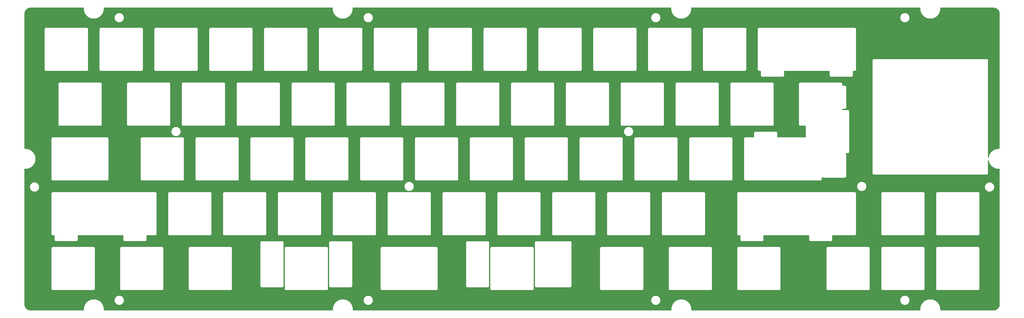
<source format=gbr>
%TF.GenerationSoftware,KiCad,Pcbnew,(6.0.5)*%
%TF.CreationDate,2022-06-26T21:13:53+09:00*%
%TF.ProjectId,plate,706c6174-652e-46b6-9963-61645f706362,rev?*%
%TF.SameCoordinates,Original*%
%TF.FileFunction,Copper,L1,Top*%
%TF.FilePolarity,Positive*%
%FSLAX46Y46*%
G04 Gerber Fmt 4.6, Leading zero omitted, Abs format (unit mm)*
G04 Created by KiCad (PCBNEW (6.0.5)) date 2022-06-26 21:13:53*
%MOMM*%
%LPD*%
G01*
G04 APERTURE LIST*
G04 APERTURE END LIST*
%TA.AperFunction,NonConductor*%
G36*
X443680882Y-162655979D02*
G01*
X443683512Y-162656044D01*
X443690122Y-162656208D01*
X443696355Y-162656517D01*
X443697684Y-162656616D01*
X443703786Y-162657221D01*
X443704349Y-162657291D01*
X443705105Y-162657385D01*
X443711265Y-162658303D01*
X443711304Y-162658310D01*
X443712542Y-162658526D01*
X443718572Y-162659731D01*
X443719837Y-162660016D01*
X443725882Y-162661536D01*
X443727127Y-162661882D01*
X443732919Y-162663643D01*
X443734175Y-162664058D01*
X443740017Y-162666149D01*
X443740652Y-162666394D01*
X443741222Y-162666614D01*
X443746875Y-162668956D01*
X443747884Y-162669403D01*
X443780257Y-162690164D01*
X443784330Y-162693761D01*
X443791754Y-162700318D01*
X443814929Y-162727558D01*
X443815173Y-162727945D01*
X443818226Y-162733050D01*
X443818881Y-162734209D01*
X443821813Y-162739701D01*
X443822383Y-162740833D01*
X443822419Y-162740905D01*
X443825006Y-162746383D01*
X443825026Y-162746426D01*
X443825529Y-162747562D01*
X443827912Y-162753320D01*
X443828377Y-162754527D01*
X443830402Y-162760182D01*
X443830813Y-162761422D01*
X443832631Y-162767397D01*
X443832974Y-162768634D01*
X443834477Y-162774622D01*
X443834765Y-162775901D01*
X443835975Y-162781966D01*
X443836193Y-162783218D01*
X443837096Y-162789269D01*
X443837261Y-162790600D01*
X443837873Y-162796758D01*
X443837922Y-162797414D01*
X443837971Y-162798078D01*
X443838280Y-162804345D01*
X443838427Y-162810351D01*
X443838463Y-162814203D01*
X443838143Y-162866610D01*
X443838070Y-162878633D01*
X443838454Y-162879977D01*
X443838546Y-162881323D01*
X443838546Y-163038963D01*
X443838544Y-163039731D01*
X443838070Y-163117369D01*
X443840537Y-163126000D01*
X443846196Y-163145801D01*
X443849774Y-163162563D01*
X443853966Y-163191835D01*
X443857681Y-163200005D01*
X443860201Y-163208625D01*
X443858884Y-163209010D01*
X443867623Y-163249947D01*
X443867520Y-163266729D01*
X443869013Y-163271953D01*
X443869718Y-163282774D01*
X443869595Y-163302905D01*
X443870734Y-163306887D01*
X443871271Y-163315134D01*
X443871121Y-163339593D01*
X443873290Y-163347181D01*
X443874313Y-163362888D01*
X443874234Y-163375769D01*
X443876701Y-163384400D01*
X443877226Y-163388235D01*
X443877983Y-163399863D01*
X443878409Y-163402971D01*
X443878354Y-163411945D01*
X443880520Y-163419524D01*
X443881542Y-163435214D01*
X443881466Y-163447609D01*
X443883934Y-163456243D01*
X443884984Y-163463908D01*
X443885244Y-163467890D01*
X443886191Y-163474805D01*
X443886136Y-163483785D01*
X443888603Y-163492417D01*
X443889151Y-163496419D01*
X443889752Y-163505654D01*
X443890341Y-163509950D01*
X443890286Y-163518921D01*
X443892752Y-163527551D01*
X443893712Y-163534556D01*
X443894491Y-163538264D01*
X443895498Y-163545611D01*
X443895443Y-163554585D01*
X443897909Y-163563214D01*
X443898444Y-163567116D01*
X443900514Y-163576958D01*
X443901175Y-163581784D01*
X443901120Y-163590761D01*
X443903775Y-163600050D01*
X443907369Y-163617142D01*
X443907315Y-163625897D01*
X443909859Y-163634795D01*
X443909886Y-163634891D01*
X443913572Y-163652420D01*
X443913595Y-163652586D01*
X443913540Y-163661561D01*
X443916005Y-163670187D01*
X443916006Y-163670191D01*
X443917191Y-163674336D01*
X443920300Y-163689125D01*
X443920254Y-163696697D01*
X443922720Y-163705324D01*
X443922721Y-163705331D01*
X443924901Y-163712959D01*
X443927526Y-163725441D01*
X443927487Y-163731833D01*
X443933236Y-163751945D01*
X443933263Y-163752041D01*
X443935268Y-163761574D01*
X443935238Y-163766457D01*
X443937705Y-163775089D01*
X443937706Y-163775095D01*
X443941819Y-163789484D01*
X443943503Y-163797492D01*
X443943478Y-163801593D01*
X443945945Y-163810224D01*
X443945946Y-163810231D01*
X443951113Y-163828309D01*
X443952284Y-163833878D01*
X443952267Y-163836729D01*
X443960876Y-163866851D01*
X443960899Y-163866931D01*
X443961585Y-163870192D01*
X443961575Y-163871865D01*
X443969124Y-163898277D01*
X443969619Y-163900010D01*
X443970375Y-163903606D01*
X443970364Y-163905449D01*
X443971874Y-163910733D01*
X443971876Y-163910741D01*
X443979993Y-163939141D01*
X443980194Y-163940099D01*
X443980191Y-163940585D01*
X443980588Y-163941973D01*
X443980590Y-163941981D01*
X443989812Y-163974250D01*
X443990620Y-163977443D01*
X443991055Y-163980529D01*
X443992469Y-163985190D01*
X443994398Y-163991552D01*
X443995418Y-163995165D01*
X443995516Y-163995454D01*
X443996391Y-163998797D01*
X443996391Y-163998801D01*
X443996650Y-163999789D01*
X443996435Y-163999845D01*
X443996532Y-164002178D01*
X443997529Y-164001876D01*
X443997530Y-164001880D01*
X444000364Y-164011225D01*
X444000914Y-164013095D01*
X444001752Y-164016023D01*
X444001757Y-164016039D01*
X444001758Y-164016044D01*
X444000393Y-164016434D01*
X444000830Y-164017305D01*
X444001920Y-164016969D01*
X444002472Y-164018760D01*
X444003404Y-164021931D01*
X444009294Y-164042991D01*
X444009698Y-164043909D01*
X444009903Y-164044545D01*
X444020218Y-164080635D01*
X444020941Y-164081782D01*
X444021868Y-164084324D01*
X444029085Y-164109578D01*
X444029088Y-164109587D01*
X444030563Y-164114747D01*
X444031526Y-164116273D01*
X444032754Y-164119643D01*
X444041397Y-164149883D01*
X444042757Y-164152039D01*
X444044494Y-164156802D01*
X444052261Y-164183979D01*
X444054392Y-164187356D01*
X444057119Y-164194839D01*
X444058650Y-164200196D01*
X444063614Y-164217563D01*
X444066590Y-164222279D01*
X444070398Y-164232726D01*
X444075516Y-164250635D01*
X444078129Y-164254776D01*
X444081474Y-164263954D01*
X444084048Y-164272958D01*
X444087417Y-164284747D01*
X444091653Y-164291460D01*
X444097076Y-164306340D01*
X444100357Y-164317819D01*
X444104156Y-164323841D01*
X444109018Y-164337182D01*
X444110765Y-164343293D01*
X444110767Y-164343298D01*
X444113235Y-164351931D01*
X444118025Y-164359524D01*
X444119958Y-164363844D01*
X444122674Y-164371294D01*
X444124713Y-164375851D01*
X444127182Y-164384491D01*
X444131975Y-164392087D01*
X444133583Y-164395682D01*
X444137176Y-164405542D01*
X444138692Y-164408932D01*
X444141159Y-164417563D01*
X444145948Y-164425153D01*
X444148913Y-164431782D01*
X444150356Y-164435741D01*
X444153157Y-164442003D01*
X444155624Y-164450635D01*
X444160413Y-164458225D01*
X444162431Y-164462737D01*
X444166227Y-164469822D01*
X444168110Y-164474030D01*
X444170578Y-164482667D01*
X444175371Y-164490263D01*
X444178556Y-164497384D01*
X444179661Y-164499447D01*
X444183095Y-164507125D01*
X444185562Y-164515755D01*
X444190351Y-164523345D01*
X444192293Y-164527687D01*
X444196270Y-164535110D01*
X444198078Y-164539152D01*
X444200546Y-164547787D01*
X444205337Y-164555380D01*
X444205339Y-164555384D01*
X444206363Y-164557007D01*
X444214263Y-164571754D01*
X444216568Y-164579819D01*
X444221360Y-164587413D01*
X444221362Y-164587418D01*
X444222385Y-164589039D01*
X444230286Y-164603788D01*
X444232590Y-164611851D01*
X444240299Y-164624069D01*
X444247158Y-164636875D01*
X444249161Y-164643883D01*
X444260015Y-164661085D01*
X444264793Y-164670006D01*
X444266189Y-164674891D01*
X444274548Y-164688139D01*
X444279135Y-164695409D01*
X444283123Y-164702855D01*
X444284286Y-164706923D01*
X444296968Y-164727023D01*
X444298731Y-164729817D01*
X444301534Y-164735050D01*
X444302353Y-164737915D01*
X444313925Y-164756255D01*
X444316874Y-164760929D01*
X444319642Y-164766097D01*
X444320450Y-164768923D01*
X444333354Y-164789375D01*
X444336464Y-164794304D01*
X444338052Y-164797269D01*
X444338516Y-164798891D01*
X444341197Y-164803140D01*
X444341198Y-164803142D01*
X444354820Y-164824731D01*
X444356610Y-164828073D01*
X444357132Y-164829899D01*
X444363818Y-164840495D01*
X444375319Y-164858724D01*
X444378401Y-164863877D01*
X444380061Y-164866808D01*
X444382123Y-164871212D01*
X444384836Y-164875242D01*
X444384842Y-164875253D01*
X444395068Y-164890444D01*
X444398570Y-164895949D01*
X444406595Y-164909316D01*
X444408909Y-164913170D01*
X444411601Y-164916479D01*
X444414640Y-164921043D01*
X444434857Y-164953086D01*
X444436756Y-164954763D01*
X444439736Y-164958816D01*
X444455029Y-164983054D01*
X444456926Y-164984730D01*
X444459913Y-164988792D01*
X444475201Y-165013022D01*
X444477055Y-165014660D01*
X444477093Y-165014711D01*
X444477104Y-165014703D01*
X444477154Y-165014747D01*
X444477243Y-165014869D01*
X444477671Y-165015497D01*
X444479963Y-165018615D01*
X444482035Y-165021898D01*
X444482041Y-165021919D01*
X444482142Y-165022068D01*
X444495343Y-165042990D01*
X444496447Y-165043965D01*
X444498178Y-165046319D01*
X444514996Y-165072974D01*
X444519374Y-165076840D01*
X444526274Y-165086226D01*
X444531386Y-165094329D01*
X444531389Y-165094333D01*
X444536175Y-165101918D01*
X444540566Y-165105796D01*
X444547492Y-165115216D01*
X444557354Y-165130846D01*
X444562509Y-165135398D01*
X444570638Y-165146455D01*
X444574260Y-165152196D01*
X444574261Y-165152197D01*
X444579052Y-165159790D01*
X444585033Y-165165072D01*
X444594463Y-165177898D01*
X444601300Y-165188734D01*
X444607440Y-165194156D01*
X444617117Y-165207318D01*
X444622998Y-165216638D01*
X444629727Y-165222581D01*
X444632980Y-165226403D01*
X444638881Y-165234429D01*
X444641460Y-165237460D01*
X444646252Y-165245054D01*
X444652980Y-165250996D01*
X444655593Y-165254066D01*
X444661827Y-165262545D01*
X444664228Y-165265366D01*
X444669018Y-165272958D01*
X444675748Y-165278902D01*
X444676636Y-165279945D01*
X444687266Y-165290772D01*
X444688519Y-165292244D01*
X444693310Y-165299838D01*
X444700040Y-165305782D01*
X444705857Y-165312617D01*
X444704950Y-165313389D01*
X444705554Y-165314099D01*
X444706475Y-165313315D01*
X444712294Y-165320153D01*
X444717083Y-165327742D01*
X444723810Y-165333683D01*
X444726214Y-165336508D01*
X444733569Y-165343999D01*
X444736585Y-165347542D01*
X444741375Y-165355134D01*
X444748106Y-165361079D01*
X444750757Y-165364193D01*
X444757593Y-165371156D01*
X444760360Y-165374407D01*
X444765149Y-165381998D01*
X444771874Y-165387937D01*
X444771875Y-165387938D01*
X444776377Y-165391914D01*
X444786184Y-165401903D01*
X444789929Y-165407838D01*
X444796659Y-165413782D01*
X444796661Y-165413784D01*
X444803492Y-165419817D01*
X444812031Y-165428514D01*
X444815289Y-165433678D01*
X444828945Y-165445738D01*
X444837746Y-165454702D01*
X444841107Y-165460030D01*
X444856195Y-165473355D01*
X444856634Y-165473743D01*
X444864103Y-165481350D01*
X444866955Y-165485870D01*
X444888085Y-165504532D01*
X444891872Y-165508389D01*
X444893322Y-165510686D01*
X444899389Y-165516044D01*
X444899391Y-165516046D01*
X444914839Y-165529690D01*
X444918725Y-165533647D01*
X444920208Y-165535998D01*
X444926422Y-165541486D01*
X444943479Y-165556551D01*
X444946095Y-165559215D01*
X444947094Y-165560798D01*
X444971121Y-165582017D01*
X444972117Y-165582897D01*
X444973465Y-165584270D01*
X444973980Y-165585086D01*
X444976511Y-165587321D01*
X444999927Y-165608002D01*
X445000855Y-165608881D01*
X445001855Y-165610065D01*
X445004901Y-165612711D01*
X445004912Y-165612721D01*
X445015122Y-165621589D01*
X445016857Y-165623142D01*
X445017092Y-165623329D01*
X445017754Y-165623940D01*
X445017762Y-165623952D01*
X445017909Y-165624084D01*
X445020373Y-165626356D01*
X445019847Y-165626927D01*
X445020688Y-165628127D01*
X445021531Y-165627156D01*
X445021539Y-165627161D01*
X445026140Y-165631157D01*
X445026883Y-165631808D01*
X445028584Y-165633311D01*
X445029615Y-165634232D01*
X445033339Y-165637596D01*
X445034036Y-165638249D01*
X445036653Y-165641223D01*
X445040393Y-165644339D01*
X445040395Y-165644341D01*
X445043764Y-165647148D01*
X445047541Y-165650425D01*
X445051428Y-165653936D01*
X445053199Y-165655128D01*
X445054710Y-165656384D01*
X445081431Y-165679983D01*
X445083155Y-165681506D01*
X445083799Y-165681808D01*
X445084924Y-165682668D01*
X445092121Y-165689024D01*
X445110530Y-165705282D01*
X445112773Y-165706335D01*
X445116699Y-165709334D01*
X445138453Y-165728546D01*
X445140073Y-165729307D01*
X445142913Y-165731476D01*
X445165339Y-165751282D01*
X445168966Y-165752985D01*
X445175320Y-165757839D01*
X445187507Y-165768602D01*
X445187512Y-165768605D01*
X445194239Y-165774546D01*
X445199002Y-165776782D01*
X445207344Y-165783155D01*
X445222163Y-165796242D01*
X445228284Y-165799116D01*
X445239008Y-165807307D01*
X445244912Y-165812521D01*
X445251643Y-165818466D01*
X445256337Y-165820670D01*
X445264553Y-165826946D01*
X445272808Y-165834237D01*
X445272811Y-165834239D01*
X445279536Y-165840178D01*
X445286547Y-165843469D01*
X445298828Y-165852850D01*
X445301733Y-165855415D01*
X445301735Y-165855416D01*
X445308467Y-165861362D01*
X445316597Y-165865179D01*
X445317582Y-165865826D01*
X445331589Y-165876526D01*
X445331705Y-165876602D01*
X445338435Y-165882546D01*
X445346272Y-165886225D01*
X445359995Y-165896708D01*
X445367366Y-165903218D01*
X445375493Y-165907034D01*
X445381123Y-165910732D01*
X445385367Y-165913975D01*
X445390636Y-165917436D01*
X445397364Y-165923378D01*
X445405491Y-165927193D01*
X445411079Y-165930864D01*
X445415359Y-165934134D01*
X445420605Y-165937580D01*
X445427333Y-165943522D01*
X445435457Y-165947336D01*
X445436722Y-165947930D01*
X445451833Y-165956385D01*
X445458338Y-165962130D01*
X445466458Y-165965942D01*
X445471075Y-165968975D01*
X445477093Y-165972341D01*
X445481607Y-165975306D01*
X445488337Y-165981250D01*
X445496465Y-165985066D01*
X445497824Y-165985959D01*
X445510613Y-165993114D01*
X445512618Y-165994431D01*
X445519343Y-166000370D01*
X445527465Y-166004183D01*
X445527468Y-166004185D01*
X445531466Y-166006062D01*
X445544666Y-166013447D01*
X445550349Y-166018466D01*
X445562480Y-166024161D01*
X445575668Y-166031539D01*
X445581355Y-166036562D01*
X445601846Y-166046183D01*
X445609195Y-166050295D01*
X445612361Y-166053090D01*
X445620484Y-166056904D01*
X445620486Y-166056905D01*
X445629247Y-166061018D01*
X445633644Y-166063082D01*
X445633667Y-166063093D01*
X445641173Y-166067293D01*
X445644404Y-166070146D01*
X445652528Y-166073960D01*
X445652531Y-166073962D01*
X445662080Y-166078445D01*
X445671398Y-166083658D01*
X445675410Y-166087202D01*
X445702279Y-166099817D01*
X445705889Y-166101837D01*
X445707453Y-166103218D01*
X445713077Y-166105858D01*
X445713078Y-166105859D01*
X445734199Y-166115775D01*
X445737885Y-166117837D01*
X445739466Y-166119234D01*
X445745157Y-166121906D01*
X445745166Y-166121911D01*
X445769966Y-166133555D01*
X445771771Y-166134565D01*
X445772547Y-166135250D01*
X445775341Y-166136562D01*
X445775345Y-166136564D01*
X445803158Y-166149622D01*
X445802315Y-166151417D01*
X445802399Y-166151441D01*
X445803228Y-166149669D01*
X445811925Y-166153738D01*
X445812075Y-166153809D01*
X445815432Y-166155385D01*
X445818262Y-166156757D01*
X445822562Y-166158908D01*
X445823805Y-166159530D01*
X445823806Y-166159531D01*
X445826653Y-166160955D01*
X445826343Y-166161575D01*
X445828216Y-166163085D01*
X445828870Y-166161694D01*
X445828871Y-166161694D01*
X445837826Y-166165899D01*
X445843892Y-166169185D01*
X445843919Y-166169133D01*
X445848249Y-166171369D01*
X445852382Y-166173925D01*
X445856860Y-166175815D01*
X445856861Y-166175816D01*
X445875291Y-166183597D01*
X445879830Y-166185620D01*
X445904093Y-166197011D01*
X445904096Y-166197012D01*
X445904396Y-166197153D01*
X445904508Y-166197170D01*
X445904714Y-166197250D01*
X445936440Y-166212145D01*
X445939753Y-166212661D01*
X445945993Y-166215066D01*
X445959225Y-166221278D01*
X445959151Y-166221435D01*
X445959724Y-166221569D01*
X445961222Y-166222446D01*
X445964257Y-166223640D01*
X445969490Y-166226097D01*
X445969639Y-166226120D01*
X445969910Y-166226225D01*
X445993986Y-166237529D01*
X445993994Y-166237532D01*
X446001534Y-166241072D01*
X446004295Y-166241502D01*
X446009505Y-166243509D01*
X446034066Y-166255041D01*
X446039560Y-166255896D01*
X446049905Y-166259883D01*
X446068184Y-166268465D01*
X446073668Y-166269319D01*
X446083993Y-166273298D01*
X446084034Y-166273317D01*
X446101235Y-166281393D01*
X446106785Y-166282257D01*
X446117223Y-166286280D01*
X446134316Y-166294305D01*
X446143063Y-166295667D01*
X446159537Y-166302016D01*
X446160309Y-166302378D01*
X446168435Y-166306193D01*
X446176664Y-166307474D01*
X446192174Y-166313451D01*
X446193906Y-166314264D01*
X446202034Y-166318080D01*
X446209692Y-166319272D01*
X446224122Y-166324833D01*
X446228026Y-166326666D01*
X446228030Y-166326667D01*
X446236153Y-166330481D01*
X446245021Y-166331862D01*
X446250922Y-166333666D01*
X446256357Y-166335761D01*
X446262151Y-166337532D01*
X446270272Y-166341345D01*
X446279143Y-166342726D01*
X446283803Y-166344151D01*
X446291766Y-166345979D01*
X446296263Y-166347354D01*
X446304390Y-166351169D01*
X446313263Y-166352550D01*
X446317877Y-166353961D01*
X446325942Y-166355812D01*
X446330350Y-166357160D01*
X446338478Y-166360976D01*
X446347351Y-166362357D01*
X446354313Y-166364486D01*
X446357616Y-166365244D01*
X446364994Y-166367500D01*
X446373116Y-166371313D01*
X446381986Y-166372694D01*
X446384658Y-166373511D01*
X446396684Y-166376271D01*
X446400113Y-166377320D01*
X446408242Y-166381136D01*
X446417114Y-166382517D01*
X446418385Y-166382906D01*
X446433255Y-166386319D01*
X446434238Y-166386620D01*
X446442360Y-166390433D01*
X446451228Y-166391814D01*
X446451232Y-166391815D01*
X446462334Y-166393544D01*
X446472673Y-166395916D01*
X446477486Y-166398176D01*
X446486354Y-166399557D01*
X446486355Y-166399557D01*
X446492926Y-166400580D01*
X446506024Y-166403585D01*
X446512123Y-166406449D01*
X446520997Y-166407831D01*
X446520998Y-166407831D01*
X446528051Y-166408929D01*
X446531963Y-166409538D01*
X446532091Y-166409558D01*
X446542434Y-166411931D01*
X446547249Y-166414192D01*
X446564964Y-166416950D01*
X446570575Y-166417824D01*
X446578646Y-166419676D01*
X446582405Y-166421441D01*
X446610365Y-166425795D01*
X446615609Y-166426998D01*
X446618050Y-166428144D01*
X446648256Y-166432847D01*
X446651612Y-166433618D01*
X446653176Y-166434352D01*
X446658257Y-166435143D01*
X446658261Y-166435144D01*
X446688906Y-166439915D01*
X446689200Y-166439983D01*
X446689339Y-166440048D01*
X446692538Y-166440546D01*
X446703725Y-166442288D01*
X446703732Y-166442289D01*
X446708223Y-166442988D01*
X446708236Y-166442990D01*
X446708151Y-166443535D01*
X446710533Y-166444543D01*
X446710715Y-166443376D01*
X446718297Y-166444557D01*
X446719543Y-166444751D01*
X446722900Y-166445521D01*
X446724465Y-166446256D01*
X446729556Y-166447049D01*
X446729566Y-166447051D01*
X446758829Y-166451608D01*
X446760580Y-166451941D01*
X446762483Y-166452526D01*
X446767285Y-166453222D01*
X446767288Y-166453223D01*
X446791997Y-166456806D01*
X446795840Y-166457424D01*
X446804436Y-166458943D01*
X446804324Y-166459578D01*
X446806104Y-166459534D01*
X446806118Y-166459428D01*
X446806386Y-166459463D01*
X446806806Y-166459517D01*
X446806808Y-166459517D01*
X446810026Y-166459931D01*
X446812322Y-166460337D01*
X446812592Y-166460393D01*
X446812937Y-166460446D01*
X446817702Y-166461288D01*
X446817705Y-166461288D01*
X446822122Y-166462069D01*
X446826048Y-166462197D01*
X446829940Y-166462702D01*
X446830240Y-166462726D01*
X446835051Y-166463475D01*
X446836683Y-166463475D01*
X446839910Y-166463851D01*
X446847844Y-166465086D01*
X446847716Y-166465908D01*
X446849390Y-166465837D01*
X446849426Y-166465523D01*
X446849626Y-166465546D01*
X446854014Y-166466047D01*
X446854546Y-166466130D01*
X446855256Y-166466267D01*
X446856526Y-166466438D01*
X446870695Y-166468644D01*
X446874867Y-166468644D01*
X446883150Y-166469608D01*
X446906859Y-166473299D01*
X446911720Y-166473299D01*
X446916384Y-166473660D01*
X446926032Y-166474782D01*
X446934046Y-166476029D01*
X446934290Y-166476067D01*
X446935326Y-166476321D01*
X446936647Y-166476434D01*
X446943022Y-166477427D01*
X446947885Y-166477427D01*
X446950625Y-166477639D01*
X446951665Y-166477724D01*
X446952423Y-166477789D01*
X446961041Y-166478828D01*
X446973860Y-166480824D01*
X446973866Y-166480824D01*
X446978667Y-166481572D01*
X446983525Y-166481572D01*
X446984184Y-166481623D01*
X446987519Y-166481697D01*
X446991361Y-166481868D01*
X446995814Y-166482386D01*
X446996695Y-166482363D01*
X447005834Y-166483275D01*
X447010018Y-166483927D01*
X447010023Y-166483927D01*
X447014830Y-166484676D01*
X447024737Y-166484676D01*
X447044118Y-166486176D01*
X447045085Y-166486326D01*
X447046218Y-166486503D01*
X447046221Y-166486503D01*
X447051024Y-166487251D01*
X447055892Y-166487251D01*
X447057121Y-166487346D01*
X447060933Y-166487455D01*
X447066008Y-166487744D01*
X447078218Y-166489039D01*
X447086668Y-166490355D01*
X447098442Y-166490355D01*
X447107114Y-166490810D01*
X447108897Y-166491138D01*
X447113763Y-166491272D01*
X447115963Y-166491503D01*
X447116075Y-166491518D01*
X447118059Y-166491671D01*
X447122862Y-166492419D01*
X447144403Y-166492419D01*
X447151570Y-166492623D01*
X447156643Y-166492912D01*
X447156713Y-166492916D01*
X447156686Y-166493387D01*
X447158251Y-166493156D01*
X447160094Y-166493443D01*
X447165946Y-166493443D01*
X447169979Y-166493673D01*
X447171585Y-166493536D01*
X447172669Y-166493837D01*
X447172669Y-166493443D01*
X447182297Y-166493443D01*
X447191286Y-166493790D01*
X447195738Y-166494483D01*
X447218697Y-166494483D01*
X447227549Y-166494825D01*
X447231932Y-166495507D01*
X447262566Y-166495507D01*
X447266129Y-166495557D01*
X447293663Y-166496336D01*
X447298115Y-166495826D01*
X447301205Y-166495694D01*
X447312869Y-166495734D01*
X447313941Y-166495787D01*
X447318772Y-166496404D01*
X447349641Y-166495555D01*
X447353105Y-166495507D01*
X447380904Y-166495507D01*
X447385337Y-166494872D01*
X447386320Y-166494802D01*
X447395275Y-166494483D01*
X447418136Y-166494483D01*
X447422572Y-166493848D01*
X447423774Y-166493762D01*
X447432730Y-166493443D01*
X447438152Y-166493443D01*
X447438152Y-166493996D01*
X447439963Y-166493623D01*
X447442077Y-166493833D01*
X447446932Y-166493564D01*
X447447458Y-166493575D01*
X447449313Y-166493443D01*
X447453780Y-166493443D01*
X447455460Y-166493203D01*
X447456764Y-166493487D01*
X447456738Y-166493020D01*
X447464067Y-166492613D01*
X447471053Y-166492419D01*
X447489974Y-166492419D01*
X447494266Y-166491804D01*
X447495311Y-166491875D01*
X447502736Y-166491228D01*
X447504340Y-166491183D01*
X447505448Y-166490992D01*
X447508870Y-166490694D01*
X447515681Y-166490355D01*
X447516362Y-166490355D01*
X447516604Y-166490426D01*
X447518237Y-166490355D01*
X447527175Y-166490355D01*
X447535957Y-166489097D01*
X447546818Y-166488021D01*
X447555288Y-166487551D01*
X447555933Y-166487422D01*
X447558330Y-166487251D01*
X447562820Y-166487251D01*
X447571922Y-166485948D01*
X447589778Y-166484676D01*
X447598983Y-166484676D01*
X447603419Y-166484041D01*
X447603429Y-166484040D01*
X447607543Y-166483451D01*
X447616155Y-166482671D01*
X447618052Y-166482744D01*
X447622880Y-166482183D01*
X447623541Y-166482157D01*
X447626883Y-166481844D01*
X447630699Y-166481572D01*
X447635177Y-166481572D01*
X447653674Y-166478923D01*
X447660751Y-166478113D01*
X447668751Y-166477428D01*
X447668771Y-166477662D01*
X447669555Y-166477427D01*
X447670821Y-166477427D01*
X447673903Y-166476986D01*
X447678493Y-166476592D01*
X447680310Y-166476171D01*
X447681532Y-166476329D01*
X447681471Y-166475902D01*
X447690251Y-166474645D01*
X447695162Y-166474169D01*
X447696130Y-166474195D01*
X447699871Y-166473714D01*
X447699876Y-166473713D01*
X447700219Y-166473669D01*
X447703920Y-166473299D01*
X447707015Y-166473299D01*
X447711446Y-166472664D01*
X447711452Y-166472664D01*
X447733482Y-166469509D01*
X447739174Y-166468900D01*
X447742540Y-166468922D01*
X447755854Y-166466935D01*
X447759892Y-166466405D01*
X447759953Y-166466394D01*
X447762492Y-166466104D01*
X447764415Y-166465885D01*
X447764463Y-166466303D01*
X447766586Y-166466518D01*
X447766413Y-166465360D01*
X447766420Y-166465358D01*
X447773323Y-166464328D01*
X447773690Y-166464275D01*
X447776648Y-166463851D01*
X447777124Y-166463783D01*
X447778863Y-166463547D01*
X447782240Y-166463112D01*
X447783981Y-166462919D01*
X447788222Y-166462853D01*
X447797580Y-166461248D01*
X447802760Y-166460470D01*
X447803323Y-166460398D01*
X447803362Y-166460393D01*
X447803363Y-166460393D01*
X447807798Y-166459822D01*
X447810425Y-166459095D01*
X447813175Y-166458621D01*
X447849404Y-166453432D01*
X447849411Y-166453431D01*
X447850853Y-166453224D01*
X447851298Y-166453021D01*
X447852253Y-166452815D01*
X447885490Y-166448055D01*
X447887675Y-166447061D01*
X447892356Y-166446047D01*
X447917084Y-166442506D01*
X447917088Y-166442505D01*
X447921684Y-166441847D01*
X447923103Y-166441201D01*
X447926146Y-166440542D01*
X447956810Y-166436151D01*
X447959130Y-166435096D01*
X447964099Y-166434020D01*
X447969483Y-166433249D01*
X447992454Y-166429959D01*
X447996021Y-166428337D01*
X448003662Y-166426681D01*
X448018699Y-166424528D01*
X448018701Y-166424527D01*
X448027580Y-166423256D01*
X448032303Y-166421109D01*
X448042418Y-166418917D01*
X448042467Y-166418910D01*
X448062736Y-166416007D01*
X448068197Y-166413524D01*
X448079890Y-166410990D01*
X448098930Y-166408264D01*
X448106005Y-166405047D01*
X448121151Y-166401765D01*
X448133537Y-166399991D01*
X448139632Y-166397220D01*
X448152682Y-166394392D01*
X448152710Y-166394388D01*
X448167655Y-166392248D01*
X448175824Y-166388534D01*
X448178740Y-166387681D01*
X448191622Y-166384890D01*
X448193900Y-166384224D01*
X448202781Y-166382952D01*
X448210950Y-166379238D01*
X448217379Y-166377358D01*
X448223403Y-166376053D01*
X448229054Y-166374400D01*
X448237937Y-166373128D01*
X448246108Y-166369413D01*
X448251393Y-166367867D01*
X448257874Y-166365460D01*
X448262649Y-166364064D01*
X448271537Y-166362791D01*
X448279714Y-166359073D01*
X448286040Y-166357223D01*
X448292183Y-166355892D01*
X448297775Y-166354257D01*
X448306663Y-166352984D01*
X448314838Y-166349267D01*
X448322252Y-166347099D01*
X448324274Y-166346661D01*
X448331893Y-166344433D01*
X448340782Y-166343160D01*
X448348954Y-166339444D01*
X448351810Y-166338609D01*
X448363043Y-166334437D01*
X448366013Y-166333568D01*
X448374900Y-166332296D01*
X448390773Y-166325079D01*
X448402363Y-166320775D01*
X448408500Y-166319896D01*
X448416667Y-166316182D01*
X448416672Y-166316181D01*
X448420333Y-166314516D01*
X448434887Y-166309111D01*
X448442588Y-166308008D01*
X448450760Y-166304293D01*
X448450765Y-166304291D01*
X448456242Y-166301801D01*
X448468944Y-166297083D01*
X448475669Y-166296120D01*
X448493913Y-166287825D01*
X448504273Y-166283977D01*
X448509758Y-166283192D01*
X448529720Y-166274116D01*
X448538295Y-166270931D01*
X448542839Y-166270280D01*
X448566019Y-166259740D01*
X448572467Y-166257346D01*
X448575889Y-166256856D01*
X448603354Y-166244369D01*
X448606661Y-166243140D01*
X448608421Y-166242888D01*
X448613240Y-166240697D01*
X448613245Y-166240695D01*
X448641157Y-166228004D01*
X448641365Y-166227927D01*
X448641471Y-166227912D01*
X448647550Y-166225148D01*
X448649303Y-166224351D01*
X448652225Y-166223094D01*
X448652734Y-166222844D01*
X448656876Y-166221161D01*
X448656923Y-166221276D01*
X448659262Y-166220871D01*
X448658867Y-166220003D01*
X448667845Y-166215920D01*
X448672226Y-166214293D01*
X448674552Y-166213960D01*
X448694814Y-166204747D01*
X448706267Y-166199540D01*
X448708085Y-166198785D01*
X448710148Y-166198184D01*
X448714542Y-166196126D01*
X448714548Y-166196124D01*
X448734820Y-166186630D01*
X448734845Y-166186618D01*
X448739321Y-166184627D01*
X448741764Y-166183597D01*
X448752994Y-166178861D01*
X448753027Y-166178940D01*
X448753265Y-166178774D01*
X448754283Y-166178449D01*
X448755976Y-166177603D01*
X448761614Y-166175225D01*
X448765452Y-166172917D01*
X448768352Y-166171443D01*
X448773294Y-166169065D01*
X448804596Y-166154832D01*
X448804597Y-166154831D01*
X448807147Y-166153672D01*
X448807859Y-166153058D01*
X448809508Y-166152162D01*
X448827437Y-166144010D01*
X448839160Y-166138680D01*
X448841521Y-166136645D01*
X448846983Y-166133677D01*
X448865510Y-166125253D01*
X448865514Y-166125251D01*
X448871204Y-166122664D01*
X448872795Y-166121293D01*
X448876478Y-166119291D01*
X448894900Y-166110915D01*
X448904285Y-166106648D01*
X448907417Y-166103949D01*
X448914657Y-166100014D01*
X448935291Y-166090632D01*
X448939350Y-166087134D01*
X448948739Y-166082031D01*
X448959162Y-166077292D01*
X448959164Y-166077291D01*
X448967334Y-166073576D01*
X448971414Y-166070060D01*
X448980857Y-166064928D01*
X448991174Y-166060237D01*
X448991179Y-166060234D01*
X448999347Y-166056520D01*
X449003316Y-166053101D01*
X449012489Y-166048115D01*
X449030353Y-166039992D01*
X449036881Y-166034367D01*
X449051975Y-166026163D01*
X449061359Y-166021896D01*
X449067865Y-166016290D01*
X449082910Y-166008113D01*
X449084220Y-166007517D01*
X449084219Y-166007517D01*
X449092395Y-166003800D01*
X449099196Y-165997939D01*
X449103835Y-165994973D01*
X449111221Y-165990959D01*
X449115230Y-165988395D01*
X449123401Y-165984680D01*
X449130202Y-165978820D01*
X449137390Y-165974223D01*
X449137855Y-165973970D01*
X449145191Y-165969279D01*
X449153369Y-165965560D01*
X449160173Y-165959697D01*
X449164433Y-165956973D01*
X449170600Y-165953622D01*
X449175196Y-165950683D01*
X449183368Y-165946967D01*
X449190170Y-165941106D01*
X449196160Y-165937275D01*
X449199144Y-165935054D01*
X449206205Y-165930538D01*
X449214374Y-165926824D01*
X449221170Y-165920968D01*
X449221173Y-165920966D01*
X449221835Y-165920395D01*
X449235523Y-165910202D01*
X449243305Y-165906664D01*
X449250103Y-165900807D01*
X449250123Y-165900794D01*
X449264444Y-165890129D01*
X449265106Y-165889706D01*
X449273273Y-165885992D01*
X449280071Y-165880134D01*
X449280073Y-165880133D01*
X449285345Y-165875590D01*
X449296092Y-165867586D01*
X449302204Y-165864808D01*
X449314282Y-165854401D01*
X449325022Y-165846403D01*
X449331134Y-165843624D01*
X449337937Y-165837762D01*
X449337942Y-165837759D01*
X449345589Y-165831170D01*
X449354816Y-165824299D01*
X449360065Y-165821912D01*
X449376822Y-165807473D01*
X449384581Y-165801695D01*
X449388996Y-165799688D01*
X449404880Y-165786002D01*
X449412861Y-165780059D01*
X449417407Y-165777992D01*
X449441833Y-165756945D01*
X449444042Y-165755300D01*
X449445301Y-165754728D01*
X449448421Y-165752040D01*
X449448426Y-165752036D01*
X449467270Y-165735800D01*
X449471066Y-165732973D01*
X449473224Y-165731992D01*
X449478573Y-165727383D01*
X449478577Y-165727380D01*
X449491463Y-165716276D01*
X449497653Y-165710942D01*
X449499860Y-165709300D01*
X449501117Y-165708728D01*
X449505471Y-165704976D01*
X449527567Y-165685937D01*
X449529428Y-165684436D01*
X449531517Y-165683098D01*
X449544765Y-165671383D01*
X449545556Y-165670683D01*
X449545987Y-165671170D01*
X449546439Y-165670942D01*
X449545923Y-165670358D01*
X449547518Y-165668948D01*
X449554315Y-165662937D01*
X449557078Y-165660565D01*
X449574626Y-165645929D01*
X449574634Y-165645921D01*
X449578073Y-165643053D01*
X449580138Y-165640761D01*
X449582607Y-165638512D01*
X449594140Y-165628575D01*
X449594708Y-165629234D01*
X449595079Y-165628762D01*
X449594586Y-165628190D01*
X449597505Y-165625675D01*
X449598940Y-165624439D01*
X449602326Y-165621521D01*
X449611462Y-165613649D01*
X449612056Y-165612732D01*
X449613603Y-165611195D01*
X449635509Y-165592319D01*
X449638348Y-165589873D01*
X449639031Y-165588819D01*
X449640810Y-165587051D01*
X449659107Y-165571285D01*
X449659109Y-165571283D01*
X449665722Y-165565585D01*
X449667315Y-165563126D01*
X449671460Y-165559007D01*
X449685811Y-165546642D01*
X449685812Y-165546640D01*
X449692608Y-165540785D01*
X449695586Y-165536190D01*
X449703339Y-165528484D01*
X449711778Y-165521212D01*
X449711779Y-165521211D01*
X449718457Y-165515457D01*
X449720067Y-165512973D01*
X449724248Y-165508818D01*
X449737012Y-165497820D01*
X449738545Y-165496499D01*
X449738546Y-165496498D01*
X449745343Y-165490641D01*
X449748413Y-165485905D01*
X449756403Y-165477964D01*
X449764880Y-165470660D01*
X449764882Y-165470658D01*
X449771679Y-165464801D01*
X449776530Y-165457318D01*
X449789152Y-165444772D01*
X449789690Y-165444309D01*
X449789692Y-165444306D01*
X449796490Y-165438449D01*
X449799996Y-165433040D01*
X449809117Y-165423975D01*
X449815506Y-165418470D01*
X449815507Y-165418469D01*
X449822308Y-165412609D01*
X449827098Y-165405219D01*
X449839552Y-165392842D01*
X449839555Y-165392840D01*
X449839642Y-165392765D01*
X449839801Y-165392628D01*
X449839802Y-165392627D01*
X449846600Y-165386769D01*
X449851484Y-165379234D01*
X449853160Y-165377312D01*
X449863519Y-165367015D01*
X449864608Y-165365766D01*
X449871411Y-165359905D01*
X449876295Y-165352370D01*
X449881496Y-165346408D01*
X449884248Y-165343673D01*
X449888873Y-165338372D01*
X449895672Y-165332513D01*
X449900554Y-165324980D01*
X449904577Y-165320369D01*
X449908011Y-165315816D01*
X449912677Y-165310467D01*
X449919476Y-165304609D01*
X449924357Y-165297078D01*
X449927761Y-165293176D01*
X449933873Y-165287101D01*
X449936938Y-165283588D01*
X449943738Y-165277729D01*
X449948619Y-165270198D01*
X449949011Y-165269749D01*
X449959082Y-165256396D01*
X449959701Y-165255686D01*
X449966504Y-165249825D01*
X449973946Y-165238344D01*
X449983003Y-165226335D01*
X449988720Y-165221409D01*
X449993606Y-165213871D01*
X449993789Y-165213661D01*
X450004236Y-165199811D01*
X450004626Y-165199364D01*
X450011426Y-165193505D01*
X450020197Y-165179973D01*
X450028443Y-165169041D01*
X450033642Y-165164561D01*
X450046911Y-165144090D01*
X450051442Y-165138083D01*
X450054303Y-165135617D01*
X450060106Y-165126665D01*
X450063032Y-165122151D01*
X450071305Y-165111183D01*
X450076520Y-165106689D01*
X450088290Y-165088531D01*
X450094060Y-165080881D01*
X450097699Y-165077745D01*
X450102580Y-165070215D01*
X450116505Y-165048732D01*
X450117023Y-165048044D01*
X450117352Y-165047761D01*
X450119592Y-165044306D01*
X450129842Y-165028492D01*
X450133884Y-165022626D01*
X450134393Y-165021931D01*
X450136787Y-165018658D01*
X450138094Y-165018658D01*
X450138514Y-165018965D01*
X450138531Y-165018932D01*
X450138094Y-165018658D01*
X450136787Y-165018658D01*
X450137243Y-165018035D01*
X450137498Y-165018222D01*
X450138478Y-165016660D01*
X450138329Y-165016551D01*
X450139858Y-165014462D01*
X450139860Y-165014458D01*
X450142505Y-165010844D01*
X450144617Y-165006880D01*
X450144727Y-165006704D01*
X450145717Y-165005152D01*
X450145925Y-165004832D01*
X450154817Y-164991114D01*
X450154877Y-164991021D01*
X450156586Y-164988755D01*
X450157666Y-164987825D01*
X450160037Y-164984168D01*
X450166772Y-164973777D01*
X450176713Y-164958439D01*
X450179279Y-164954718D01*
X450181805Y-164951777D01*
X450184489Y-164947449D01*
X450196555Y-164927994D01*
X450199059Y-164924116D01*
X450210444Y-164907177D01*
X450210445Y-164907175D01*
X450212940Y-164903463D01*
X450214332Y-164900578D01*
X450216175Y-164897558D01*
X450219144Y-164892978D01*
X450236891Y-164865597D01*
X450237368Y-164864000D01*
X450238975Y-164861087D01*
X450245407Y-164851164D01*
X450245962Y-164851524D01*
X450246662Y-164849745D01*
X450246595Y-164849706D01*
X450246849Y-164849270D01*
X450248791Y-164845942D01*
X450249505Y-164844841D01*
X450249915Y-164844249D01*
X450250402Y-164843457D01*
X450252310Y-164840513D01*
X450255476Y-164835629D01*
X450256026Y-164833792D01*
X450257865Y-164830457D01*
X450274611Y-164804621D01*
X450274777Y-164804066D01*
X450275328Y-164803066D01*
X450293745Y-164774653D01*
X450294885Y-164770843D01*
X450298713Y-164763901D01*
X450298763Y-164763824D01*
X450311842Y-164743645D01*
X450312998Y-164739778D01*
X450316888Y-164732724D01*
X450318864Y-164729675D01*
X450329908Y-164712637D01*
X450331720Y-164706579D01*
X450337809Y-164695536D01*
X450347487Y-164680605D01*
X450349217Y-164674821D01*
X450355036Y-164664269D01*
X450359328Y-164657647D01*
X450364546Y-164649597D01*
X450367117Y-164641000D01*
X450367669Y-164639806D01*
X450375196Y-164626157D01*
X450375685Y-164625099D01*
X450380568Y-164617565D01*
X450382675Y-164610517D01*
X450389764Y-164597664D01*
X450392746Y-164593064D01*
X450392747Y-164593061D01*
X450397627Y-164585533D01*
X450400198Y-164576937D01*
X450403328Y-164570163D01*
X450404451Y-164568127D01*
X450407728Y-164561035D01*
X450412611Y-164553501D01*
X450415184Y-164544898D01*
X450415733Y-164543710D01*
X450423262Y-164530059D01*
X450423750Y-164529002D01*
X450428633Y-164521469D01*
X450431205Y-164512868D01*
X450434153Y-164506488D01*
X450435533Y-164502842D01*
X450438735Y-164495913D01*
X450443617Y-164488381D01*
X450446189Y-164479782D01*
X450449318Y-164473010D01*
X450450446Y-164470964D01*
X450453718Y-164463882D01*
X450458601Y-164456349D01*
X450461172Y-164447751D01*
X450461354Y-164447358D01*
X450467385Y-164431416D01*
X450467664Y-164430812D01*
X450472548Y-164423277D01*
X450475121Y-164414672D01*
X450475302Y-164414281D01*
X450481337Y-164398329D01*
X450481607Y-164397744D01*
X450486494Y-164390205D01*
X450489067Y-164381601D01*
X450489068Y-164381599D01*
X450489461Y-164380284D01*
X450495369Y-164364670D01*
X450499922Y-164357645D01*
X450503074Y-164347106D01*
X450503199Y-164346689D01*
X450509242Y-164330717D01*
X450513899Y-164323533D01*
X450516473Y-164314927D01*
X450520100Y-164302800D01*
X450523320Y-164294289D01*
X450525801Y-164290461D01*
X450531036Y-164272955D01*
X450535372Y-164261499D01*
X450538710Y-164256349D01*
X450541281Y-164247752D01*
X450541283Y-164247748D01*
X450546817Y-164229246D01*
X450548375Y-164225128D01*
X450549574Y-164223277D01*
X450555313Y-164204088D01*
X450559070Y-164194158D01*
X450561964Y-164189693D01*
X450566253Y-164175351D01*
X450570991Y-164159509D01*
X450572013Y-164156808D01*
X450572798Y-164155597D01*
X450580669Y-164129279D01*
X450580909Y-164128560D01*
X450580922Y-164128437D01*
X450580950Y-164128342D01*
X450581016Y-164128240D01*
X450583174Y-164121772D01*
X450583651Y-164120479D01*
X450583673Y-164120487D01*
X450583701Y-164120390D01*
X450583685Y-164120384D01*
X450585319Y-164115955D01*
X450585958Y-164112975D01*
X450586341Y-164112375D01*
X450586102Y-164112303D01*
X450588575Y-164104034D01*
X450593655Y-164087045D01*
X450593837Y-164086564D01*
X450593977Y-164086349D01*
X450594227Y-164085515D01*
X450600800Y-164063535D01*
X450601408Y-164061562D01*
X450602126Y-164059302D01*
X450602126Y-164059300D01*
X450603577Y-164059761D01*
X450603828Y-164059325D01*
X450602204Y-164058839D01*
X450604022Y-164052762D01*
X450605226Y-164049133D01*
X450606662Y-164045978D01*
X450607971Y-164041299D01*
X450607974Y-164041290D01*
X450612244Y-164026021D01*
X450612245Y-164026018D01*
X450612556Y-164024907D01*
X450612815Y-164023979D01*
X450612929Y-164023593D01*
X450612990Y-164023354D01*
X450613265Y-164022370D01*
X450613287Y-164022376D01*
X450613785Y-164020685D01*
X450613903Y-164020304D01*
X450613904Y-164020300D01*
X450613925Y-164020231D01*
X450615041Y-164020577D01*
X450615271Y-164020170D01*
X450613981Y-164019809D01*
X450615195Y-164015469D01*
X450615821Y-164013307D01*
X450618109Y-164005657D01*
X450619162Y-164005972D01*
X450619493Y-164002832D01*
X450619354Y-164002796D01*
X450619354Y-164002795D01*
X450619356Y-164002791D01*
X450621241Y-163995591D01*
X450622504Y-163991110D01*
X450624927Y-163983096D01*
X450624995Y-163982649D01*
X450625035Y-163982497D01*
X450628741Y-163970105D01*
X450635711Y-163946798D01*
X450635720Y-163945255D01*
X450636391Y-163942249D01*
X450643107Y-163919793D01*
X450643109Y-163919784D01*
X450645538Y-163911662D01*
X450645555Y-163908815D01*
X450646789Y-163903283D01*
X450654327Y-163878078D01*
X450654343Y-163875424D01*
X450655493Y-163870265D01*
X450663665Y-163842942D01*
X450663703Y-163836620D01*
X450666449Y-163824312D01*
X450666950Y-163822639D01*
X450671386Y-163807806D01*
X450671402Y-163805154D01*
X450672555Y-163799984D01*
X450674676Y-163792894D01*
X450680724Y-163772670D01*
X450680775Y-163764411D01*
X450684361Y-163748334D01*
X450684866Y-163746646D01*
X450687438Y-163738046D01*
X450687483Y-163730620D01*
X450690709Y-163716160D01*
X450692098Y-163711514D01*
X450692098Y-163711512D01*
X450694671Y-163702910D01*
X450694723Y-163694306D01*
X450698461Y-163677553D01*
X450698814Y-163676374D01*
X450698815Y-163676368D01*
X450701385Y-163667774D01*
X450701433Y-163659988D01*
X450704815Y-163644824D01*
X450706044Y-163640713D01*
X450708617Y-163632110D01*
X450708672Y-163623130D01*
X450709573Y-163617098D01*
X450710772Y-163611727D01*
X450711692Y-163605570D01*
X450714263Y-163596974D01*
X450714318Y-163588001D01*
X450715420Y-163580624D01*
X450715655Y-163577584D01*
X450716879Y-163569399D01*
X450719451Y-163560798D01*
X450719506Y-163551825D01*
X450720686Y-163543929D01*
X450720839Y-163541950D01*
X450722067Y-163533734D01*
X450724639Y-163525134D01*
X450724694Y-163516161D01*
X450725390Y-163511502D01*
X450726047Y-163503007D01*
X450726706Y-163498597D01*
X450729278Y-163489998D01*
X450729333Y-163481025D01*
X450729364Y-163480816D01*
X450730714Y-163463375D01*
X450730857Y-163462420D01*
X450733428Y-163453822D01*
X450733483Y-163444849D01*
X450733561Y-163444327D01*
X450734862Y-163427526D01*
X450734977Y-163426755D01*
X450737548Y-163418158D01*
X450737605Y-163408930D01*
X450737647Y-163401940D01*
X450738690Y-163388467D01*
X450740630Y-163381982D01*
X450740728Y-163365978D01*
X450741782Y-163352365D01*
X450743743Y-163345806D01*
X450743866Y-163325646D01*
X450744730Y-163314494D01*
X450746337Y-163309118D01*
X450746408Y-163297454D01*
X450746479Y-163285875D01*
X450747155Y-163277146D01*
X450748412Y-163272942D01*
X450748541Y-163251847D01*
X450756824Y-163215229D01*
X450754618Y-163214555D01*
X450757241Y-163205977D01*
X450761057Y-163197848D01*
X450765606Y-163168631D01*
X450769389Y-163151916D01*
X450775291Y-163132182D01*
X450775292Y-163132176D01*
X450777862Y-163123582D01*
X450778072Y-163089142D01*
X450778105Y-163088359D01*
X450778276Y-163087262D01*
X450778276Y-163056108D01*
X450778278Y-163055501D01*
X450778728Y-162981863D01*
X450778728Y-162981862D01*
X450778752Y-162977927D01*
X450778368Y-162976583D01*
X450778276Y-162975238D01*
X450778276Y-162817502D01*
X450778278Y-162816748D01*
X450778284Y-162815746D01*
X450778321Y-162813369D01*
X450778544Y-162804398D01*
X450778852Y-162798190D01*
X450778951Y-162796858D01*
X450779557Y-162790727D01*
X450779562Y-162790688D01*
X450779718Y-162789430D01*
X450780645Y-162783223D01*
X450780867Y-162781954D01*
X450782069Y-162775947D01*
X450782357Y-162774670D01*
X450783867Y-162768667D01*
X450784212Y-162767425D01*
X450785967Y-162761648D01*
X450786380Y-162760397D01*
X450788509Y-162754451D01*
X450788992Y-162753202D01*
X450791307Y-162747618D01*
X450791835Y-162746426D01*
X450791836Y-162746425D01*
X450791836Y-162746423D01*
X450794479Y-162740833D01*
X450795057Y-162739684D01*
X450797915Y-162734328D01*
X450798115Y-162733974D01*
X450825569Y-162700500D01*
X450839643Y-162688373D01*
X450876495Y-162666288D01*
X450876829Y-162666159D01*
X450882591Y-162664093D01*
X450882697Y-162664058D01*
X450883812Y-162663689D01*
X450889769Y-162661878D01*
X450891068Y-162661518D01*
X450896981Y-162660032D01*
X450898240Y-162659748D01*
X450904320Y-162658534D01*
X450905626Y-162658306D01*
X450911717Y-162657400D01*
X450913032Y-162657237D01*
X450919126Y-162656632D01*
X450920395Y-162656537D01*
X450926686Y-162656223D01*
X450933020Y-162656067D01*
X450935975Y-162655994D01*
X450939083Y-162655956D01*
X469269889Y-162655956D01*
X469273075Y-162655996D01*
X469385192Y-162658832D01*
X469391558Y-162659155D01*
X469493910Y-162666937D01*
X469500241Y-162667579D01*
X469552881Y-162674268D01*
X469600917Y-162680372D01*
X469607163Y-162681326D01*
X469676799Y-162693761D01*
X469706131Y-162698999D01*
X469712317Y-162700265D01*
X469712547Y-162700318D01*
X469809403Y-162722673D01*
X469815454Y-162724229D01*
X469910693Y-162751272D01*
X469916637Y-162753120D01*
X469967437Y-162770309D01*
X470009864Y-162784665D01*
X470015696Y-162786800D01*
X470042616Y-162797414D01*
X470106816Y-162822727D01*
X470106831Y-162822733D01*
X470112519Y-162825139D01*
X470201442Y-162865340D01*
X470206975Y-162868005D01*
X470293601Y-162912372D01*
X470298969Y-162915288D01*
X470383151Y-162963691D01*
X470388331Y-162966838D01*
X470401434Y-162975238D01*
X470469975Y-163019178D01*
X470474994Y-163022568D01*
X470553907Y-163078685D01*
X470558738Y-163082298D01*
X470634803Y-163142072D01*
X470639448Y-163145905D01*
X470712556Y-163209233D01*
X470717004Y-163213276D01*
X470786985Y-163279996D01*
X470791235Y-163284246D01*
X470857952Y-163354224D01*
X470861993Y-163358670D01*
X470874416Y-163373011D01*
X470925312Y-163431765D01*
X470925315Y-163431769D01*
X470929136Y-163436400D01*
X470971257Y-163489998D01*
X470988910Y-163512462D01*
X470992524Y-163517295D01*
X471048679Y-163596263D01*
X471052065Y-163601276D01*
X471100993Y-163677595D01*
X471104375Y-163682871D01*
X471107524Y-163688054D01*
X471142240Y-163748430D01*
X471155931Y-163772242D01*
X471158847Y-163777610D01*
X471203226Y-163864260D01*
X471205890Y-163869789D01*
X471246100Y-163958733D01*
X471248491Y-163964388D01*
X471268635Y-164015475D01*
X471284418Y-164055504D01*
X471286554Y-164061338D01*
X471318105Y-164154585D01*
X471319958Y-164160545D01*
X471346995Y-164255759D01*
X471348554Y-164261821D01*
X471370959Y-164358895D01*
X471372225Y-164365079D01*
X471381007Y-164414259D01*
X471389896Y-164464036D01*
X471390853Y-164470303D01*
X471403335Y-164568527D01*
X471403645Y-164570970D01*
X471404285Y-164577276D01*
X471405911Y-164598658D01*
X471412070Y-164679660D01*
X471412393Y-164686027D01*
X471414490Y-164768920D01*
X471415038Y-164790585D01*
X471415146Y-164794873D01*
X471415184Y-164798825D01*
X471415054Y-164820027D01*
X471414886Y-164847692D01*
X471414792Y-164863001D01*
X471415176Y-164864346D01*
X471415268Y-164865692D01*
X471415269Y-165645923D01*
X471415295Y-206175972D01*
X471415298Y-211631968D01*
X471415296Y-211632722D01*
X471415290Y-211633725D01*
X471415253Y-211636077D01*
X471415179Y-211639095D01*
X471415030Y-211645073D01*
X471414723Y-211651268D01*
X471414626Y-211652575D01*
X471414007Y-211658817D01*
X471413848Y-211660094D01*
X471412949Y-211666119D01*
X471412726Y-211667401D01*
X471411506Y-211673513D01*
X471411222Y-211674773D01*
X471409712Y-211680780D01*
X471409353Y-211682075D01*
X471407582Y-211687897D01*
X471407160Y-211689173D01*
X471405076Y-211694987D01*
X471404603Y-211696211D01*
X471402295Y-211701782D01*
X471401756Y-211703000D01*
X471399089Y-211708644D01*
X471398537Y-211709741D01*
X471398493Y-211709829D01*
X471395778Y-211714927D01*
X471395581Y-211715275D01*
X471368006Y-211748965D01*
X471367762Y-211749176D01*
X471353946Y-211761081D01*
X471317088Y-211783168D01*
X471317047Y-211783184D01*
X471316741Y-211783302D01*
X471310891Y-211785397D01*
X471310007Y-211785689D01*
X471309641Y-211785810D01*
X471303829Y-211787576D01*
X471302587Y-211787920D01*
X471296612Y-211789423D01*
X471295313Y-211789716D01*
X471289249Y-211790928D01*
X471287994Y-211791147D01*
X471281826Y-211792067D01*
X471281283Y-211792134D01*
X471280520Y-211792229D01*
X471274418Y-211792834D01*
X471274351Y-211792839D01*
X471273125Y-211792930D01*
X471266880Y-211793240D01*
X471260752Y-211793392D01*
X471257545Y-211793471D01*
X471254438Y-211793509D01*
X471032153Y-211793509D01*
X471031383Y-211793507D01*
X471030567Y-211793502D01*
X470953809Y-211793033D01*
X470941647Y-211796509D01*
X470925377Y-211801159D01*
X470908615Y-211804737D01*
X470879343Y-211808929D01*
X470871166Y-211812647D01*
X470869866Y-211813238D01*
X470835579Y-211823265D01*
X470832130Y-211823759D01*
X470814278Y-211825030D01*
X470801531Y-211825030D01*
X470800035Y-211825244D01*
X470797337Y-211825058D01*
X470792488Y-211825474D01*
X470792486Y-211825474D01*
X470784935Y-211826122D01*
X470774165Y-211826583D01*
X470764818Y-211826583D01*
X470760241Y-211827238D01*
X470748124Y-211828359D01*
X470747840Y-211828391D01*
X470743360Y-211828581D01*
X470740983Y-211829025D01*
X470737564Y-211829219D01*
X470737575Y-211829370D01*
X470733109Y-211829688D01*
X470728624Y-211829688D01*
X470724187Y-211830323D01*
X470724178Y-211830324D01*
X470710137Y-211832335D01*
X470703043Y-211833147D01*
X470695069Y-211833831D01*
X470695045Y-211833556D01*
X470694129Y-211833831D01*
X470692461Y-211833831D01*
X470688557Y-211834390D01*
X470685294Y-211834670D01*
X470683477Y-211835091D01*
X470673674Y-211836113D01*
X470672584Y-211836168D01*
X470667713Y-211836039D01*
X470662881Y-211836661D01*
X470662444Y-211836683D01*
X470659914Y-211836936D01*
X470656816Y-211836936D01*
X470637904Y-211839644D01*
X470630985Y-211840440D01*
X470617293Y-211841633D01*
X470617281Y-211841635D01*
X470612826Y-211842023D01*
X470608469Y-211843039D01*
X470604038Y-211843745D01*
X470604001Y-211843514D01*
X470591794Y-211845333D01*
X470588266Y-211845296D01*
X470583454Y-211845994D01*
X470583451Y-211845994D01*
X470575888Y-211847091D01*
X470572323Y-211847608D01*
X470569073Y-211848073D01*
X470556307Y-211849901D01*
X470553153Y-211850312D01*
X470548055Y-211850911D01*
X470547952Y-211850033D01*
X470546353Y-211850553D01*
X470546410Y-211850916D01*
X470544127Y-211851275D01*
X470544121Y-211851277D01*
X470541702Y-211851658D01*
X470541548Y-211851676D01*
X470540755Y-211851739D01*
X470539233Y-211851948D01*
X470530898Y-211852927D01*
X470530894Y-211852928D01*
X470526440Y-211853451D01*
X470522097Y-211854603D01*
X470520731Y-211854863D01*
X470515036Y-211855812D01*
X470508474Y-211856752D01*
X470504268Y-211857354D01*
X470504079Y-211857377D01*
X470500775Y-211857444D01*
X470491161Y-211859143D01*
X470490531Y-211859254D01*
X470486475Y-211859902D01*
X470478305Y-211861072D01*
X470478301Y-211861073D01*
X470477853Y-211861137D01*
X470477715Y-211861200D01*
X470477423Y-211861263D01*
X470445775Y-211865795D01*
X470445771Y-211865796D01*
X470442209Y-211866306D01*
X470441108Y-211866806D01*
X470438751Y-211867317D01*
X470414191Y-211870834D01*
X470414186Y-211870835D01*
X470406045Y-211872001D01*
X470403534Y-211873142D01*
X470398162Y-211874306D01*
X470393745Y-211874939D01*
X470370889Y-211878212D01*
X470368539Y-211879281D01*
X470363512Y-211880370D01*
X470344124Y-211883146D01*
X470344121Y-211883147D01*
X470335245Y-211884418D01*
X470331638Y-211886058D01*
X470323907Y-211887733D01*
X470300119Y-211891140D01*
X470295431Y-211893272D01*
X470285385Y-211895449D01*
X470264993Y-211898369D01*
X470259056Y-211901069D01*
X470246352Y-211903821D01*
X470230356Y-211906112D01*
X470223433Y-211909260D01*
X470208620Y-211912468D01*
X470195230Y-211914386D01*
X470187228Y-211918024D01*
X470170087Y-211921738D01*
X470168961Y-211921899D01*
X470168959Y-211921899D01*
X470160074Y-211923172D01*
X470151902Y-211926888D01*
X470149015Y-211927732D01*
X470136083Y-211930534D01*
X470133836Y-211931191D01*
X470124948Y-211932464D01*
X470116773Y-211936181D01*
X470115815Y-211936461D01*
X470102100Y-211939432D01*
X470100237Y-211939977D01*
X470091348Y-211941250D01*
X470083175Y-211944966D01*
X470076740Y-211946848D01*
X470070796Y-211948136D01*
X470065106Y-211949800D01*
X470056222Y-211951072D01*
X470048053Y-211954786D01*
X470041779Y-211956621D01*
X470037207Y-211958319D01*
X470030986Y-211960138D01*
X470022104Y-211961410D01*
X470013936Y-211965124D01*
X470009069Y-211966547D01*
X470001761Y-211969262D01*
X469995863Y-211970987D01*
X469986978Y-211972259D01*
X469978809Y-211975973D01*
X469975825Y-211976846D01*
X469964839Y-211980927D01*
X469961745Y-211981832D01*
X469952859Y-211983104D01*
X469944688Y-211986819D01*
X469943274Y-211987462D01*
X469927573Y-211993293D01*
X469919260Y-211994484D01*
X469911088Y-211998200D01*
X469911087Y-211998200D01*
X469905629Y-212000682D01*
X469892911Y-212005406D01*
X469886178Y-212006370D01*
X469878003Y-212010087D01*
X469874497Y-212011681D01*
X469859826Y-212017130D01*
X469852060Y-212018242D01*
X469843889Y-212021957D01*
X469843886Y-212021958D01*
X469832005Y-212027360D01*
X469823486Y-212030524D01*
X469818979Y-212031170D01*
X469800883Y-212039398D01*
X469790408Y-212043287D01*
X469784860Y-212044082D01*
X469776692Y-212047796D01*
X469776688Y-212047797D01*
X469757560Y-212056494D01*
X469754120Y-212057772D01*
X469752298Y-212058033D01*
X469747301Y-212060305D01*
X469725863Y-212070052D01*
X469721537Y-212071659D01*
X469719247Y-212071987D01*
X469689683Y-212085430D01*
X469687406Y-212086275D01*
X469686197Y-212086448D01*
X469682888Y-212087953D01*
X469682884Y-212087954D01*
X469673812Y-212092079D01*
X469654496Y-212100862D01*
X469652750Y-212101587D01*
X469650729Y-212102175D01*
X469634731Y-212109662D01*
X469634351Y-212109822D01*
X469634187Y-212109853D01*
X469632477Y-212110613D01*
X469632014Y-212110809D01*
X469632012Y-212110810D01*
X469631958Y-212110833D01*
X469631738Y-212110310D01*
X469630684Y-212110507D01*
X469631086Y-212111367D01*
X469631084Y-212111368D01*
X469623855Y-212114752D01*
X469622152Y-212115549D01*
X469619243Y-212116866D01*
X469597203Y-212126510D01*
X469597199Y-212126512D01*
X469593097Y-212128307D01*
X469590766Y-212129751D01*
X469588258Y-212130979D01*
X469585797Y-212132098D01*
X469585785Y-212132101D01*
X469585052Y-212130489D01*
X469584861Y-212130622D01*
X469585588Y-212132182D01*
X469585388Y-212132275D01*
X469585204Y-212132361D01*
X469584641Y-212132620D01*
X469584642Y-212132623D01*
X469584459Y-212132706D01*
X469584404Y-212132729D01*
X469584123Y-212132858D01*
X469571988Y-212138376D01*
X469553602Y-212146736D01*
X469553002Y-212147253D01*
X469551499Y-212148069D01*
X469551080Y-212148259D01*
X469551006Y-212148293D01*
X469546394Y-212150277D01*
X469545949Y-212150458D01*
X469541311Y-212151939D01*
X469526612Y-212159287D01*
X469522414Y-212161289D01*
X469522227Y-212161374D01*
X469521336Y-212159414D01*
X469521168Y-212159450D01*
X469522076Y-212161447D01*
X469506811Y-212168388D01*
X469488477Y-212176724D01*
X469487799Y-212177309D01*
X469486219Y-212178167D01*
X469456464Y-212191696D01*
X469454098Y-212193734D01*
X469448632Y-212196705D01*
X469432593Y-212203998D01*
X469432592Y-212203999D01*
X469424421Y-212207714D01*
X469422064Y-212209745D01*
X469416609Y-212212710D01*
X469400547Y-212220013D01*
X469400545Y-212220014D01*
X469392377Y-212223728D01*
X469389132Y-212226524D01*
X469381615Y-212230610D01*
X469368538Y-212236556D01*
X469368535Y-212236558D01*
X469360364Y-212240273D01*
X469355535Y-212244433D01*
X469344364Y-212250505D01*
X469337531Y-212253612D01*
X469337530Y-212253613D01*
X469329359Y-212257328D01*
X469323601Y-212262289D01*
X469310278Y-212269531D01*
X469305485Y-212271710D01*
X469305483Y-212271711D01*
X469297315Y-212275425D01*
X469290811Y-212281029D01*
X469275760Y-212289210D01*
X469274477Y-212289793D01*
X469274475Y-212289794D01*
X469266309Y-212293507D01*
X469259781Y-212299131D01*
X469244675Y-212307342D01*
X469243477Y-212307887D01*
X469243475Y-212307888D01*
X469235303Y-212311604D01*
X469228505Y-212317462D01*
X469226939Y-212318463D01*
X469215563Y-212324647D01*
X469213475Y-212325982D01*
X469205305Y-212329697D01*
X469198509Y-212335552D01*
X469196711Y-212336702D01*
X469183849Y-212343693D01*
X469182472Y-212344574D01*
X469174299Y-212348290D01*
X469167499Y-212354149D01*
X469164919Y-212355799D01*
X469155463Y-212362841D01*
X469152502Y-212364734D01*
X469144331Y-212368450D01*
X469137533Y-212374307D01*
X469134780Y-212376068D01*
X469125639Y-212382876D01*
X469122507Y-212384879D01*
X469114332Y-212388596D01*
X469107528Y-212394459D01*
X469104852Y-212396170D01*
X469095585Y-212403070D01*
X469092531Y-212405023D01*
X469084363Y-212408737D01*
X469077566Y-212414594D01*
X469072257Y-212417989D01*
X469067973Y-212421180D01*
X469062537Y-212424657D01*
X469054365Y-212428372D01*
X469047567Y-212434230D01*
X469047565Y-212434231D01*
X469042294Y-212438773D01*
X469031548Y-212446776D01*
X469025434Y-212449555D01*
X469018636Y-212455413D01*
X469018634Y-212455414D01*
X469013363Y-212459956D01*
X469002617Y-212467958D01*
X468996503Y-212470738D01*
X468989703Y-212476597D01*
X468989702Y-212476598D01*
X468982045Y-212483196D01*
X468972821Y-212490065D01*
X468967573Y-212492451D01*
X468960771Y-212498312D01*
X468950818Y-212506888D01*
X468943057Y-212512668D01*
X468938642Y-212514675D01*
X468931841Y-212520535D01*
X468921276Y-212529638D01*
X468914567Y-212534634D01*
X468910749Y-212536370D01*
X468889466Y-212554709D01*
X468887812Y-212556134D01*
X468884323Y-212558732D01*
X468882337Y-212559635D01*
X468877419Y-212563873D01*
X468877416Y-212563875D01*
X468860292Y-212578631D01*
X468856564Y-212581407D01*
X468854444Y-212582371D01*
X468849184Y-212586904D01*
X468849179Y-212586907D01*
X468828043Y-212605118D01*
X468823544Y-212608789D01*
X468819751Y-212611276D01*
X468814133Y-212616351D01*
X468802322Y-212627021D01*
X468797466Y-212631189D01*
X468781647Y-212644083D01*
X468778609Y-212647379D01*
X468776398Y-212649460D01*
X468772295Y-212653155D01*
X468761999Y-212662027D01*
X468744099Y-212677450D01*
X468743282Y-212678711D01*
X468741194Y-212680787D01*
X468740701Y-212681212D01*
X468740155Y-212681680D01*
X468718982Y-212699705D01*
X468718282Y-212700499D01*
X468717752Y-212700987D01*
X468701604Y-212714900D01*
X468701603Y-212714901D01*
X468701221Y-212714458D01*
X468700029Y-212716002D01*
X468698574Y-212717020D01*
X468695060Y-212720393D01*
X468694507Y-212720848D01*
X468691027Y-212724013D01*
X468689304Y-212725498D01*
X468687540Y-212723451D01*
X468684133Y-212725625D01*
X468686613Y-212728503D01*
X468661915Y-212749784D01*
X468661320Y-212750702D01*
X468659773Y-212752240D01*
X468641883Y-212767655D01*
X468635029Y-212773561D01*
X468632549Y-212777388D01*
X468626092Y-212783805D01*
X468609181Y-212798376D01*
X468606213Y-212802955D01*
X468598506Y-212810615D01*
X468583332Y-212823690D01*
X468580292Y-212828381D01*
X468572379Y-212836245D01*
X468563768Y-212843664D01*
X468563763Y-212843669D01*
X468556965Y-212849527D01*
X468553483Y-212854899D01*
X468544432Y-212863895D01*
X468531117Y-212875368D01*
X468526241Y-212882891D01*
X468513554Y-212895501D01*
X468513142Y-212895856D01*
X468513140Y-212895858D01*
X468506337Y-212901720D01*
X468501453Y-212909256D01*
X468501334Y-212909392D01*
X468488631Y-212922018D01*
X468481007Y-212928587D01*
X468476125Y-212936120D01*
X468474295Y-212938217D01*
X468464268Y-212948182D01*
X468463023Y-212949610D01*
X468456227Y-212955465D01*
X468451347Y-212962994D01*
X468448089Y-212966728D01*
X468441638Y-212973140D01*
X468438734Y-212976470D01*
X468431935Y-212982328D01*
X468427051Y-212989862D01*
X468421584Y-212996130D01*
X468420791Y-212997180D01*
X468414960Y-213003864D01*
X468408162Y-213009722D01*
X468403281Y-213017252D01*
X468401076Y-213019780D01*
X468394322Y-213028734D01*
X468391674Y-213031769D01*
X468384877Y-213037626D01*
X468379996Y-213045156D01*
X468376532Y-213049127D01*
X468372076Y-213055036D01*
X468368941Y-213058629D01*
X468362141Y-213064489D01*
X468357259Y-213072021D01*
X468357258Y-213072022D01*
X468356375Y-213073384D01*
X468345648Y-213087605D01*
X468338887Y-213093431D01*
X468334008Y-213100958D01*
X468331237Y-213105233D01*
X468322624Y-213116653D01*
X468317189Y-213121336D01*
X468307217Y-213136722D01*
X468299689Y-213146702D01*
X468294941Y-213150793D01*
X468290060Y-213158324D01*
X468290057Y-213158327D01*
X468287296Y-213162588D01*
X468278678Y-213174014D01*
X468273243Y-213178697D01*
X468261472Y-213196857D01*
X468255706Y-213204502D01*
X468252064Y-213207640D01*
X468237708Y-213229789D01*
X468233527Y-213235331D01*
X468230885Y-213237608D01*
X468217703Y-213257946D01*
X468217702Y-213257947D01*
X468213097Y-213264052D01*
X468210194Y-213266554D01*
X468192840Y-213293327D01*
X468191132Y-213295591D01*
X468190052Y-213296522D01*
X468187746Y-213300080D01*
X468187739Y-213300089D01*
X468172785Y-213323160D01*
X468171005Y-213325521D01*
X468169880Y-213326490D01*
X468151004Y-213355611D01*
X468147247Y-213360708D01*
X468147371Y-213360796D01*
X468144554Y-213364759D01*
X468141433Y-213368501D01*
X468138926Y-213372677D01*
X468138923Y-213372681D01*
X468129492Y-213388389D01*
X468125994Y-213393887D01*
X468119953Y-213402863D01*
X468114781Y-213410547D01*
X468113328Y-213413553D01*
X468111382Y-213416741D01*
X468090655Y-213448718D01*
X468089811Y-213451539D01*
X468086975Y-213456682D01*
X468085157Y-213459488D01*
X468082109Y-213464190D01*
X468082108Y-213464191D01*
X468081556Y-213463833D01*
X468080841Y-213465646D01*
X468080903Y-213465682D01*
X468078746Y-213469379D01*
X468077973Y-213470571D01*
X468077594Y-213471119D01*
X468077137Y-213471861D01*
X468072040Y-213479724D01*
X468071874Y-213480278D01*
X468071328Y-213481268D01*
X468052905Y-213509692D01*
X468052355Y-213511532D01*
X468050512Y-213514875D01*
X468033771Y-213540702D01*
X468032633Y-213544508D01*
X468028807Y-213551446D01*
X468020557Y-213564173D01*
X468020554Y-213564180D01*
X468015674Y-213571708D01*
X468014517Y-213575577D01*
X468010626Y-213582632D01*
X467997607Y-213602718D01*
X467995582Y-213609488D01*
X467988778Y-213621826D01*
X467981067Y-213633723D01*
X467978961Y-213640767D01*
X467971876Y-213653614D01*
X467969931Y-213656616D01*
X467964007Y-213665755D01*
X467962277Y-213671541D01*
X467956459Y-213682089D01*
X467951831Y-213689229D01*
X467951827Y-213689237D01*
X467946948Y-213696765D01*
X467944376Y-213705365D01*
X467943827Y-213706553D01*
X467936294Y-213720215D01*
X467935811Y-213721260D01*
X467930926Y-213728797D01*
X467928353Y-213737402D01*
X467927858Y-213738473D01*
X467920179Y-213752396D01*
X467919755Y-213753314D01*
X467914874Y-213760844D01*
X467912302Y-213769444D01*
X467910079Y-213774256D01*
X467905515Y-213782531D01*
X467903733Y-213786388D01*
X467898852Y-213793918D01*
X467896280Y-213802518D01*
X467893129Y-213809338D01*
X467892043Y-213811307D01*
X467888750Y-213818433D01*
X467883868Y-213825965D01*
X467881296Y-213834564D01*
X467881122Y-213834941D01*
X467875078Y-213850915D01*
X467874806Y-213851503D01*
X467869922Y-213859039D01*
X467867349Y-213867641D01*
X467864222Y-213874409D01*
X467863094Y-213876455D01*
X467859823Y-213883535D01*
X467854938Y-213891071D01*
X467852365Y-213899673D01*
X467851544Y-213901451D01*
X467846587Y-213914553D01*
X467845875Y-213916094D01*
X467840991Y-213923629D01*
X467838419Y-213932230D01*
X467836724Y-213937898D01*
X467831550Y-213951574D01*
X467827563Y-213957725D01*
X467824991Y-213966326D01*
X467824990Y-213966328D01*
X467823208Y-213972286D01*
X467818376Y-213985057D01*
X467814654Y-213990798D01*
X467812083Y-213999395D01*
X467812082Y-213999397D01*
X467810358Y-214005163D01*
X467805477Y-214018063D01*
X467801715Y-214023868D01*
X467799142Y-214032472D01*
X467794632Y-214047554D01*
X467791910Y-214054749D01*
X467789813Y-214057983D01*
X467783124Y-214080351D01*
X467780198Y-214088082D01*
X467777942Y-214091563D01*
X467774512Y-214103033D01*
X467771826Y-214112014D01*
X467768265Y-214121426D01*
X467765521Y-214125659D01*
X467762947Y-214134265D01*
X467762946Y-214134268D01*
X467756477Y-214155899D01*
X467755465Y-214158574D01*
X467754687Y-214159774D01*
X467753465Y-214163861D01*
X467746272Y-214187913D01*
X467745902Y-214189029D01*
X467745882Y-214189218D01*
X467745706Y-214189806D01*
X467745581Y-214189999D01*
X467743943Y-214194940D01*
X467743488Y-214196189D01*
X467743417Y-214196163D01*
X467743249Y-214196749D01*
X467743280Y-214196760D01*
X467743122Y-214197192D01*
X467743120Y-214197200D01*
X467741591Y-214201397D01*
X467740672Y-214205773D01*
X467739438Y-214210093D01*
X467739430Y-214210091D01*
X467739357Y-214210380D01*
X467734784Y-214226256D01*
X467733797Y-214229517D01*
X467725339Y-214256148D01*
X467724804Y-214259358D01*
X467723868Y-214262826D01*
X467722246Y-214268251D01*
X467712953Y-214299325D01*
X467712698Y-214299249D01*
X467711672Y-214303289D01*
X467711870Y-214303344D01*
X467708652Y-214314886D01*
X467707997Y-214317152D01*
X467703127Y-214333436D01*
X467703122Y-214334274D01*
X467702759Y-214335900D01*
X467701434Y-214340331D01*
X467700181Y-214339956D01*
X467700131Y-214340435D01*
X467701257Y-214340744D01*
X467701047Y-214341510D01*
X467700618Y-214343007D01*
X467700633Y-214343012D01*
X467700543Y-214343312D01*
X467700445Y-214343611D01*
X467700248Y-214344297D01*
X467693322Y-214367457D01*
X467693300Y-214367532D01*
X467693300Y-214367557D01*
X467693291Y-214367596D01*
X467682955Y-214402158D01*
X467682955Y-214402159D01*
X467680993Y-214401572D01*
X467680528Y-214402577D01*
X467682949Y-214403108D01*
X467682949Y-214403174D01*
X467682824Y-214403745D01*
X467681638Y-214408327D01*
X467681805Y-214408377D01*
X467680648Y-214412245D01*
X467680608Y-214412306D01*
X467680470Y-214412841D01*
X467673158Y-214437291D01*
X467673146Y-214439239D01*
X467672302Y-214443024D01*
X467670167Y-214450165D01*
X467663820Y-214471387D01*
X467663781Y-214477706D01*
X467661036Y-214490015D01*
X467656099Y-214506524D01*
X467656070Y-214511250D01*
X467654017Y-214520454D01*
X467650401Y-214532543D01*
X467650400Y-214532549D01*
X467647829Y-214541146D01*
X467647791Y-214547394D01*
X467645076Y-214559564D01*
X467642650Y-214567678D01*
X467642649Y-214567682D01*
X467640077Y-214576283D01*
X467640032Y-214583712D01*
X467636804Y-214598182D01*
X467632845Y-214611421D01*
X467632791Y-214620372D01*
X467628903Y-214637799D01*
X467626131Y-214647069D01*
X467626076Y-214656046D01*
X467625722Y-214658415D01*
X467622862Y-214671237D01*
X467622509Y-214673598D01*
X467619936Y-214682202D01*
X467619881Y-214691179D01*
X467618698Y-214699096D01*
X467617879Y-214702767D01*
X467616831Y-214709783D01*
X467614259Y-214718381D01*
X467614204Y-214727357D01*
X467613850Y-214729727D01*
X467610990Y-214742549D01*
X467610637Y-214744910D01*
X467608064Y-214753514D01*
X467608009Y-214762492D01*
X467606826Y-214770408D01*
X467606676Y-214772344D01*
X467606254Y-214775168D01*
X467576404Y-214839584D01*
X467516466Y-214877637D01*
X467445471Y-214877244D01*
X467385958Y-214838530D01*
X467356823Y-214773787D01*
X467355638Y-214756546D01*
X467355638Y-181090860D01*
X467355640Y-181090090D01*
X467355938Y-181041324D01*
X467356114Y-181012516D01*
X467347988Y-180984084D01*
X467344410Y-180967322D01*
X467340218Y-180938050D01*
X467329589Y-180914673D01*
X467323142Y-180897150D01*
X467318554Y-180881099D01*
X467316087Y-180872466D01*
X467307729Y-180859219D01*
X467300308Y-180847457D01*
X467292168Y-180832372D01*
X467279930Y-180805455D01*
X467263168Y-180786002D01*
X467252065Y-180770998D01*
X467238362Y-180749279D01*
X467231637Y-180743340D01*
X467231634Y-180743336D01*
X467216200Y-180729705D01*
X467204156Y-180717513D01*
X467190711Y-180701910D01*
X467190708Y-180701908D01*
X467184851Y-180695110D01*
X467171107Y-180686201D01*
X467163303Y-180681143D01*
X467148429Y-180669852D01*
X467135921Y-180658806D01*
X467135920Y-180658805D01*
X467129187Y-180652859D01*
X467102425Y-180640294D01*
X467087447Y-180631974D01*
X467070155Y-180620766D01*
X467070150Y-180620764D01*
X467062623Y-180615885D01*
X467054030Y-180613315D01*
X467054025Y-180613313D01*
X467038018Y-180608526D01*
X467020574Y-180601865D01*
X467005462Y-180594770D01*
X467005460Y-180594769D01*
X466997338Y-180590956D01*
X466988471Y-180589575D01*
X466988470Y-180589575D01*
X466977609Y-180587884D01*
X466968121Y-180586407D01*
X466951406Y-180582624D01*
X466931672Y-180576722D01*
X466931666Y-180576721D01*
X466923072Y-180574151D01*
X466914101Y-180574096D01*
X466914100Y-180574096D01*
X466904041Y-180574035D01*
X466888632Y-180573941D01*
X466887849Y-180573908D01*
X466886752Y-180573737D01*
X466855761Y-180573737D01*
X466854991Y-180573735D01*
X466781353Y-180573285D01*
X466781352Y-180573285D01*
X466777417Y-180573261D01*
X466776073Y-180573645D01*
X466774728Y-180573737D01*
X427755836Y-180573737D01*
X427755057Y-180573735D01*
X427686511Y-180573311D01*
X427686508Y-180573311D01*
X427677536Y-180573256D01*
X427649076Y-180581388D01*
X427632334Y-180584961D01*
X427625039Y-180586006D01*
X427611923Y-180587884D01*
X427611921Y-180587885D01*
X427603036Y-180589157D01*
X427594867Y-180592871D01*
X427594861Y-180592873D01*
X427579672Y-180599779D01*
X427562146Y-180606227D01*
X427537483Y-180613274D01*
X427518715Y-180625114D01*
X427512457Y-180629062D01*
X427497379Y-180637197D01*
X427470441Y-180649445D01*
X427463644Y-180655302D01*
X427463642Y-180655303D01*
X427451008Y-180666190D01*
X427435988Y-180677304D01*
X427414291Y-180690991D01*
X427394696Y-180713174D01*
X427382520Y-180725202D01*
X427360096Y-180744524D01*
X427346136Y-180766061D01*
X427334847Y-180780933D01*
X427317864Y-180800160D01*
X427311540Y-180813628D01*
X427305291Y-180826936D01*
X427296973Y-180841910D01*
X427280871Y-180866752D01*
X427278297Y-180875357D01*
X427278297Y-180875358D01*
X427273519Y-180891334D01*
X427266855Y-180908785D01*
X427255952Y-180932004D01*
X427254571Y-180940871D01*
X427251398Y-180961237D01*
X427247618Y-180977940D01*
X427241708Y-180997702D01*
X427241707Y-180997710D01*
X427239137Y-181006303D01*
X427239082Y-181015274D01*
X427239082Y-181015275D01*
X427238927Y-181040733D01*
X427238895Y-181041506D01*
X427238726Y-181042589D01*
X427238726Y-181045538D01*
X427238724Y-181073467D01*
X427238722Y-181074229D01*
X427238247Y-181151958D01*
X427238628Y-181153290D01*
X427238719Y-181154622D01*
X427236980Y-207358654D01*
X427236130Y-220178046D01*
X427236128Y-220178808D01*
X427235653Y-220256545D01*
X427243775Y-220284963D01*
X427247351Y-220301722D01*
X427251539Y-220330978D01*
X427255254Y-220339149D01*
X427255255Y-220339154D01*
X427262175Y-220354376D01*
X427268619Y-220371888D01*
X427275680Y-220396595D01*
X427280470Y-220404186D01*
X427280471Y-220404189D01*
X427291450Y-220421590D01*
X427299590Y-220436676D01*
X427311819Y-220463577D01*
X427327455Y-220481726D01*
X427328588Y-220483041D01*
X427339691Y-220498047D01*
X427348614Y-220512189D01*
X427353405Y-220519782D01*
X427360134Y-220525725D01*
X427360135Y-220525726D01*
X427375555Y-220539345D01*
X427387604Y-220551543D01*
X427406890Y-220573929D01*
X427414417Y-220578809D01*
X427414422Y-220578813D01*
X427428457Y-220587911D01*
X427443322Y-220599195D01*
X427462580Y-220616202D01*
X427489329Y-220628761D01*
X427504303Y-220637078D01*
X427529113Y-220653162D01*
X427553735Y-220660527D01*
X427571176Y-220667188D01*
X427586302Y-220674290D01*
X427586306Y-220674291D01*
X427594429Y-220678105D01*
X427603298Y-220679486D01*
X427623625Y-220682651D01*
X427640339Y-220686433D01*
X427668661Y-220694905D01*
X427703109Y-220695118D01*
X427703905Y-220695151D01*
X427705015Y-220695324D01*
X427736016Y-220695324D01*
X427736794Y-220695326D01*
X427814316Y-220695805D01*
X427815675Y-220695417D01*
X427817034Y-220695324D01*
X466838515Y-220695324D01*
X466839286Y-220695326D01*
X466916859Y-220695800D01*
X466945290Y-220687674D01*
X466962053Y-220684096D01*
X466962912Y-220683973D01*
X466991325Y-220679904D01*
X467003673Y-220674290D01*
X467014700Y-220669276D01*
X467032225Y-220662828D01*
X467056909Y-220655773D01*
X467064503Y-220650981D01*
X467064506Y-220650980D01*
X467081918Y-220639994D01*
X467097003Y-220631854D01*
X467123920Y-220619616D01*
X467143373Y-220602854D01*
X467158377Y-220591751D01*
X467180096Y-220578048D01*
X467186035Y-220571323D01*
X467186039Y-220571320D01*
X467199670Y-220555886D01*
X467211862Y-220543842D01*
X467227465Y-220530397D01*
X467227467Y-220530394D01*
X467234265Y-220524537D01*
X467248232Y-220502989D01*
X467259523Y-220488115D01*
X467270569Y-220475607D01*
X467270570Y-220475606D01*
X467276516Y-220468873D01*
X467289081Y-220442111D01*
X467297401Y-220427133D01*
X467308609Y-220409841D01*
X467308611Y-220409836D01*
X467313490Y-220402309D01*
X467316060Y-220393716D01*
X467316062Y-220393711D01*
X467320849Y-220377704D01*
X467327510Y-220360260D01*
X467334605Y-220345148D01*
X467334606Y-220345146D01*
X467338419Y-220337024D01*
X467342968Y-220307807D01*
X467346751Y-220291092D01*
X467352653Y-220271358D01*
X467352654Y-220271352D01*
X467355224Y-220262758D01*
X467355434Y-220228318D01*
X467355467Y-220227535D01*
X467355638Y-220226438D01*
X467355638Y-220195447D01*
X467355640Y-220194677D01*
X467356090Y-220121039D01*
X467356090Y-220121038D01*
X467356114Y-220117103D01*
X467355730Y-220115759D01*
X467355638Y-220114414D01*
X467355638Y-215768568D01*
X467375640Y-215700447D01*
X467429296Y-215653954D01*
X467499570Y-215643850D01*
X467564150Y-215673344D01*
X467602790Y-215733953D01*
X467602874Y-215734247D01*
X467606556Y-215751763D01*
X467607260Y-215756903D01*
X467607205Y-215765876D01*
X467609671Y-215774504D01*
X467609714Y-215774818D01*
X467613271Y-215791733D01*
X467613455Y-215793076D01*
X467613400Y-215802051D01*
X467615866Y-215810680D01*
X467616236Y-215813379D01*
X467618802Y-215825581D01*
X467619162Y-215828209D01*
X467619107Y-215837188D01*
X467621576Y-215845825D01*
X467621576Y-215845827D01*
X467621622Y-215845989D01*
X467625306Y-215863506D01*
X467625357Y-215863879D01*
X467625302Y-215872852D01*
X467627769Y-215881484D01*
X467629010Y-215885826D01*
X467632092Y-215900483D01*
X467632046Y-215907985D01*
X467634511Y-215916610D01*
X467634511Y-215916611D01*
X467636634Y-215924039D01*
X467639287Y-215936655D01*
X467639248Y-215943122D01*
X467641715Y-215951753D01*
X467644618Y-215961910D01*
X467647036Y-215973408D01*
X467647000Y-215979297D01*
X467652372Y-215998092D01*
X467653773Y-216002995D01*
X467655293Y-216010222D01*
X467655270Y-216013923D01*
X467657735Y-216022546D01*
X467657735Y-216022549D01*
X467661188Y-216034630D01*
X467663050Y-216043484D01*
X467663022Y-216048019D01*
X467671165Y-216076510D01*
X467671652Y-216078214D01*
X467672339Y-216081481D01*
X467672329Y-216083156D01*
X467681401Y-216114898D01*
X467681378Y-216118142D01*
X467681948Y-216117969D01*
X467683051Y-216121603D01*
X467683100Y-216121592D01*
X467683255Y-216122276D01*
X467683257Y-216122283D01*
X467684247Y-216126637D01*
X467684900Y-216128342D01*
X467684914Y-216129814D01*
X467685410Y-216129672D01*
X467690458Y-216147337D01*
X467691777Y-216151951D01*
X467692868Y-216156233D01*
X467693411Y-216159993D01*
X467698337Y-216176031D01*
X467698502Y-216176654D01*
X467698509Y-216176810D01*
X467698991Y-216178499D01*
X467699105Y-216178931D01*
X467699130Y-216179025D01*
X467698613Y-216179162D01*
X467698661Y-216180254D01*
X467699550Y-216179981D01*
X467702613Y-216189954D01*
X467703296Y-216192255D01*
X467703593Y-216193292D01*
X467703806Y-216194044D01*
X467711263Y-216220705D01*
X467711664Y-216221616D01*
X467711872Y-216222262D01*
X467722183Y-216258340D01*
X467721941Y-216258409D01*
X467724040Y-216264619D01*
X467724562Y-216267983D01*
X467726947Y-216275470D01*
X467732533Y-216293007D01*
X467733627Y-216296626D01*
X467740307Y-216320000D01*
X467740283Y-216320007D01*
X467740324Y-216320083D01*
X467741183Y-216324345D01*
X467742869Y-216328915D01*
X467743880Y-216332481D01*
X467744442Y-216334198D01*
X467752151Y-216361172D01*
X467753507Y-216363321D01*
X467755239Y-216368073D01*
X467763016Y-216395283D01*
X467766406Y-216400655D01*
X467770745Y-216412560D01*
X467775406Y-216428868D01*
X467777983Y-216432952D01*
X467781277Y-216441991D01*
X467787277Y-216462983D01*
X467790253Y-216467700D01*
X467794062Y-216478151D01*
X467796712Y-216487423D01*
X467796714Y-216487427D01*
X467799179Y-216496052D01*
X467803052Y-216502191D01*
X467808013Y-216515801D01*
X467812118Y-216530163D01*
X467816316Y-216536816D01*
X467821689Y-216551558D01*
X467825027Y-216563237D01*
X467829818Y-216570830D01*
X467829894Y-216571000D01*
X467835933Y-216587571D01*
X467835989Y-216587696D01*
X467838455Y-216596325D01*
X467843244Y-216603915D01*
X467845191Y-216608268D01*
X467847875Y-216615633D01*
X467849936Y-216620240D01*
X467852402Y-216628868D01*
X467857192Y-216636459D01*
X467860360Y-216643541D01*
X467861513Y-216645694D01*
X467864919Y-216653309D01*
X467867386Y-216661942D01*
X467872175Y-216669532D01*
X467873704Y-216672951D01*
X467877428Y-216683169D01*
X467878866Y-216686383D01*
X467881332Y-216695012D01*
X467886122Y-216702604D01*
X467888065Y-216706947D01*
X467892040Y-216714368D01*
X467893849Y-216718412D01*
X467896316Y-216727044D01*
X467902113Y-216736232D01*
X467910029Y-216751011D01*
X467912338Y-216759091D01*
X467917125Y-216766678D01*
X467917484Y-216767481D01*
X467925113Y-216781724D01*
X467925924Y-216783537D01*
X467928390Y-216792164D01*
X467935780Y-216803877D01*
X467942462Y-216816351D01*
X467944412Y-216823174D01*
X467949202Y-216830766D01*
X467953795Y-216838046D01*
X467959737Y-216849139D01*
X467961471Y-216855206D01*
X467970860Y-216870087D01*
X467976797Y-216881170D01*
X467978531Y-216887238D01*
X467986890Y-216900486D01*
X467987708Y-216901782D01*
X467993408Y-216912424D01*
X467995071Y-216918244D01*
X468009492Y-216941100D01*
X468012313Y-216946367D01*
X468013138Y-216949253D01*
X468027666Y-216972279D01*
X468030428Y-216977436D01*
X468031235Y-216980259D01*
X468035903Y-216987657D01*
X468035908Y-216987667D01*
X468049318Y-217008921D01*
X468050132Y-217010439D01*
X468050369Y-217011269D01*
X468057047Y-217021852D01*
X468068693Y-217040310D01*
X468069030Y-217040890D01*
X468069415Y-217041767D01*
X468070823Y-217043972D01*
X468070828Y-217043981D01*
X468071884Y-217045635D01*
X468074484Y-217049892D01*
X468079421Y-217058349D01*
X468082109Y-217061738D01*
X468083829Y-217064341D01*
X468085859Y-217067520D01*
X468086128Y-217067946D01*
X468087944Y-217070823D01*
X468088084Y-217071085D01*
X468088119Y-217071206D01*
X468088318Y-217071522D01*
X468088320Y-217071525D01*
X468092643Y-217078376D01*
X468093313Y-217079449D01*
X468105741Y-217099591D01*
X468105715Y-217099607D01*
X468108702Y-217104353D01*
X468109234Y-217105538D01*
X468113632Y-217112298D01*
X468126862Y-217132632D01*
X468127836Y-217134153D01*
X468128781Y-217135652D01*
X468129223Y-217136357D01*
X468132254Y-217141236D01*
X468133897Y-217143958D01*
X468135089Y-217145989D01*
X468137221Y-217150365D01*
X468139999Y-217154357D01*
X468143770Y-217159776D01*
X468142835Y-217160426D01*
X468146965Y-217164472D01*
X468165844Y-217194393D01*
X468166757Y-217195199D01*
X468168198Y-217197159D01*
X468181224Y-217217804D01*
X468181226Y-217217807D01*
X468186016Y-217225398D01*
X468188835Y-217227888D01*
X468193278Y-217233930D01*
X468206158Y-217254344D01*
X468208833Y-217256707D01*
X468213046Y-217262437D01*
X468226849Y-217284313D01*
X468231226Y-217288179D01*
X468238130Y-217297568D01*
X468248028Y-217313255D01*
X468252403Y-217317119D01*
X468259299Y-217326498D01*
X468263907Y-217333801D01*
X468269207Y-217342201D01*
X468274366Y-217346758D01*
X468282499Y-217357820D01*
X468290905Y-217371143D01*
X468296899Y-217376437D01*
X468306349Y-217389290D01*
X468308364Y-217392483D01*
X468313153Y-217400073D01*
X468318792Y-217405053D01*
X468327688Y-217417152D01*
X468334851Y-217428504D01*
X468341575Y-217434443D01*
X468346079Y-217439735D01*
X468349214Y-217443999D01*
X468353316Y-217448819D01*
X468358105Y-217456409D01*
X468364832Y-217462351D01*
X468367333Y-217465289D01*
X468373755Y-217474024D01*
X468376051Y-217476722D01*
X468380841Y-217484313D01*
X468387571Y-217490257D01*
X468392198Y-217495693D01*
X468395125Y-217499674D01*
X468399335Y-217504621D01*
X468404126Y-217512214D01*
X468410855Y-217518157D01*
X468413513Y-217521280D01*
X468420326Y-217528219D01*
X468423108Y-217531488D01*
X468427899Y-217539081D01*
X468434628Y-217545024D01*
X468437023Y-217547838D01*
X468444402Y-217555354D01*
X468447400Y-217558876D01*
X468452191Y-217566470D01*
X468458921Y-217572414D01*
X468459896Y-217573275D01*
X468472252Y-217585859D01*
X468476971Y-217593337D01*
X468488962Y-217603927D01*
X468490424Y-217605218D01*
X468499019Y-217613973D01*
X468502301Y-217619174D01*
X468509025Y-217625113D01*
X468509027Y-217625115D01*
X468510006Y-217625979D01*
X468522364Y-217638565D01*
X468527081Y-217646041D01*
X468533808Y-217651982D01*
X468540800Y-217658157D01*
X468549578Y-217667096D01*
X468552929Y-217672408D01*
X468574116Y-217691121D01*
X468577862Y-217694935D01*
X468579296Y-217697208D01*
X468594827Y-217710925D01*
X468602292Y-217718528D01*
X468605145Y-217723049D01*
X468625874Y-217741356D01*
X468629555Y-217745106D01*
X468630963Y-217747337D01*
X468636852Y-217752538D01*
X468636853Y-217752539D01*
X468654186Y-217767847D01*
X468656836Y-217770546D01*
X468657849Y-217772151D01*
X468683301Y-217794628D01*
X468685016Y-217796143D01*
X468685188Y-217796319D01*
X468685254Y-217796424D01*
X468685528Y-217796666D01*
X468685531Y-217796669D01*
X468696397Y-217806265D01*
X468696398Y-217806266D01*
X468697924Y-217807613D01*
X468700311Y-217809721D01*
X468699768Y-217810336D01*
X468699820Y-217810414D01*
X468700379Y-217809781D01*
X468709819Y-217818119D01*
X468710374Y-217818609D01*
X468712395Y-217820434D01*
X468714072Y-217821981D01*
X468713439Y-217822667D01*
X468716172Y-217824419D01*
X468716455Y-217824748D01*
X468720154Y-217827901D01*
X468720156Y-217827903D01*
X468722595Y-217829982D01*
X468726315Y-217833281D01*
X468731028Y-217837631D01*
X468731368Y-217837865D01*
X468733139Y-217840394D01*
X468733841Y-217839570D01*
X468740628Y-217845355D01*
X468742300Y-217846805D01*
X468760419Y-217862807D01*
X468760557Y-217862929D01*
X468766658Y-217868333D01*
X468765269Y-217869901D01*
X468765314Y-217869963D01*
X468766718Y-217868373D01*
X468766727Y-217868379D01*
X468768185Y-217869666D01*
X468768623Y-217870053D01*
X468772387Y-217873784D01*
X468772493Y-217873672D01*
X468776023Y-217877035D01*
X468779275Y-217880651D01*
X468785453Y-217885687D01*
X468797484Y-217895494D01*
X468802336Y-217899658D01*
X468817481Y-217913339D01*
X468819251Y-217914530D01*
X468820770Y-217915793D01*
X468842477Y-217934965D01*
X468842480Y-217934967D01*
X468849208Y-217940909D01*
X468852257Y-217942340D01*
X468857598Y-217946420D01*
X468877101Y-217963645D01*
X468881709Y-217965809D01*
X468889778Y-217971972D01*
X468905513Y-217985869D01*
X468908604Y-217987320D01*
X468914019Y-217991456D01*
X468933436Y-218008605D01*
X468938742Y-218011096D01*
X468948024Y-218018185D01*
X468962336Y-218030826D01*
X468970170Y-218034504D01*
X468983881Y-218044978D01*
X468991267Y-218051501D01*
X468996617Y-218054012D01*
X469005982Y-218061166D01*
X469020198Y-218073722D01*
X469027206Y-218077012D01*
X469039476Y-218086384D01*
X469049128Y-218094909D01*
X469057256Y-218098725D01*
X469064386Y-218103409D01*
X469065149Y-218103836D01*
X469072402Y-218108600D01*
X469079127Y-218114539D01*
X469087251Y-218118353D01*
X469092826Y-218122015D01*
X469097129Y-218125302D01*
X469102366Y-218128742D01*
X469109095Y-218134685D01*
X469117220Y-218138500D01*
X469122941Y-218142258D01*
X469127009Y-218145365D01*
X469132364Y-218148882D01*
X469139094Y-218154826D01*
X469147221Y-218158642D01*
X469149425Y-218160089D01*
X469160470Y-218166268D01*
X469162337Y-218167495D01*
X469169062Y-218173434D01*
X469177184Y-218177247D01*
X469178551Y-218178145D01*
X469191336Y-218185298D01*
X469193339Y-218186614D01*
X469200068Y-218192557D01*
X469208192Y-218196371D01*
X469212809Y-218199404D01*
X469218826Y-218202770D01*
X469223337Y-218205733D01*
X469230067Y-218211677D01*
X469238194Y-218215493D01*
X469238196Y-218215494D01*
X469242291Y-218217417D01*
X469255421Y-218224762D01*
X469261073Y-218229754D01*
X469269198Y-218233569D01*
X469269203Y-218233572D01*
X469273192Y-218235445D01*
X469286394Y-218242831D01*
X469292079Y-218247851D01*
X469310654Y-218256572D01*
X469320072Y-218261841D01*
X469324122Y-218265418D01*
X469332239Y-218269229D01*
X469341783Y-218273710D01*
X469351109Y-218278928D01*
X469355128Y-218282477D01*
X469381890Y-218295041D01*
X469385558Y-218297094D01*
X469387141Y-218298492D01*
X469408458Y-218308500D01*
X469415954Y-218312694D01*
X469419184Y-218315547D01*
X469434021Y-218322513D01*
X469449884Y-218329961D01*
X469449073Y-218331689D01*
X469449251Y-218331739D01*
X469450035Y-218330062D01*
X469464482Y-218336814D01*
X469464682Y-218336908D01*
X469471404Y-218340064D01*
X469477052Y-218342891D01*
X469482221Y-218345642D01*
X469481307Y-218347360D01*
X469482655Y-218347808D01*
X469483250Y-218346542D01*
X469486031Y-218347848D01*
X469489982Y-218349825D01*
X469490586Y-218350093D01*
X469494548Y-218352202D01*
X469496010Y-218352730D01*
X469497537Y-218354026D01*
X469497836Y-218353390D01*
X469497838Y-218353391D01*
X469514878Y-218361391D01*
X469517110Y-218362527D01*
X469519276Y-218363947D01*
X469526493Y-218367218D01*
X469544279Y-218375280D01*
X469548634Y-218377355D01*
X469566437Y-218386261D01*
X469566443Y-218386263D01*
X469570452Y-218388269D01*
X469574713Y-218389688D01*
X469575724Y-218390107D01*
X469581034Y-218392452D01*
X469589439Y-218396398D01*
X469592310Y-218397813D01*
X469596137Y-218400180D01*
X469607319Y-218404900D01*
X469611865Y-218406927D01*
X469615097Y-218408445D01*
X469614179Y-218410400D01*
X469615058Y-218410978D01*
X469616065Y-218408593D01*
X469618670Y-218409693D01*
X469623204Y-218411714D01*
X469647757Y-218423242D01*
X469647761Y-218423244D01*
X469648171Y-218423436D01*
X469648321Y-218423459D01*
X469648608Y-218423570D01*
X469680214Y-218438409D01*
X469683526Y-218438925D01*
X469689753Y-218441325D01*
X469713265Y-218452363D01*
X469716584Y-218452880D01*
X469722829Y-218455286D01*
X469746315Y-218466313D01*
X469750252Y-218466926D01*
X469757670Y-218469785D01*
X469778908Y-218479756D01*
X469783288Y-218480438D01*
X469791530Y-218483614D01*
X469813027Y-218493707D01*
X469820778Y-218494914D01*
X469835376Y-218500540D01*
X469837981Y-218501763D01*
X469837985Y-218501764D01*
X469846108Y-218505578D01*
X469852683Y-218506602D01*
X469865071Y-218511375D01*
X469880227Y-218518491D01*
X469889093Y-218519871D01*
X469892025Y-218520768D01*
X469901436Y-218524395D01*
X469905185Y-218525541D01*
X469913308Y-218529355D01*
X469920457Y-218530468D01*
X469933922Y-218535657D01*
X469946907Y-218541753D01*
X469955776Y-218543134D01*
X469961756Y-218544962D01*
X469967016Y-218546989D01*
X469972907Y-218548790D01*
X469981026Y-218552602D01*
X469989891Y-218553982D01*
X469998479Y-218556608D01*
X469998111Y-218557812D01*
X469999106Y-218558116D01*
X469999444Y-218557012D01*
X470008025Y-218559636D01*
X470016152Y-218563451D01*
X470025024Y-218564833D01*
X470032980Y-218567265D01*
X470034249Y-218567556D01*
X470042142Y-218569969D01*
X470050270Y-218573785D01*
X470059142Y-218575166D01*
X470061836Y-218575990D01*
X470073803Y-218578737D01*
X470077270Y-218579797D01*
X470085396Y-218583612D01*
X470095338Y-218585160D01*
X470111481Y-218588865D01*
X470118996Y-218592393D01*
X470128617Y-218593891D01*
X470146019Y-218597885D01*
X470154122Y-218601689D01*
X470162985Y-218603069D01*
X470162988Y-218603070D01*
X470174152Y-218604808D01*
X470184470Y-218607176D01*
X470189278Y-218609433D01*
X470198794Y-218610915D01*
X470216235Y-218614918D01*
X470216284Y-218614933D01*
X470224404Y-218618745D01*
X470233271Y-218620126D01*
X470233275Y-218620127D01*
X470250296Y-218622778D01*
X470256263Y-218624147D01*
X470259041Y-218625451D01*
X470280944Y-218628861D01*
X470282413Y-218629090D01*
X470290433Y-218630931D01*
X470294167Y-218632684D01*
X470303035Y-218634065D01*
X470303036Y-218634065D01*
X470320975Y-218636858D01*
X470326653Y-218638161D01*
X470329293Y-218639401D01*
X470337875Y-218640737D01*
X470337878Y-218640738D01*
X470353723Y-218643205D01*
X470361373Y-218644961D01*
X470364937Y-218646634D01*
X470391420Y-218650757D01*
X470398617Y-218651878D01*
X470399626Y-218652110D01*
X470400093Y-218652329D01*
X470419200Y-218655304D01*
X470428138Y-218656696D01*
X470433789Y-218657709D01*
X470438784Y-218658723D01*
X470438743Y-218658923D01*
X470439702Y-218658918D01*
X470439704Y-218658909D01*
X470439747Y-218658918D01*
X470439748Y-218658918D01*
X470444393Y-218659861D01*
X470445403Y-218660066D01*
X470445408Y-218660067D01*
X470449795Y-218660957D01*
X470454267Y-218661217D01*
X470458052Y-218661708D01*
X470462164Y-218662120D01*
X470471252Y-218663419D01*
X470472799Y-218663650D01*
X470474588Y-218663928D01*
X470476729Y-218664262D01*
X470477253Y-218664345D01*
X470505023Y-218668843D01*
X470506134Y-218668863D01*
X470506280Y-218668884D01*
X470506893Y-218668959D01*
X470508023Y-218669135D01*
X470508095Y-218669145D01*
X470510679Y-218669548D01*
X470510890Y-218669548D01*
X470516034Y-218670289D01*
X470516036Y-218670277D01*
X470529958Y-218672121D01*
X470532804Y-218672531D01*
X470542029Y-218673968D01*
X470542032Y-218673968D01*
X470542037Y-218673969D01*
X470546843Y-218674717D01*
X470548470Y-218674717D01*
X470551711Y-218675094D01*
X470557088Y-218675932D01*
X470557091Y-218675932D01*
X470556948Y-218676847D01*
X470559943Y-218676736D01*
X470559945Y-218676717D01*
X470560067Y-218676731D01*
X470560068Y-218676731D01*
X470564775Y-218677271D01*
X470564777Y-218677271D01*
X470565733Y-218677381D01*
X470570755Y-218678060D01*
X470577668Y-218679136D01*
X470577673Y-218679136D01*
X470582487Y-218679886D01*
X470585977Y-218679886D01*
X470592875Y-218680688D01*
X470617613Y-218684540D01*
X470622476Y-218684540D01*
X470625398Y-218684766D01*
X470626634Y-218684930D01*
X470627249Y-218684923D01*
X470636558Y-218686007D01*
X470644892Y-218687305D01*
X470644896Y-218687305D01*
X470645263Y-218687362D01*
X470646107Y-218687568D01*
X470647181Y-218687660D01*
X470653776Y-218688687D01*
X470658645Y-218688687D01*
X470662286Y-218688969D01*
X470671941Y-218690093D01*
X470684612Y-218692066D01*
X470684621Y-218692067D01*
X470689421Y-218692814D01*
X470694286Y-218692814D01*
X470694959Y-218692866D01*
X470698129Y-218692936D01*
X470702362Y-218693123D01*
X470706822Y-218693639D01*
X470707574Y-218693619D01*
X470716614Y-218694519D01*
X470725584Y-218695916D01*
X470732084Y-218695916D01*
X470751471Y-218697416D01*
X470756965Y-218698272D01*
X470756971Y-218698272D01*
X470761778Y-218699021D01*
X470772203Y-218699021D01*
X470791586Y-218700521D01*
X470793684Y-218700848D01*
X470793689Y-218700848D01*
X470798491Y-218701596D01*
X470810172Y-218701596D01*
X470818594Y-218702043D01*
X470820069Y-218702316D01*
X470824939Y-218702456D01*
X470828089Y-218702791D01*
X470834121Y-218703580D01*
X470834629Y-218703659D01*
X470834439Y-218704879D01*
X470856742Y-218710762D01*
X470857060Y-218709709D01*
X470857376Y-218709804D01*
X470857409Y-218709698D01*
X470858219Y-218709951D01*
X470858515Y-218710149D01*
X470865803Y-218712351D01*
X470873391Y-218715913D01*
X470873409Y-218715916D01*
X470873422Y-218715922D01*
X470884924Y-218717712D01*
X470902613Y-218720465D01*
X470919339Y-218724249D01*
X470939055Y-218730146D01*
X470939059Y-218730147D01*
X470947657Y-218732718D01*
X470956632Y-218732773D01*
X470956633Y-218732773D01*
X470969284Y-218732850D01*
X470982072Y-218732928D01*
X470982885Y-218732962D01*
X470983977Y-218733132D01*
X470983996Y-218733132D01*
X470984009Y-218733134D01*
X470987031Y-218733134D01*
X471011387Y-218733132D01*
X471014993Y-218733132D01*
X471015752Y-218733134D01*
X471021973Y-218733172D01*
X471089337Y-218733584D01*
X471089341Y-218733584D01*
X471093312Y-218733608D01*
X471094669Y-218733220D01*
X471096030Y-218733127D01*
X471159642Y-218733123D01*
X471254575Y-218733118D01*
X471257682Y-218733157D01*
X471263063Y-218733290D01*
X471266895Y-218733385D01*
X471273105Y-218733692D01*
X471274442Y-218733792D01*
X471280577Y-218734400D01*
X471281873Y-218734561D01*
X471288034Y-218735481D01*
X471289322Y-218735706D01*
X471295300Y-218736900D01*
X471296571Y-218737186D01*
X471302669Y-218738719D01*
X471303906Y-218739063D01*
X471309695Y-218740823D01*
X471310972Y-218741246D01*
X471316758Y-218743318D01*
X471317963Y-218743783D01*
X471323641Y-218746135D01*
X471324686Y-218746598D01*
X471357053Y-218767355D01*
X471368504Y-218777468D01*
X471391540Y-218804488D01*
X471391813Y-218804919D01*
X471395079Y-218810375D01*
X471395702Y-218811478D01*
X471398557Y-218816829D01*
X471399152Y-218818012D01*
X471401771Y-218823550D01*
X471402316Y-218824778D01*
X471404667Y-218830455D01*
X471405141Y-218831683D01*
X471407208Y-218837451D01*
X471407623Y-218838708D01*
X471409411Y-218844593D01*
X471409765Y-218845870D01*
X471411248Y-218851770D01*
X471411537Y-218853050D01*
X471412754Y-218859143D01*
X471412978Y-218860429D01*
X471413881Y-218866483D01*
X471414041Y-218867774D01*
X471414658Y-218873994D01*
X471414755Y-218875303D01*
X471415062Y-218881522D01*
X471415210Y-218887551D01*
X471415246Y-218891412D01*
X471414853Y-218955810D01*
X471415237Y-218957154D01*
X471415329Y-218958500D01*
X471415329Y-265816172D01*
X471415327Y-265816886D01*
X471415322Y-265817711D01*
X471415322Y-265817760D01*
X471415284Y-265820164D01*
X471412453Y-265932082D01*
X471412130Y-265938448D01*
X471405607Y-266024239D01*
X471405162Y-266030104D01*
X471404348Y-266040804D01*
X471403707Y-266047129D01*
X471390914Y-266147812D01*
X471390913Y-266147816D01*
X471389958Y-266154066D01*
X471372292Y-266252987D01*
X471371027Y-266259171D01*
X471348612Y-266356289D01*
X471347048Y-266362373D01*
X471320013Y-266457576D01*
X471318158Y-266463540D01*
X471286618Y-266556755D01*
X471284482Y-266562589D01*
X471274827Y-266587075D01*
X471253375Y-266641483D01*
X471248554Y-266653709D01*
X471246154Y-266659384D01*
X471241577Y-266669508D01*
X471205950Y-266748314D01*
X471203285Y-266753847D01*
X471158909Y-266840491D01*
X471155993Y-266845858D01*
X471107582Y-266930051D01*
X471104459Y-266935192D01*
X471058627Y-267006685D01*
X471052112Y-267016848D01*
X471048721Y-267021866D01*
X470992595Y-267100791D01*
X470988985Y-267105619D01*
X470935297Y-267173939D01*
X470929211Y-267181683D01*
X470925383Y-267186323D01*
X470890955Y-267226068D01*
X470862061Y-267259424D01*
X470858017Y-267263874D01*
X470791272Y-267333879D01*
X470787024Y-267338126D01*
X470717067Y-267404824D01*
X470712636Y-267408852D01*
X470639503Y-267472200D01*
X470634898Y-267476000D01*
X470603470Y-267500698D01*
X470558806Y-267535797D01*
X470553973Y-267539411D01*
X470475049Y-267595535D01*
X470470052Y-267598911D01*
X470412179Y-267636012D01*
X470388410Y-267651249D01*
X470383217Y-267654403D01*
X470299032Y-267702809D01*
X470293663Y-267705726D01*
X470207019Y-267750102D01*
X470201502Y-267752760D01*
X470112558Y-267792970D01*
X470106910Y-267795358D01*
X470094227Y-267800359D01*
X470015748Y-267831301D01*
X470009916Y-267833436D01*
X469916708Y-267864974D01*
X469910741Y-267866829D01*
X469815545Y-267893860D01*
X469809464Y-267895425D01*
X469712353Y-267917838D01*
X469706168Y-267919103D01*
X469646739Y-267929716D01*
X469607233Y-267936771D01*
X469600971Y-267937727D01*
X469500297Y-267950520D01*
X469493977Y-267951161D01*
X469469246Y-267953041D01*
X469391611Y-267958944D01*
X469385244Y-267959267D01*
X469285213Y-267961797D01*
X469273151Y-267962102D01*
X469269968Y-267962142D01*
X450935007Y-267962142D01*
X450931887Y-267962103D01*
X450929248Y-267962038D01*
X450922653Y-267961874D01*
X450916413Y-267961564D01*
X450915125Y-267961468D01*
X450908957Y-267960856D01*
X450907669Y-267960696D01*
X450901605Y-267959792D01*
X450900306Y-267959566D01*
X450894165Y-267958339D01*
X450892889Y-267958052D01*
X450887026Y-267956578D01*
X450885751Y-267956224D01*
X450879779Y-267954408D01*
X450878950Y-267954134D01*
X450878493Y-267953982D01*
X450872808Y-267951943D01*
X450871577Y-267951468D01*
X450865980Y-267949152D01*
X450865483Y-267948932D01*
X450864991Y-267948714D01*
X450832539Y-267927918D01*
X450821046Y-267917767D01*
X450797902Y-267890575D01*
X450797630Y-267890144D01*
X450794517Y-267884938D01*
X450793867Y-267883789D01*
X450790971Y-267878365D01*
X450790377Y-267877184D01*
X450787761Y-267871651D01*
X450787239Y-267870473D01*
X450787234Y-267870462D01*
X450784869Y-267864757D01*
X450784389Y-267863511D01*
X450782324Y-267857742D01*
X450781914Y-267856502D01*
X450780137Y-267850655D01*
X450779793Y-267849416D01*
X450778286Y-267843425D01*
X450777992Y-267842117D01*
X450776791Y-267836101D01*
X450776779Y-267836029D01*
X450776573Y-267834851D01*
X450775661Y-267828746D01*
X450775657Y-267828710D01*
X450775502Y-267827460D01*
X450774888Y-267821269D01*
X450774792Y-267819976D01*
X450774484Y-267813739D01*
X450774336Y-267807709D01*
X450774300Y-267803848D01*
X450774669Y-267743387D01*
X450774693Y-267739452D01*
X450774309Y-267738108D01*
X450774217Y-267736762D01*
X450774217Y-267579025D01*
X450774219Y-267578255D01*
X450774491Y-267533797D01*
X450774693Y-267500698D01*
X450766567Y-267472266D01*
X450762989Y-267455504D01*
X450760069Y-267435117D01*
X450758797Y-267426232D01*
X450755082Y-267418062D01*
X450752562Y-267409442D01*
X450753881Y-267409056D01*
X450745141Y-267368120D01*
X450745153Y-267366287D01*
X450745244Y-267351353D01*
X450743770Y-267346196D01*
X450743074Y-267335514D01*
X450743085Y-267333868D01*
X450743199Y-267315166D01*
X450742060Y-267311183D01*
X450741523Y-267302935D01*
X450741587Y-267292580D01*
X450741673Y-267278461D01*
X450739504Y-267270872D01*
X450738481Y-267255165D01*
X450738560Y-267242298D01*
X450736092Y-267233663D01*
X450735568Y-267229838D01*
X450734813Y-267218241D01*
X450734385Y-267215118D01*
X450734440Y-267206142D01*
X450732274Y-267198563D01*
X450731252Y-267182868D01*
X450731260Y-267181692D01*
X450731328Y-267170490D01*
X450728862Y-267161861D01*
X450727840Y-267154402D01*
X450727555Y-267150030D01*
X450726634Y-267143310D01*
X450726689Y-267134334D01*
X450724222Y-267125701D01*
X450723703Y-267121916D01*
X450723074Y-267112249D01*
X450722514Y-267108162D01*
X450722569Y-267099193D01*
X450720105Y-267090570D01*
X450719147Y-267083578D01*
X450718358Y-267079827D01*
X450717357Y-267072523D01*
X450717412Y-267063549D01*
X450714946Y-267054921D01*
X450714442Y-267051242D01*
X450712281Y-267040967D01*
X450711650Y-267036363D01*
X450711705Y-267027386D01*
X450709049Y-267018095D01*
X450705456Y-267001005D01*
X450705510Y-266992252D01*
X450703044Y-266983623D01*
X450703043Y-266983618D01*
X450702933Y-266983233D01*
X450699248Y-266965711D01*
X450699229Y-266965573D01*
X450699284Y-266956600D01*
X450695632Y-266943825D01*
X450692523Y-266929041D01*
X450692570Y-266921467D01*
X450690102Y-266912834D01*
X450690102Y-266912830D01*
X450687924Y-266905210D01*
X450685299Y-266892726D01*
X450685338Y-266886333D01*
X450679561Y-266866119D01*
X450677556Y-266856585D01*
X450677586Y-266851703D01*
X450675120Y-266843074D01*
X450671003Y-266828669D01*
X450669321Y-266820669D01*
X450669346Y-266816570D01*
X450661709Y-266789847D01*
X450660540Y-266784288D01*
X450660557Y-266781437D01*
X450651867Y-266751031D01*
X450651209Y-266747903D01*
X450651219Y-266746296D01*
X450649905Y-266741699D01*
X450649902Y-266741684D01*
X450643237Y-266718365D01*
X450642448Y-266714614D01*
X450642460Y-266712696D01*
X450632830Y-266679003D01*
X450632631Y-266678054D01*
X450632634Y-266677563D01*
X450623004Y-266643868D01*
X450622203Y-266640699D01*
X450621766Y-266637602D01*
X450618651Y-266627335D01*
X450617540Y-266623392D01*
X450617461Y-266623160D01*
X450616471Y-266619357D01*
X450616329Y-266618812D01*
X450616457Y-266618779D01*
X450616355Y-266616272D01*
X450615386Y-266616566D01*
X450615385Y-266616564D01*
X450612456Y-266606909D01*
X450611923Y-266605098D01*
X450611056Y-266602063D01*
X450611055Y-266602059D01*
X450612410Y-266601672D01*
X450612008Y-266600871D01*
X450610913Y-266601209D01*
X450610366Y-266599435D01*
X450609428Y-266596245D01*
X450603531Y-266575159D01*
X450603129Y-266574246D01*
X450602918Y-266573591D01*
X450593721Y-266541411D01*
X450593720Y-266541407D01*
X450592607Y-266537513D01*
X450591881Y-266536363D01*
X450590955Y-266533821D01*
X450585320Y-266514105D01*
X450582261Y-266503402D01*
X450581299Y-266501878D01*
X450580069Y-266498502D01*
X450573445Y-266475324D01*
X450573443Y-266475319D01*
X450571428Y-266468268D01*
X450570113Y-266466184D01*
X450568431Y-266461569D01*
X450563059Y-266442774D01*
X450560594Y-266434149D01*
X450558433Y-266430724D01*
X450555666Y-266423131D01*
X450551679Y-266409182D01*
X450551677Y-266409177D01*
X450549211Y-266400550D01*
X450546230Y-266395825D01*
X450542412Y-266385350D01*
X450539777Y-266376130D01*
X450539774Y-266376123D01*
X450537309Y-266367499D01*
X450534732Y-266363415D01*
X450531432Y-266354361D01*
X450531325Y-266353986D01*
X450525438Y-266333388D01*
X450521235Y-266326727D01*
X450515854Y-266311963D01*
X450514995Y-266308959D01*
X450514994Y-266308956D01*
X450512529Y-266300330D01*
X450508654Y-266294189D01*
X450503692Y-266280574D01*
X450502057Y-266274853D01*
X450502056Y-266274851D01*
X450499589Y-266266219D01*
X450494797Y-266258624D01*
X450492858Y-266254289D01*
X450490162Y-266246891D01*
X450488110Y-266242304D01*
X450485643Y-266233672D01*
X450480853Y-266226079D01*
X450479316Y-266222644D01*
X450475615Y-266212489D01*
X450474161Y-266209240D01*
X450471696Y-266200614D01*
X450466907Y-266193024D01*
X450463954Y-266186423D01*
X450462486Y-266182397D01*
X450459697Y-266176163D01*
X450457231Y-266167533D01*
X450452444Y-266159946D01*
X450450495Y-266155589D01*
X450446531Y-266148189D01*
X450444712Y-266144124D01*
X450442247Y-266135497D01*
X450437458Y-266127908D01*
X450434311Y-266120872D01*
X450433114Y-266118637D01*
X450429728Y-266111068D01*
X450427262Y-266102439D01*
X450422473Y-266094849D01*
X450420534Y-266090515D01*
X450416547Y-266083072D01*
X450414746Y-266079045D01*
X450412278Y-266070410D01*
X450406469Y-266061203D01*
X450398563Y-266046443D01*
X450396257Y-266038375D01*
X450391075Y-266030161D01*
X450390436Y-266029149D01*
X450382539Y-266014406D01*
X450380235Y-266006346D01*
X450375445Y-265998754D01*
X450375444Y-265998751D01*
X450372637Y-265994303D01*
X450365713Y-265981378D01*
X450363694Y-265974311D01*
X450352734Y-265956940D01*
X450348013Y-265948127D01*
X450346635Y-265943305D01*
X450341845Y-265935713D01*
X450341842Y-265935707D01*
X450333680Y-265922772D01*
X450329699Y-265915340D01*
X450328538Y-265911277D01*
X450314132Y-265888445D01*
X450311298Y-265883155D01*
X450310472Y-265880263D01*
X450295944Y-265857237D01*
X450293182Y-265852080D01*
X450292375Y-265849257D01*
X450276375Y-265823898D01*
X450274777Y-265820914D01*
X450274308Y-265819274D01*
X450271246Y-265814420D01*
X450258104Y-265793592D01*
X450256262Y-265790152D01*
X450255723Y-265788268D01*
X450237514Y-265759408D01*
X450234418Y-265754232D01*
X450232858Y-265751476D01*
X450230794Y-265747065D01*
X450217926Y-265727939D01*
X450214406Y-265722398D01*
X450206459Y-265709139D01*
X450206458Y-265709137D01*
X450204153Y-265705292D01*
X450201385Y-265701884D01*
X450198175Y-265697059D01*
X450181988Y-265671404D01*
X450181985Y-265671400D01*
X450177998Y-265665081D01*
X450176117Y-265663420D01*
X450173150Y-265659385D01*
X450172684Y-265658646D01*
X450157826Y-265635097D01*
X450155994Y-265633479D01*
X450153119Y-265629568D01*
X450137684Y-265605106D01*
X450135798Y-265603440D01*
X450135680Y-265603280D01*
X450135662Y-265603294D01*
X450135477Y-265603041D01*
X450135141Y-265602547D01*
X450132846Y-265599426D01*
X450131212Y-265596837D01*
X450130804Y-265596190D01*
X450130793Y-265596153D01*
X450130624Y-265595904D01*
X450119851Y-265578830D01*
X450119850Y-265578829D01*
X450117512Y-265575123D01*
X450116410Y-265574150D01*
X450114672Y-265571786D01*
X450108526Y-265562046D01*
X450097859Y-265545139D01*
X450093463Y-265541257D01*
X450086530Y-265531828D01*
X450083423Y-265526903D01*
X450076680Y-265516216D01*
X450072289Y-265512338D01*
X450065375Y-265502934D01*
X450060752Y-265495608D01*
X450060290Y-265494875D01*
X450055501Y-265487285D01*
X450050332Y-265482720D01*
X450042180Y-265471632D01*
X450038594Y-265465948D01*
X450038593Y-265465947D01*
X450033803Y-265458355D01*
X450027849Y-265453097D01*
X450018462Y-265440329D01*
X450016378Y-265437026D01*
X450016376Y-265437023D01*
X450011586Y-265429432D01*
X450005451Y-265424013D01*
X449995779Y-265410859D01*
X449994680Y-265409117D01*
X449994678Y-265409114D01*
X449989888Y-265401523D01*
X449983161Y-265395581D01*
X449979893Y-265391742D01*
X449974023Y-265383759D01*
X449971424Y-265380706D01*
X449966633Y-265373112D01*
X449959900Y-265367166D01*
X449957306Y-265364118D01*
X449951038Y-265355593D01*
X449948658Y-265352796D01*
X449943867Y-265345203D01*
X449937138Y-265339260D01*
X449936149Y-265338098D01*
X449925740Y-265327496D01*
X449924396Y-265325916D01*
X449919606Y-265318325D01*
X449912878Y-265312383D01*
X449907060Y-265305547D01*
X449907960Y-265304781D01*
X449907343Y-265304055D01*
X449906408Y-265304851D01*
X449900594Y-265298020D01*
X449895802Y-265290424D01*
X449889069Y-265284477D01*
X449886540Y-265281505D01*
X449879457Y-265274291D01*
X449876330Y-265270617D01*
X449871541Y-265263027D01*
X449864814Y-265257086D01*
X449862227Y-265254046D01*
X449855257Y-265246948D01*
X449852526Y-265243739D01*
X449847737Y-265236149D01*
X449841012Y-265230210D01*
X449841008Y-265230205D01*
X449836458Y-265226187D01*
X449826688Y-265216236D01*
X449822957Y-265210323D01*
X449809570Y-265198500D01*
X449800927Y-265189697D01*
X449797627Y-265184467D01*
X449790903Y-265178529D01*
X449790899Y-265178524D01*
X449783904Y-265172347D01*
X449775129Y-265163410D01*
X449771779Y-265158100D01*
X449760563Y-265148194D01*
X449756302Y-265144431D01*
X449748796Y-265136786D01*
X449745930Y-265132244D01*
X449739201Y-265126301D01*
X449724859Y-265113634D01*
X449721048Y-265109753D01*
X449719594Y-265107448D01*
X449707770Y-265097005D01*
X449698085Y-265088452D01*
X449694193Y-265084488D01*
X449692708Y-265082134D01*
X449674063Y-265065667D01*
X449669451Y-265061594D01*
X449666823Y-265058917D01*
X449665822Y-265057331D01*
X449661634Y-265053632D01*
X449661623Y-265053621D01*
X449640903Y-265035321D01*
X449639499Y-265033891D01*
X449638966Y-265033047D01*
X449636731Y-265031073D01*
X449636724Y-265031066D01*
X449612982Y-265010097D01*
X449611963Y-265009133D01*
X449610882Y-265007855D01*
X449597204Y-264995989D01*
X449596291Y-264995172D01*
X449595926Y-264994881D01*
X449595743Y-264994722D01*
X449595322Y-264994333D01*
X449595269Y-264994258D01*
X449594334Y-264993422D01*
X449592551Y-264991777D01*
X449593107Y-264991174D01*
X449592401Y-264990166D01*
X449591581Y-264991111D01*
X449591576Y-264991107D01*
X449591527Y-264991064D01*
X449587577Y-264987638D01*
X449586409Y-264986625D01*
X449585718Y-264986020D01*
X449584521Y-264984963D01*
X449583502Y-264984052D01*
X449578992Y-264979973D01*
X449578969Y-264979952D01*
X449576495Y-264977137D01*
X449570146Y-264971841D01*
X449566358Y-264968550D01*
X449565756Y-264968006D01*
X449561708Y-264964345D01*
X449559857Y-264963098D01*
X449558255Y-264961765D01*
X449552233Y-264956447D01*
X449529791Y-264936627D01*
X449529101Y-264936303D01*
X449527891Y-264935379D01*
X449527660Y-264935175D01*
X449502386Y-264912853D01*
X449500192Y-264911823D01*
X449496357Y-264908894D01*
X449474493Y-264889584D01*
X449472897Y-264888835D01*
X449470098Y-264886697D01*
X449469502Y-264886170D01*
X449447607Y-264866833D01*
X449443931Y-264865107D01*
X449437498Y-264860193D01*
X449432761Y-264856009D01*
X449418677Y-264843571D01*
X449413917Y-264841336D01*
X449405582Y-264834969D01*
X449397481Y-264827814D01*
X449397478Y-264827812D01*
X449390753Y-264821873D01*
X449384694Y-264819029D01*
X449374080Y-264810921D01*
X449368063Y-264805607D01*
X449361334Y-264799664D01*
X449356561Y-264797423D01*
X449348217Y-264791049D01*
X449333411Y-264777973D01*
X449326442Y-264774701D01*
X449314248Y-264765386D01*
X449304510Y-264756786D01*
X449296384Y-264752971D01*
X449295284Y-264752248D01*
X449281445Y-264741676D01*
X449281238Y-264741540D01*
X449274512Y-264735600D01*
X449266668Y-264731917D01*
X449252934Y-264721426D01*
X449252891Y-264721388D01*
X449245581Y-264714932D01*
X449237455Y-264711117D01*
X449231964Y-264707510D01*
X449227480Y-264704085D01*
X449222341Y-264700709D01*
X449215613Y-264694767D01*
X449207489Y-264690953D01*
X449201840Y-264687242D01*
X449197623Y-264684021D01*
X449192342Y-264680552D01*
X449185614Y-264674610D01*
X449177491Y-264670796D01*
X449177486Y-264670793D01*
X449176303Y-264670238D01*
X449161137Y-264661753D01*
X449154608Y-264655987D01*
X449146485Y-264652174D01*
X449141794Y-264649092D01*
X449135928Y-264645811D01*
X449131341Y-264642798D01*
X449124609Y-264636852D01*
X449116480Y-264633035D01*
X449115202Y-264632196D01*
X449102240Y-264624944D01*
X449100331Y-264623690D01*
X449093603Y-264617748D01*
X449081402Y-264612020D01*
X449068257Y-264604665D01*
X449062598Y-264599667D01*
X449050404Y-264593942D01*
X449037254Y-264586585D01*
X449031592Y-264581585D01*
X449023467Y-264577770D01*
X449017004Y-264574736D01*
X449011161Y-264571993D01*
X449003773Y-264567859D01*
X449000586Y-264565045D01*
X448979412Y-264555104D01*
X448971832Y-264550864D01*
X448968573Y-264547985D01*
X448950876Y-264539676D01*
X448941572Y-264534470D01*
X448937567Y-264530933D01*
X448929444Y-264527119D01*
X448929442Y-264527118D01*
X448910820Y-264518375D01*
X448907117Y-264516303D01*
X448905524Y-264514896D01*
X448899794Y-264512206D01*
X448899789Y-264512203D01*
X448878740Y-264502321D01*
X448875059Y-264500262D01*
X448873480Y-264498867D01*
X448867796Y-264496198D01*
X448867790Y-264496195D01*
X448843157Y-264484629D01*
X448841251Y-264483563D01*
X448840430Y-264482838D01*
X448837473Y-264481450D01*
X448837470Y-264481448D01*
X448809730Y-264468424D01*
X448810537Y-264466706D01*
X448810361Y-264466656D01*
X448809581Y-264468324D01*
X448808948Y-264468028D01*
X448796633Y-264462272D01*
X448793684Y-264460846D01*
X448786263Y-264457134D01*
X448786260Y-264457133D01*
X448786602Y-264456450D01*
X448784910Y-264455086D01*
X448784261Y-264456467D01*
X448775157Y-264452192D01*
X448774092Y-264451685D01*
X448773866Y-264451576D01*
X448769093Y-264448957D01*
X448769080Y-264448983D01*
X448764755Y-264446749D01*
X448760618Y-264444190D01*
X448756141Y-264442300D01*
X448756130Y-264442294D01*
X448738017Y-264434647D01*
X448733492Y-264432631D01*
X448708581Y-264420935D01*
X448708437Y-264420912D01*
X448708167Y-264420808D01*
X448702018Y-264417921D01*
X448676537Y-264405958D01*
X448673225Y-264405442D01*
X448666998Y-264403042D01*
X448653588Y-264396747D01*
X448653658Y-264396597D01*
X448653112Y-264396468D01*
X448651848Y-264395728D01*
X448649187Y-264394680D01*
X448646586Y-264393459D01*
X448643797Y-264392149D01*
X448643791Y-264392147D01*
X448643487Y-264392004D01*
X448643374Y-264391986D01*
X448643155Y-264391902D01*
X448639245Y-264390066D01*
X448611474Y-264377028D01*
X448608622Y-264376584D01*
X448603252Y-264374514D01*
X448587010Y-264366888D01*
X448587001Y-264366885D01*
X448578881Y-264363073D01*
X448573412Y-264362221D01*
X448563104Y-264358249D01*
X448544762Y-264349638D01*
X448539287Y-264348785D01*
X448528982Y-264344814D01*
X448511712Y-264336706D01*
X448506222Y-264335851D01*
X448495875Y-264331864D01*
X448495818Y-264331837D01*
X448494558Y-264331246D01*
X448486783Y-264327595D01*
X448486781Y-264327594D01*
X448478661Y-264323782D01*
X448469881Y-264322415D01*
X448453334Y-264316038D01*
X448452673Y-264315727D01*
X448452667Y-264315725D01*
X448444543Y-264311911D01*
X448436357Y-264310636D01*
X448420939Y-264304694D01*
X448410943Y-264300001D01*
X448403311Y-264298813D01*
X448388930Y-264293271D01*
X448384955Y-264291405D01*
X448384952Y-264291404D01*
X448376824Y-264287588D01*
X448367952Y-264286207D01*
X448362056Y-264284404D01*
X448356686Y-264282334D01*
X448350857Y-264280552D01*
X448342736Y-264276739D01*
X448333870Y-264275358D01*
X448329188Y-264273927D01*
X448321250Y-264272106D01*
X448316744Y-264270728D01*
X448308617Y-264266913D01*
X448299746Y-264265532D01*
X448295102Y-264264112D01*
X448287084Y-264262272D01*
X448282623Y-264260908D01*
X448274499Y-264257094D01*
X448265629Y-264255713D01*
X448258617Y-264253569D01*
X448255436Y-264252838D01*
X448248014Y-264250569D01*
X448239892Y-264246756D01*
X448231025Y-264245375D01*
X448228387Y-264244569D01*
X448216295Y-264241794D01*
X448212860Y-264240744D01*
X448204735Y-264236929D01*
X448195868Y-264235548D01*
X448194523Y-264235137D01*
X448179789Y-264231756D01*
X448178744Y-264231436D01*
X448170617Y-264227621D01*
X448161748Y-264226240D01*
X448161745Y-264226239D01*
X448150645Y-264224510D01*
X448140307Y-264222138D01*
X448135491Y-264219877D01*
X448126623Y-264218496D01*
X448126622Y-264218496D01*
X448119987Y-264217463D01*
X448106952Y-264214471D01*
X448100884Y-264211622D01*
X448092020Y-264210242D01*
X448092017Y-264210241D01*
X448080852Y-264208503D01*
X448070533Y-264206135D01*
X448065728Y-264203879D01*
X448046004Y-264200808D01*
X448042356Y-264200240D01*
X448034336Y-264198399D01*
X448030602Y-264196646D01*
X448019047Y-264194847D01*
X448002772Y-264192313D01*
X447997439Y-264191089D01*
X447994958Y-264189924D01*
X447967586Y-264185662D01*
X447964703Y-264185213D01*
X447961361Y-264184446D01*
X447959801Y-264183714D01*
X447929530Y-264179001D01*
X447924046Y-264178147D01*
X447923767Y-264178083D01*
X447923638Y-264178022D01*
X447923213Y-264177956D01*
X447923205Y-264177954D01*
X447909203Y-264175773D01*
X447909167Y-264175769D01*
X447907013Y-264175433D01*
X447906993Y-264175425D01*
X447906737Y-264175390D01*
X447905529Y-264175202D01*
X447905534Y-264175171D01*
X447903679Y-264174853D01*
X447903247Y-264174772D01*
X447903409Y-264173907D01*
X447902590Y-264173560D01*
X447902410Y-264174716D01*
X447902404Y-264174716D01*
X447893385Y-264173311D01*
X447890041Y-264172544D01*
X447888482Y-264171812D01*
X447854152Y-264166467D01*
X447852533Y-264166158D01*
X447850722Y-264165600D01*
X447845970Y-264164908D01*
X447845968Y-264164908D01*
X447831997Y-264162875D01*
X447821015Y-264161276D01*
X447817265Y-264160673D01*
X447808492Y-264159123D01*
X447808491Y-264159123D01*
X447808603Y-264158487D01*
X447806582Y-264158534D01*
X447806578Y-264158566D01*
X447806510Y-264158557D01*
X447802065Y-264157988D01*
X447801197Y-264157835D01*
X447800283Y-264157645D01*
X447799123Y-264157468D01*
X447795221Y-264156779D01*
X447790778Y-264155994D01*
X447786863Y-264155867D01*
X447782995Y-264155364D01*
X447782928Y-264155359D01*
X447782480Y-264155307D01*
X447777896Y-264154593D01*
X447776346Y-264154593D01*
X447773278Y-264154236D01*
X447769633Y-264153668D01*
X447764891Y-264152930D01*
X447765015Y-264152134D01*
X447763483Y-264152196D01*
X447763444Y-264152538D01*
X447762566Y-264152438D01*
X447761957Y-264152368D01*
X447761327Y-264152283D01*
X447761241Y-264152286D01*
X447759423Y-264152079D01*
X447757767Y-264151821D01*
X447757440Y-264151758D01*
X447756885Y-264151683D01*
X447747059Y-264150153D01*
X447747050Y-264150152D01*
X447742251Y-264149405D01*
X447737990Y-264149405D01*
X447729516Y-264148419D01*
X447710865Y-264145515D01*
X447710857Y-264145514D01*
X447706057Y-264144767D01*
X447701197Y-264144767D01*
X447696531Y-264144406D01*
X447686876Y-264143283D01*
X447678451Y-264141971D01*
X447677604Y-264141764D01*
X447676523Y-264141671D01*
X447669894Y-264140639D01*
X447665031Y-264140639D01*
X447661400Y-264140358D01*
X447651741Y-264139234D01*
X447639057Y-264137259D01*
X447639049Y-264137258D01*
X447634249Y-264136511D01*
X447629383Y-264136511D01*
X447628710Y-264136459D01*
X447625513Y-264136388D01*
X447621309Y-264136202D01*
X447616862Y-264135687D01*
X447616117Y-264135707D01*
X447607092Y-264134808D01*
X447604237Y-264134364D01*
X447598086Y-264133406D01*
X447588331Y-264133406D01*
X447568941Y-264131905D01*
X447566734Y-264131561D01*
X447566730Y-264131561D01*
X447561923Y-264130812D01*
X447557056Y-264130812D01*
X447555816Y-264130716D01*
X447552083Y-264130610D01*
X447546886Y-264130315D01*
X447534658Y-264129020D01*
X447526278Y-264127715D01*
X447514432Y-264127715D01*
X447505813Y-264127264D01*
X447504064Y-264126942D01*
X447499199Y-264126808D01*
X447497017Y-264126579D01*
X447496919Y-264126566D01*
X447494933Y-264126412D01*
X447490115Y-264125662D01*
X447468496Y-264125662D01*
X447461361Y-264125460D01*
X447456354Y-264125176D01*
X447456353Y-264125176D01*
X447456380Y-264124700D01*
X447454788Y-264124932D01*
X447452914Y-264124640D01*
X447446919Y-264124640D01*
X447442868Y-264124410D01*
X447441295Y-264124545D01*
X447440185Y-264124236D01*
X447440185Y-264124640D01*
X447430477Y-264124640D01*
X447421638Y-264124298D01*
X447417270Y-264123618D01*
X447394327Y-264123618D01*
X447385477Y-264123276D01*
X447381106Y-264122595D01*
X447350477Y-264122595D01*
X447346915Y-264122545D01*
X447323841Y-264121892D01*
X447323835Y-264121892D01*
X447319372Y-264121766D01*
X447314932Y-264122274D01*
X447311813Y-264122408D01*
X447300159Y-264122368D01*
X447299055Y-264122313D01*
X447294237Y-264121698D01*
X447264069Y-264122528D01*
X447263367Y-264122547D01*
X447259903Y-264122595D01*
X447232103Y-264122595D01*
X447227671Y-264123229D01*
X447226680Y-264123300D01*
X447217733Y-264123618D01*
X447194902Y-264123618D01*
X447190467Y-264124253D01*
X447189516Y-264124321D01*
X447180560Y-264124640D01*
X447175055Y-264124640D01*
X447175055Y-264124077D01*
X447173213Y-264124456D01*
X447171164Y-264124252D01*
X447166305Y-264124520D01*
X447165630Y-264124505D01*
X447163735Y-264124640D01*
X447159258Y-264124640D01*
X447157554Y-264124884D01*
X447156182Y-264124585D01*
X447156209Y-264125077D01*
X447156208Y-264125077D01*
X447149060Y-264125471D01*
X447142126Y-264125662D01*
X447123094Y-264125662D01*
X447118875Y-264126266D01*
X447117826Y-264126195D01*
X447110246Y-264126854D01*
X447108744Y-264126896D01*
X447107712Y-264127074D01*
X447104142Y-264127384D01*
X447097499Y-264127715D01*
X447096826Y-264127715D01*
X447096574Y-264127641D01*
X447094865Y-264127715D01*
X447085863Y-264127715D01*
X447081423Y-264128351D01*
X447081420Y-264128351D01*
X447077200Y-264128955D01*
X447066295Y-264130034D01*
X447060373Y-264130361D01*
X447060356Y-264130363D01*
X447057921Y-264130497D01*
X447057253Y-264130630D01*
X447054703Y-264130812D01*
X447050218Y-264130812D01*
X447045785Y-264131447D01*
X447045782Y-264131447D01*
X447043143Y-264131825D01*
X447040985Y-264132134D01*
X447023126Y-264133406D01*
X447014055Y-264133406D01*
X447005486Y-264134633D01*
X446997017Y-264135399D01*
X446995258Y-264135330D01*
X446990416Y-264135891D01*
X446989723Y-264135917D01*
X446986588Y-264136210D01*
X446982365Y-264136511D01*
X446977892Y-264136511D01*
X446973459Y-264137146D01*
X446973456Y-264137146D01*
X446959376Y-264139162D01*
X446952292Y-264139973D01*
X446944535Y-264140639D01*
X446944514Y-264140392D01*
X446943693Y-264140639D01*
X446942247Y-264140639D01*
X446938813Y-264141131D01*
X446934525Y-264141499D01*
X446932887Y-264141879D01*
X446931690Y-264141724D01*
X446931750Y-264142142D01*
X446922835Y-264143419D01*
X446918077Y-264143878D01*
X446917258Y-264143856D01*
X446914063Y-264144265D01*
X446914057Y-264144266D01*
X446913138Y-264144384D01*
X446909291Y-264144767D01*
X446906084Y-264144767D01*
X446901645Y-264145403D01*
X446901642Y-264145403D01*
X446879925Y-264148513D01*
X446873797Y-264149171D01*
X446870192Y-264149151D01*
X446865389Y-264149871D01*
X446865375Y-264149872D01*
X446856199Y-264151248D01*
X446853526Y-264151601D01*
X446853098Y-264151681D01*
X446850856Y-264151937D01*
X446850855Y-264151937D01*
X446848643Y-264152189D01*
X446848588Y-264151707D01*
X446846773Y-264151524D01*
X446846940Y-264152636D01*
X446846933Y-264152638D01*
X446839015Y-264153825D01*
X446838554Y-264153893D01*
X446836169Y-264154234D01*
X446834410Y-264154472D01*
X446829942Y-264155044D01*
X446828896Y-264155160D01*
X446824777Y-264155224D01*
X446819984Y-264156047D01*
X446816344Y-264156672D01*
X446811047Y-264157466D01*
X446810142Y-264157582D01*
X446810001Y-264157600D01*
X446810000Y-264157600D01*
X446805554Y-264158170D01*
X446802816Y-264158927D01*
X446799913Y-264159427D01*
X446762216Y-264164825D01*
X446761721Y-264165050D01*
X446760661Y-264165280D01*
X446734738Y-264168992D01*
X446734736Y-264168992D01*
X446727609Y-264170013D01*
X446725410Y-264171013D01*
X446720696Y-264172034D01*
X446691446Y-264176223D01*
X446690037Y-264176864D01*
X446687017Y-264177518D01*
X446663935Y-264180824D01*
X446663928Y-264180825D01*
X446656320Y-264181915D01*
X446653972Y-264182982D01*
X446648938Y-264184073D01*
X446629532Y-264186852D01*
X446629530Y-264186852D01*
X446620645Y-264188125D01*
X446617033Y-264189767D01*
X446609323Y-264191438D01*
X446585519Y-264194847D01*
X446580822Y-264196983D01*
X446570758Y-264199164D01*
X446550394Y-264202080D01*
X446544927Y-264204566D01*
X446533216Y-264207103D01*
X446523120Y-264208549D01*
X446523114Y-264208551D01*
X446514230Y-264209823D01*
X446507201Y-264213019D01*
X446492145Y-264216280D01*
X446488483Y-264216804D01*
X446488478Y-264216805D01*
X446479593Y-264218078D01*
X446473484Y-264220855D01*
X446460416Y-264223686D01*
X446445505Y-264225822D01*
X446437334Y-264229537D01*
X446434370Y-264230404D01*
X446421522Y-264233188D01*
X446419231Y-264233858D01*
X446410348Y-264235130D01*
X446402183Y-264238842D01*
X446395693Y-264240740D01*
X446389842Y-264242008D01*
X446384110Y-264243684D01*
X446375223Y-264244957D01*
X446367050Y-264248673D01*
X446361767Y-264250218D01*
X446355271Y-264252631D01*
X446350515Y-264254022D01*
X446341623Y-264255295D01*
X446333450Y-264259011D01*
X446327027Y-264260889D01*
X446321042Y-264262186D01*
X446315379Y-264263842D01*
X446306497Y-264265114D01*
X446298331Y-264268827D01*
X446290885Y-264271004D01*
X446288909Y-264271433D01*
X446281272Y-264273666D01*
X446272378Y-264274940D01*
X446264201Y-264278658D01*
X446261253Y-264279520D01*
X446250212Y-264283620D01*
X446247146Y-264284517D01*
X446238260Y-264285789D01*
X446222494Y-264292957D01*
X446210836Y-264297287D01*
X446204660Y-264298172D01*
X446192790Y-264303569D01*
X446178246Y-264308971D01*
X446170541Y-264310074D01*
X446162366Y-264313791D01*
X446161810Y-264314044D01*
X446156945Y-264316256D01*
X446144225Y-264320981D01*
X446137491Y-264321945D01*
X446129315Y-264325662D01*
X446129316Y-264325662D01*
X446119277Y-264330226D01*
X446108878Y-264334088D01*
X446103372Y-264334877D01*
X446095202Y-264338592D01*
X446095201Y-264338592D01*
X446090963Y-264340519D01*
X446083310Y-264343999D01*
X446083281Y-264344012D01*
X446074809Y-264347158D01*
X446070322Y-264347801D01*
X446047090Y-264358364D01*
X446040652Y-264360755D01*
X446037240Y-264361244D01*
X446010440Y-264373430D01*
X446009925Y-264373664D01*
X446006494Y-264374938D01*
X446004678Y-264375198D01*
X445971987Y-264390061D01*
X445971736Y-264390155D01*
X445971597Y-264390175D01*
X445971219Y-264390347D01*
X445971216Y-264390348D01*
X445962883Y-264394136D01*
X445961162Y-264394877D01*
X445960319Y-264395292D01*
X445957213Y-264396554D01*
X445957208Y-264396555D01*
X445956190Y-264396969D01*
X445956100Y-264396747D01*
X445954147Y-264397085D01*
X445954533Y-264397933D01*
X445954530Y-264397935D01*
X445945208Y-264402174D01*
X445940854Y-264403791D01*
X445938547Y-264404121D01*
X445932227Y-264406995D01*
X445932226Y-264406995D01*
X445923004Y-264411188D01*
X445908076Y-264417976D01*
X445906877Y-264418521D01*
X445905236Y-264419202D01*
X445903311Y-264419761D01*
X445888347Y-264426755D01*
X445878313Y-264431445D01*
X445873952Y-264433383D01*
X445860054Y-264439248D01*
X445860014Y-264439153D01*
X445859725Y-264439353D01*
X445858354Y-264439792D01*
X445856165Y-264440889D01*
X445851403Y-264442898D01*
X445848173Y-264444841D01*
X445847574Y-264444953D01*
X445847670Y-264445144D01*
X445847663Y-264445148D01*
X445843358Y-264447304D01*
X445839113Y-264449331D01*
X445813597Y-264460933D01*
X445805952Y-264464409D01*
X445805287Y-264464982D01*
X445803748Y-264465818D01*
X445773908Y-264479386D01*
X445771490Y-264481469D01*
X445765893Y-264484511D01*
X445747755Y-264492758D01*
X445747749Y-264492761D01*
X445741895Y-264495423D01*
X445740259Y-264496832D01*
X445736475Y-264498889D01*
X445717019Y-264507735D01*
X445717017Y-264507736D01*
X445708845Y-264511452D01*
X445705692Y-264514169D01*
X445698397Y-264518134D01*
X445686151Y-264523702D01*
X445677839Y-264527481D01*
X445673773Y-264530985D01*
X445664365Y-264536098D01*
X445653963Y-264540827D01*
X445653961Y-264540828D01*
X445645795Y-264544541D01*
X445641744Y-264548031D01*
X445632374Y-264553124D01*
X445621931Y-264557872D01*
X445621925Y-264557876D01*
X445613752Y-264561592D01*
X445609750Y-264565041D01*
X445600495Y-264570071D01*
X445582746Y-264578141D01*
X445576242Y-264583745D01*
X445561202Y-264591920D01*
X445551740Y-264596222D01*
X445545238Y-264601825D01*
X445530189Y-264610005D01*
X445528908Y-264610587D01*
X445528905Y-264610589D01*
X445520734Y-264614304D01*
X445513932Y-264620165D01*
X445509224Y-264623176D01*
X445501982Y-264627112D01*
X445497900Y-264629722D01*
X445489728Y-264633438D01*
X445482928Y-264639297D01*
X445475657Y-264643947D01*
X445475346Y-264644116D01*
X445467933Y-264648857D01*
X445459760Y-264652573D01*
X445452958Y-264658434D01*
X445448536Y-264661262D01*
X445442671Y-264664449D01*
X445437928Y-264667483D01*
X445429761Y-264671196D01*
X445422962Y-264677055D01*
X445417040Y-264680842D01*
X445413919Y-264683166D01*
X445406925Y-264687639D01*
X445398756Y-264691353D01*
X445391303Y-264697775D01*
X445391274Y-264697800D01*
X445377602Y-264707982D01*
X445369825Y-264711518D01*
X445363027Y-264717376D01*
X445362884Y-264717467D01*
X445348789Y-264727964D01*
X445347995Y-264728472D01*
X445339826Y-264732186D01*
X445333025Y-264738046D01*
X445333022Y-264738048D01*
X445327653Y-264742674D01*
X445316990Y-264750615D01*
X445310926Y-264753372D01*
X445301132Y-264761811D01*
X445298840Y-264763786D01*
X445288104Y-264771781D01*
X445281995Y-264774559D01*
X445275193Y-264780420D01*
X445267638Y-264786930D01*
X445258350Y-264793847D01*
X445253065Y-264796250D01*
X445246263Y-264802111D01*
X445236375Y-264810631D01*
X445228574Y-264816440D01*
X445224134Y-264818459D01*
X445217334Y-264824318D01*
X445217333Y-264824319D01*
X445208251Y-264832145D01*
X445200265Y-264838092D01*
X445195722Y-264840157D01*
X445188922Y-264846016D01*
X445188921Y-264846017D01*
X445171396Y-264861118D01*
X445169099Y-264862828D01*
X445167799Y-264863419D01*
X445164032Y-264866665D01*
X445145680Y-264882477D01*
X445142001Y-264885217D01*
X445139905Y-264886170D01*
X445115481Y-264907215D01*
X445115458Y-264907235D01*
X445113261Y-264908871D01*
X445112012Y-264909439D01*
X445089530Y-264928811D01*
X445085565Y-264932227D01*
X445083716Y-264933720D01*
X445081629Y-264935056D01*
X445077984Y-264938279D01*
X445077979Y-264938283D01*
X445070639Y-264944774D01*
X445069056Y-264946174D01*
X445069054Y-264946175D01*
X445067102Y-264947902D01*
X445066648Y-264947389D01*
X445066472Y-264947478D01*
X445066959Y-264948028D01*
X445058823Y-264955223D01*
X445056065Y-264957592D01*
X445038463Y-264972275D01*
X445038452Y-264972286D01*
X445035017Y-264975151D01*
X445032964Y-264977430D01*
X445030514Y-264979661D01*
X445019895Y-264988811D01*
X445019114Y-264989484D01*
X445018499Y-264988771D01*
X445017517Y-264990019D01*
X445017933Y-264990502D01*
X445001667Y-265004518D01*
X445001074Y-265005433D01*
X444999532Y-265006965D01*
X444974781Y-265028292D01*
X444974126Y-265029302D01*
X444972424Y-265030993D01*
X444954009Y-265046861D01*
X444947377Y-265052576D01*
X444945780Y-265055039D01*
X444941628Y-265059166D01*
X444920491Y-265077379D01*
X444917499Y-265081995D01*
X444909714Y-265089733D01*
X444901269Y-265097009D01*
X444901264Y-265097014D01*
X444894673Y-265102693D01*
X444893084Y-265105145D01*
X444888950Y-265109254D01*
X444874587Y-265121629D01*
X444874584Y-265121632D01*
X444867787Y-265127489D01*
X444864702Y-265132249D01*
X444856682Y-265140220D01*
X444841450Y-265153345D01*
X444836566Y-265160880D01*
X444836534Y-265160917D01*
X444823832Y-265173541D01*
X444816670Y-265179712D01*
X444813148Y-265185145D01*
X444803991Y-265194246D01*
X444797654Y-265199706D01*
X444797651Y-265199709D01*
X444790852Y-265205568D01*
X444786077Y-265212935D01*
X444773657Y-265225279D01*
X444766560Y-265231394D01*
X444761675Y-265238931D01*
X444759944Y-265240915D01*
X444749680Y-265251116D01*
X444748547Y-265252414D01*
X444741749Y-265258272D01*
X444736869Y-265265801D01*
X444731738Y-265271683D01*
X444728788Y-265274615D01*
X444724254Y-265279813D01*
X444717457Y-265285669D01*
X444712576Y-265293200D01*
X444708655Y-265297694D01*
X444705041Y-265302486D01*
X444700482Y-265307712D01*
X444693684Y-265313570D01*
X444688801Y-265321103D01*
X444685493Y-265324895D01*
X444679137Y-265331212D01*
X444676190Y-265334590D01*
X444669392Y-265340448D01*
X444664510Y-265347980D01*
X444664240Y-265348289D01*
X444653957Y-265361923D01*
X444653456Y-265362497D01*
X444646656Y-265368357D01*
X444639225Y-265379822D01*
X444630160Y-265391839D01*
X444624440Y-265396768D01*
X444619559Y-265404299D01*
X444619185Y-265404727D01*
X444609087Y-265418116D01*
X444608478Y-265418814D01*
X444601674Y-265424677D01*
X444592869Y-265438262D01*
X444584663Y-265449141D01*
X444579487Y-265453600D01*
X444567842Y-265471567D01*
X444566343Y-265473879D01*
X444561714Y-265480016D01*
X444558796Y-265482530D01*
X444549968Y-265496149D01*
X444541777Y-265507009D01*
X444536610Y-265511461D01*
X444531730Y-265518989D01*
X444531728Y-265518992D01*
X444524895Y-265529535D01*
X444519091Y-265537230D01*
X444515431Y-265540384D01*
X444510550Y-265547914D01*
X444510547Y-265547918D01*
X444496623Y-265569400D01*
X444496108Y-265570084D01*
X444495778Y-265570368D01*
X444483368Y-265589515D01*
X444479299Y-265595417D01*
X444475827Y-265600159D01*
X444475589Y-265599984D01*
X444474822Y-265601205D01*
X444474978Y-265601319D01*
X444470718Y-265607136D01*
X444468602Y-265611104D01*
X444468020Y-265612031D01*
X444467104Y-265613466D01*
X444458280Y-265627080D01*
X444456536Y-265629391D01*
X444455433Y-265630342D01*
X444453076Y-265633979D01*
X444453071Y-265633985D01*
X444436379Y-265659738D01*
X444433903Y-265663326D01*
X444431440Y-265666192D01*
X444428872Y-265670328D01*
X444428870Y-265670331D01*
X444416658Y-265690000D01*
X444414165Y-265693857D01*
X444402740Y-265710844D01*
X444402736Y-265710850D01*
X444400244Y-265714556D01*
X444398825Y-265717493D01*
X444396932Y-265720595D01*
X444379776Y-265747065D01*
X444376208Y-265752570D01*
X444375741Y-265754131D01*
X444374175Y-265756971D01*
X444369618Y-265764003D01*
X444367370Y-265767471D01*
X444366846Y-265767131D01*
X444366186Y-265768797D01*
X444366265Y-265768843D01*
X444364353Y-265772125D01*
X444362908Y-265774354D01*
X444362819Y-265774483D01*
X444362716Y-265774650D01*
X444357593Y-265782554D01*
X444357045Y-265784386D01*
X444355203Y-265787725D01*
X444339528Y-265811908D01*
X444339523Y-265811916D01*
X444338458Y-265813560D01*
X444338270Y-265814189D01*
X444337637Y-265815336D01*
X444319354Y-265843543D01*
X444318198Y-265847408D01*
X444314311Y-265854456D01*
X444301288Y-265874549D01*
X444300146Y-265878367D01*
X444296311Y-265885321D01*
X444289859Y-265895276D01*
X444283191Y-265905563D01*
X444281363Y-265911676D01*
X444275221Y-265922815D01*
X444265643Y-265937591D01*
X444263913Y-265943375D01*
X444258102Y-265953913D01*
X444248584Y-265968597D01*
X444246013Y-265977192D01*
X444245530Y-265978238D01*
X444237824Y-265992212D01*
X444237413Y-265993101D01*
X444232532Y-266000632D01*
X444230426Y-266007675D01*
X444223348Y-266020510D01*
X444222234Y-266022228D01*
X444220360Y-266025120D01*
X444215472Y-266032661D01*
X444212901Y-266041259D01*
X444209690Y-266048208D01*
X444208768Y-266049879D01*
X444205404Y-266057160D01*
X444200519Y-266064696D01*
X444197946Y-266073299D01*
X444197479Y-266074311D01*
X444189748Y-266088328D01*
X444189348Y-266089193D01*
X444184466Y-266096725D01*
X444181894Y-266105326D01*
X444178994Y-266111602D01*
X444177538Y-266115451D01*
X444174397Y-266122248D01*
X444169513Y-266129783D01*
X444166942Y-266138381D01*
X444163804Y-266145171D01*
X444162689Y-266147194D01*
X444159411Y-266154287D01*
X444154529Y-266161819D01*
X444151958Y-266170414D01*
X444151787Y-266170785D01*
X444145737Y-266186775D01*
X444145461Y-266187371D01*
X444140582Y-266194900D01*
X444138011Y-266203498D01*
X444137815Y-266203921D01*
X444131808Y-266219797D01*
X444131517Y-266220427D01*
X444126636Y-266227958D01*
X444124065Y-266236555D01*
X444124064Y-266236558D01*
X444123736Y-266237654D01*
X444117771Y-266253418D01*
X444113177Y-266260505D01*
X444110608Y-266269097D01*
X444110603Y-266269108D01*
X444109845Y-266271644D01*
X444103849Y-266287491D01*
X444099231Y-266294616D01*
X444096660Y-266303212D01*
X444096659Y-266303215D01*
X444092987Y-266315495D01*
X444089808Y-266323896D01*
X444087359Y-266327674D01*
X444082180Y-266344993D01*
X444077797Y-266356575D01*
X444074420Y-266361785D01*
X444071849Y-266370382D01*
X444071846Y-266370388D01*
X444066275Y-266389015D01*
X444064757Y-266393029D01*
X444063586Y-266394836D01*
X444061747Y-266400986D01*
X444057835Y-266414066D01*
X444054085Y-266423979D01*
X444051196Y-266428435D01*
X444048625Y-266437032D01*
X444048624Y-266437034D01*
X444042148Y-266458689D01*
X444041140Y-266461352D01*
X444040362Y-266462554D01*
X444032500Y-266488844D01*
X444032080Y-266490102D01*
X444032055Y-266490330D01*
X444032045Y-266490365D01*
X444031937Y-266490530D01*
X444030011Y-266496304D01*
X444029503Y-266497681D01*
X444029498Y-266497688D01*
X444029495Y-266497697D01*
X444029473Y-266497689D01*
X444029467Y-266497710D01*
X444029489Y-266497718D01*
X444027820Y-266502244D01*
X444027173Y-266505263D01*
X444026775Y-266505887D01*
X444027023Y-266505961D01*
X444019561Y-266530915D01*
X444019329Y-266531527D01*
X444019153Y-266531799D01*
X444018877Y-266532722D01*
X444011753Y-266556543D01*
X444011650Y-266556879D01*
X444011625Y-266556970D01*
X444011457Y-266557533D01*
X444011449Y-266557531D01*
X444011150Y-266558503D01*
X444011028Y-266558888D01*
X444009504Y-266558405D01*
X444009363Y-266558650D01*
X444010978Y-266559133D01*
X444009108Y-266565384D01*
X444007829Y-266569245D01*
X444006333Y-266572540D01*
X443999467Y-266597161D01*
X443998416Y-266596868D01*
X443997967Y-266597664D01*
X443999229Y-266598016D01*
X443997897Y-266602792D01*
X443997874Y-266602876D01*
X443997232Y-266605098D01*
X443995623Y-266610478D01*
X443995553Y-266610710D01*
X443994928Y-266612774D01*
X443993982Y-266612487D01*
X443993684Y-266615377D01*
X443993786Y-266615404D01*
X443993784Y-266615410D01*
X443992233Y-266621340D01*
X443990923Y-266625980D01*
X443988294Y-266634648D01*
X443988201Y-266635260D01*
X443988119Y-266635570D01*
X443978795Y-266666747D01*
X443978793Y-266666755D01*
X443977419Y-266671350D01*
X443977409Y-266672961D01*
X443976711Y-266676090D01*
X443967622Y-266706483D01*
X443967605Y-266709339D01*
X443966364Y-266714900D01*
X443958833Y-266740083D01*
X443958816Y-266742813D01*
X443957635Y-266748108D01*
X443949526Y-266775224D01*
X443949488Y-266781472D01*
X443946775Y-266793635D01*
X443941774Y-266810357D01*
X443941757Y-266813077D01*
X443940577Y-266818366D01*
X443932466Y-266845490D01*
X443932415Y-266853754D01*
X443928828Y-266869836D01*
X443925752Y-266880120D01*
X443925707Y-266887548D01*
X443922481Y-266902009D01*
X443918520Y-266915254D01*
X443918468Y-266923857D01*
X443914731Y-266940606D01*
X443914377Y-266941788D01*
X443914376Y-266941792D01*
X443911806Y-266950387D01*
X443911758Y-266958164D01*
X443908381Y-266973304D01*
X443904573Y-266986039D01*
X443904518Y-266995013D01*
X443903676Y-267000648D01*
X443902295Y-267006838D01*
X443901438Y-267012574D01*
X443898866Y-267021173D01*
X443898811Y-267030147D01*
X443897739Y-267037321D01*
X443897473Y-267040758D01*
X443896280Y-267048738D01*
X443893709Y-267057336D01*
X443893654Y-267066311D01*
X443892502Y-267074019D01*
X443892320Y-267076372D01*
X443891123Y-267084378D01*
X443888551Y-267092980D01*
X443888496Y-267101955D01*
X443887770Y-267106813D01*
X443887144Y-267114900D01*
X443886453Y-267119524D01*
X443883882Y-267128121D01*
X443883827Y-267137092D01*
X443883824Y-267137112D01*
X443882446Y-267154922D01*
X443882333Y-267155680D01*
X443879762Y-267164277D01*
X443879707Y-267173253D01*
X443879628Y-267173784D01*
X443878328Y-267190577D01*
X443878216Y-267191326D01*
X443875643Y-267199929D01*
X443875588Y-267208903D01*
X443875588Y-267208904D01*
X443875545Y-267215914D01*
X443874491Y-267229526D01*
X443872530Y-267236085D01*
X443872475Y-267245057D01*
X443872475Y-267245060D01*
X443872431Y-267252281D01*
X443871388Y-267265759D01*
X443869447Y-267272248D01*
X443869336Y-267290483D01*
X443869324Y-267292420D01*
X443868460Y-267303578D01*
X443866853Y-267308953D01*
X443866798Y-267317927D01*
X443866798Y-267317930D01*
X443866711Y-267332208D01*
X443866035Y-267340938D01*
X443864778Y-267345140D01*
X443864723Y-267354114D01*
X443864649Y-267366287D01*
X443856371Y-267402830D01*
X443858603Y-267403512D01*
X443855980Y-267412090D01*
X443852164Y-267420219D01*
X443850767Y-267429190D01*
X443847615Y-267449434D01*
X443843832Y-267466151D01*
X443837930Y-267485885D01*
X443837929Y-267485891D01*
X443835359Y-267494485D01*
X443835304Y-267503456D01*
X443835304Y-267503457D01*
X443835149Y-267528916D01*
X443835116Y-267529708D01*
X443834945Y-267530805D01*
X443834945Y-267561775D01*
X443834943Y-267562545D01*
X443834731Y-267597287D01*
X443834469Y-267640140D01*
X443834853Y-267641484D01*
X443834945Y-267642829D01*
X443834945Y-267800523D01*
X443834943Y-267801243D01*
X443834937Y-267802293D01*
X443834900Y-267804705D01*
X443834677Y-267813674D01*
X443834373Y-267819836D01*
X443834275Y-267821161D01*
X443833654Y-267827421D01*
X443833499Y-267828667D01*
X443832587Y-267834773D01*
X443832564Y-267834909D01*
X443832365Y-267836047D01*
X443831151Y-267842117D01*
X443830861Y-267843402D01*
X443829379Y-267849301D01*
X443829038Y-267850532D01*
X443827221Y-267856510D01*
X443826807Y-267857760D01*
X443824735Y-267863542D01*
X443824258Y-267864777D01*
X443821936Y-267870381D01*
X443821401Y-267871590D01*
X443818758Y-267877183D01*
X443818168Y-267878356D01*
X443815253Y-267883813D01*
X443815082Y-267884116D01*
X443815032Y-267884205D01*
X443787641Y-267917564D01*
X443786854Y-267918242D01*
X443773537Y-267929716D01*
X443736696Y-267951795D01*
X443736331Y-267951936D01*
X443730509Y-267954022D01*
X443729279Y-267954429D01*
X443723471Y-267956197D01*
X443722195Y-267956551D01*
X443716186Y-267958062D01*
X443714891Y-267958355D01*
X443708835Y-267959564D01*
X443708793Y-267959571D01*
X443707538Y-267959790D01*
X443701464Y-267960696D01*
X443700202Y-267960853D01*
X443694008Y-267961469D01*
X443692673Y-267961568D01*
X443686479Y-267961874D01*
X443680223Y-267962029D01*
X443677239Y-267962103D01*
X443674122Y-267962142D01*
X364494105Y-267962142D01*
X364490986Y-267962103D01*
X364487722Y-267962022D01*
X364481753Y-267961874D01*
X364475576Y-267961569D01*
X364475004Y-267961527D01*
X364474257Y-267961471D01*
X364468052Y-267960856D01*
X364466748Y-267960694D01*
X364460690Y-267959790D01*
X364459387Y-267959563D01*
X364453262Y-267958338D01*
X364451960Y-267958045D01*
X364446088Y-267956567D01*
X364444895Y-267956236D01*
X364444848Y-267956223D01*
X364438970Y-267954437D01*
X364437700Y-267954017D01*
X364431875Y-267951930D01*
X364430663Y-267951462D01*
X364425014Y-267949122D01*
X364424048Y-267948694D01*
X364424004Y-267948674D01*
X364391634Y-267927916D01*
X364388078Y-267924775D01*
X364380149Y-267917773D01*
X364357046Y-267890649D01*
X364356754Y-267890187D01*
X364353592Y-267884901D01*
X364352957Y-267883778D01*
X364350063Y-267878355D01*
X364349450Y-267877136D01*
X364346858Y-267871651D01*
X364346336Y-267870473D01*
X364346331Y-267870462D01*
X364343966Y-267864757D01*
X364343486Y-267863511D01*
X364341421Y-267857742D01*
X364341011Y-267856502D01*
X364339234Y-267850655D01*
X364338890Y-267849416D01*
X364337379Y-267843406D01*
X364337107Y-267842197D01*
X364337094Y-267842141D01*
X364335900Y-267836167D01*
X364335680Y-267834909D01*
X364334754Y-267828711D01*
X364334741Y-267828602D01*
X364334594Y-267827421D01*
X364333984Y-267821255D01*
X364333889Y-267819975D01*
X364333581Y-267813740D01*
X364333433Y-267807709D01*
X364333397Y-267803849D01*
X364333766Y-267743387D01*
X364333790Y-267739452D01*
X364333406Y-267738108D01*
X364333314Y-267736762D01*
X364333314Y-267579025D01*
X364333316Y-267578255D01*
X364333588Y-267533797D01*
X364333790Y-267500698D01*
X364325664Y-267472266D01*
X364322086Y-267455504D01*
X364319166Y-267435117D01*
X364317894Y-267426232D01*
X364314179Y-267418062D01*
X364311659Y-267409442D01*
X364312985Y-267409054D01*
X364304253Y-267368154D01*
X364304265Y-267366287D01*
X364304356Y-267351353D01*
X364302853Y-267346094D01*
X364302143Y-267335201D01*
X364302152Y-267333868D01*
X364302266Y-267315166D01*
X364301127Y-267311183D01*
X364300590Y-267302935D01*
X364300654Y-267292580D01*
X364300740Y-267278461D01*
X364298571Y-267270872D01*
X364297548Y-267255165D01*
X364297627Y-267242298D01*
X364295159Y-267233663D01*
X364294635Y-267229838D01*
X364293881Y-267218247D01*
X364293452Y-267215118D01*
X364293507Y-267206142D01*
X364291340Y-267198560D01*
X364290318Y-267182863D01*
X364290326Y-267181692D01*
X364290394Y-267170490D01*
X364287926Y-267161857D01*
X364286877Y-267154198D01*
X364286619Y-267150238D01*
X364285670Y-267143310D01*
X364285725Y-267134334D01*
X364283257Y-267125701D01*
X364282739Y-267121916D01*
X364282110Y-267112261D01*
X364281550Y-267108174D01*
X364281605Y-267099193D01*
X364279137Y-267090559D01*
X364278207Y-267083769D01*
X364277334Y-267079620D01*
X364276362Y-267072525D01*
X364276417Y-267063549D01*
X364273949Y-267054915D01*
X364273431Y-267051131D01*
X364271318Y-267041081D01*
X364270671Y-267036361D01*
X364270726Y-267027386D01*
X364268042Y-267017993D01*
X364264462Y-267000969D01*
X364264515Y-266992252D01*
X364262046Y-266983613D01*
X364261969Y-266983341D01*
X364258284Y-266965818D01*
X364258250Y-266965572D01*
X364258305Y-266956600D01*
X364255840Y-266947972D01*
X364254683Y-266943927D01*
X364254624Y-266943721D01*
X364251530Y-266929006D01*
X364251576Y-266921467D01*
X364246959Y-266905311D01*
X364244320Y-266892763D01*
X364244359Y-266886333D01*
X364238580Y-266866112D01*
X364236577Y-266856587D01*
X364236607Y-266851703D01*
X364229994Y-266828564D01*
X364228327Y-266820637D01*
X364228352Y-266816570D01*
X364224386Y-266802693D01*
X364220745Y-266789952D01*
X364219560Y-266784317D01*
X364219578Y-266781437D01*
X364217218Y-266773178D01*
X364210947Y-266751235D01*
X364210260Y-266747969D01*
X364210270Y-266746296D01*
X364202199Y-266718059D01*
X364201455Y-266714516D01*
X364201466Y-266712696D01*
X364199975Y-266707481D01*
X364199974Y-266707474D01*
X364191867Y-266679110D01*
X364191652Y-266678085D01*
X364191655Y-266677563D01*
X364182031Y-266643887D01*
X364181223Y-266640694D01*
X364180787Y-266637602D01*
X364177678Y-266627351D01*
X364177264Y-266625985D01*
X364176412Y-266622971D01*
X364176264Y-266622534D01*
X364175461Y-266619472D01*
X364175461Y-266619467D01*
X364175131Y-266618210D01*
X364175405Y-266618138D01*
X364175315Y-266615994D01*
X364174324Y-266616295D01*
X364174150Y-266615721D01*
X364171485Y-266606934D01*
X364170908Y-266604972D01*
X364170267Y-266602726D01*
X364170076Y-266602049D01*
X364169996Y-266601762D01*
X364169992Y-266601733D01*
X364171164Y-266601406D01*
X364170810Y-266600695D01*
X364169880Y-266600982D01*
X364169792Y-266600695D01*
X364169316Y-266599155D01*
X364168359Y-266595896D01*
X364163405Y-266578156D01*
X364163397Y-266578130D01*
X364162620Y-266575349D01*
X364162186Y-266574363D01*
X364161948Y-266573623D01*
X364161639Y-266572540D01*
X364151628Y-266537513D01*
X364150903Y-266536364D01*
X364149976Y-266533821D01*
X364142787Y-266508666D01*
X364142785Y-266508659D01*
X364141282Y-266503402D01*
X364140302Y-266501848D01*
X364139046Y-266498403D01*
X364132477Y-266475419D01*
X364132476Y-266475417D01*
X364130433Y-266468268D01*
X364129101Y-266466157D01*
X364127392Y-266461470D01*
X364122051Y-266442781D01*
X364119584Y-266434149D01*
X364117459Y-266430781D01*
X364114741Y-266423324D01*
X364108232Y-266400550D01*
X364105248Y-266395821D01*
X364101433Y-266385353D01*
X364098797Y-266376130D01*
X364098797Y-266376129D01*
X364096330Y-266367499D01*
X364093714Y-266363354D01*
X364090368Y-266354172D01*
X364084428Y-266333388D01*
X364080224Y-266326726D01*
X364074843Y-266311961D01*
X364073986Y-266308961D01*
X364073984Y-266308956D01*
X364071519Y-266300330D01*
X364067662Y-266294217D01*
X364062727Y-266280678D01*
X364058595Y-266266219D01*
X364053806Y-266258628D01*
X364051864Y-266254287D01*
X364049170Y-266246895D01*
X364047113Y-266242298D01*
X364044648Y-266233672D01*
X364039860Y-266226083D01*
X364038284Y-266222561D01*
X364034650Y-266212591D01*
X364033154Y-266209248D01*
X364030687Y-266200614D01*
X364025895Y-266193019D01*
X364022941Y-266186416D01*
X364021480Y-266182408D01*
X364018689Y-266176168D01*
X364016221Y-266167533D01*
X364011430Y-266159939D01*
X364009443Y-266155497D01*
X364005575Y-266148276D01*
X364003718Y-266144126D01*
X364001252Y-266135497D01*
X363996463Y-266127907D01*
X363993272Y-266120774D01*
X363992171Y-266118719D01*
X363988750Y-266111070D01*
X363986283Y-266102439D01*
X363981494Y-266094849D01*
X363979556Y-266090517D01*
X363975568Y-266083072D01*
X363973766Y-266079044D01*
X363971299Y-266070410D01*
X363965432Y-266061110D01*
X363957560Y-266046413D01*
X363955262Y-266038375D01*
X363950474Y-266030786D01*
X363950473Y-266030783D01*
X363949439Y-266029145D01*
X363941545Y-266014407D01*
X363939241Y-266006346D01*
X363931593Y-265994225D01*
X363924698Y-265981353D01*
X363922685Y-265974311D01*
X363917743Y-265966478D01*
X363911778Y-265957023D01*
X363907026Y-265948151D01*
X363905641Y-265943305D01*
X363900854Y-265935718D01*
X363900853Y-265935715D01*
X363892739Y-265922856D01*
X363888729Y-265915368D01*
X363887559Y-265911277D01*
X363882773Y-265903691D01*
X363882770Y-265903685D01*
X363873097Y-265888354D01*
X363870295Y-265883123D01*
X363869477Y-265880263D01*
X363855005Y-265857327D01*
X363852211Y-265852110D01*
X363851396Y-265849257D01*
X363846670Y-265841766D01*
X363835352Y-265823829D01*
X363833774Y-265820882D01*
X363833314Y-265819274D01*
X363817822Y-265794721D01*
X363817004Y-265793425D01*
X363815219Y-265790092D01*
X363814698Y-265788268D01*
X363796474Y-265759384D01*
X363793390Y-265754227D01*
X363791833Y-265751475D01*
X363789769Y-265747065D01*
X363776774Y-265727749D01*
X363773299Y-265722284D01*
X363767051Y-265711879D01*
X363762912Y-265704986D01*
X363760232Y-265701692D01*
X363757183Y-265697112D01*
X363757175Y-265697100D01*
X363736973Y-265665081D01*
X363735093Y-265663421D01*
X363732128Y-265659388D01*
X363720731Y-265641325D01*
X363720728Y-265641321D01*
X363716801Y-265635097D01*
X363714950Y-265633462D01*
X363712033Y-265629494D01*
X363700787Y-265611672D01*
X363696644Y-265605106D01*
X363694784Y-265603463D01*
X363694691Y-265603336D01*
X363694676Y-265603347D01*
X363694469Y-265603064D01*
X363694205Y-265602675D01*
X363691861Y-265599488D01*
X363689798Y-265596218D01*
X363689786Y-265596178D01*
X363689606Y-265595913D01*
X363678829Y-265578833D01*
X363678827Y-265578830D01*
X363676488Y-265575123D01*
X363675385Y-265574149D01*
X363673647Y-265571785D01*
X363661627Y-265552734D01*
X363661622Y-265552728D01*
X363656834Y-265545139D01*
X363652438Y-265541257D01*
X363645505Y-265531827D01*
X363640448Y-265523812D01*
X363640446Y-265523810D01*
X363635655Y-265516216D01*
X363631264Y-265512338D01*
X363624350Y-265502934D01*
X363619727Y-265495608D01*
X363619265Y-265494875D01*
X363614476Y-265487285D01*
X363609307Y-265482720D01*
X363601155Y-265471632D01*
X363597569Y-265465948D01*
X363597568Y-265465947D01*
X363592778Y-265458355D01*
X363586824Y-265453097D01*
X363577437Y-265440329D01*
X363575351Y-265437022D01*
X363575347Y-265437017D01*
X363570561Y-265429432D01*
X363564450Y-265424035D01*
X363554812Y-265410928D01*
X363548878Y-265401523D01*
X363542149Y-265395579D01*
X363538825Y-265391674D01*
X363533049Y-265383817D01*
X363530400Y-265380704D01*
X363525609Y-265373112D01*
X363518878Y-265367168D01*
X363516337Y-265364182D01*
X363509978Y-265355533D01*
X363507649Y-265352796D01*
X363502858Y-265345203D01*
X363496128Y-265339259D01*
X363495247Y-265338224D01*
X363484602Y-265327381D01*
X363483356Y-265325917D01*
X363478566Y-265318325D01*
X363471839Y-265312384D01*
X363466018Y-265305544D01*
X363466921Y-265304776D01*
X363466323Y-265304074D01*
X363465404Y-265304856D01*
X363459585Y-265298019D01*
X363454793Y-265290424D01*
X363448059Y-265284477D01*
X363445636Y-265281630D01*
X363438324Y-265274182D01*
X363435289Y-265270616D01*
X363430501Y-265263027D01*
X363423776Y-265257088D01*
X363421085Y-265253926D01*
X363414330Y-265247047D01*
X363411518Y-265243743D01*
X363406727Y-265236149D01*
X363395395Y-265226141D01*
X363385651Y-265216218D01*
X363381932Y-265210323D01*
X363373256Y-265202660D01*
X363368484Y-265198446D01*
X363359874Y-265189677D01*
X363356587Y-265184467D01*
X363342927Y-265172403D01*
X363334115Y-265163427D01*
X363330754Y-265158100D01*
X363324028Y-265152160D01*
X363324025Y-265152156D01*
X363315398Y-265144536D01*
X363307826Y-265136824D01*
X363304936Y-265132244D01*
X363298210Y-265126303D01*
X363283741Y-265113525D01*
X363279998Y-265109713D01*
X363278569Y-265107448D01*
X363257060Y-265088452D01*
X363253168Y-265084488D01*
X363251683Y-265082134D01*
X363228479Y-265061641D01*
X363225828Y-265058941D01*
X363224812Y-265057331D01*
X363199773Y-265035218D01*
X363198437Y-265033857D01*
X363197926Y-265033047D01*
X363189871Y-265025933D01*
X363171950Y-265010105D01*
X363170988Y-265009195D01*
X363169945Y-265007961D01*
X363156996Y-264996721D01*
X363155165Y-264995082D01*
X363154953Y-264994912D01*
X363151656Y-264991869D01*
X363151655Y-264991868D01*
X363151647Y-264991861D01*
X363152144Y-264991323D01*
X363151281Y-264990091D01*
X363150456Y-264991042D01*
X363150447Y-264991036D01*
X363145547Y-264986784D01*
X363144847Y-264986170D01*
X363143239Y-264984750D01*
X363142255Y-264983870D01*
X363139610Y-264981481D01*
X363138368Y-264980359D01*
X363137920Y-264979939D01*
X363135368Y-264977037D01*
X363131631Y-264973921D01*
X363128455Y-264971273D01*
X363124717Y-264968029D01*
X363120445Y-264964171D01*
X363118681Y-264962984D01*
X363117206Y-264961757D01*
X363088751Y-264936627D01*
X363088084Y-264936314D01*
X363086916Y-264935422D01*
X363066830Y-264917682D01*
X363066828Y-264917680D01*
X363061362Y-264912853D01*
X363059148Y-264911813D01*
X363055272Y-264908852D01*
X363037343Y-264893019D01*
X363037340Y-264893017D01*
X363033453Y-264889584D01*
X363031879Y-264888845D01*
X363029124Y-264886740D01*
X363013312Y-264872775D01*
X363013309Y-264872773D01*
X363006583Y-264866833D01*
X363002906Y-264865106D01*
X362996471Y-264860191D01*
X362985783Y-264850752D01*
X362984375Y-264849508D01*
X362984373Y-264849507D01*
X362977652Y-264843571D01*
X362972916Y-264841347D01*
X362964616Y-264835007D01*
X362956476Y-264827818D01*
X362956475Y-264827817D01*
X362949744Y-264821873D01*
X362943617Y-264818997D01*
X362932899Y-264810810D01*
X362920279Y-264799664D01*
X362915531Y-264797435D01*
X362907215Y-264791083D01*
X362899098Y-264783914D01*
X362899097Y-264783913D01*
X362892371Y-264777973D01*
X362885361Y-264774681D01*
X362873092Y-264765310D01*
X362863440Y-264756786D01*
X362855318Y-264752973D01*
X362854261Y-264752278D01*
X362840348Y-264741650D01*
X362840186Y-264741544D01*
X362833456Y-264735600D01*
X362825613Y-264731918D01*
X362811880Y-264721427D01*
X362811256Y-264720876D01*
X362804526Y-264714932D01*
X362796398Y-264711116D01*
X362790846Y-264707469D01*
X362786463Y-264704121D01*
X362781273Y-264700712D01*
X362774542Y-264694767D01*
X362766413Y-264690950D01*
X362760831Y-264687284D01*
X362756510Y-264683982D01*
X362751283Y-264680549D01*
X362744559Y-264674610D01*
X362736436Y-264670796D01*
X362736431Y-264670793D01*
X362735248Y-264670238D01*
X362720082Y-264661753D01*
X362713553Y-264655987D01*
X362705427Y-264652172D01*
X362700686Y-264649058D01*
X362694929Y-264645836D01*
X362690293Y-264642791D01*
X362683569Y-264636852D01*
X362675448Y-264633039D01*
X362674175Y-264632203D01*
X362661200Y-264624944D01*
X362659291Y-264623690D01*
X362652563Y-264617748D01*
X362640362Y-264612020D01*
X362627217Y-264604665D01*
X362621558Y-264599667D01*
X362609364Y-264593942D01*
X362596214Y-264586585D01*
X362590552Y-264581585D01*
X362570067Y-264571967D01*
X362562705Y-264567848D01*
X362559531Y-264565045D01*
X362538296Y-264555075D01*
X362530750Y-264550854D01*
X362527502Y-264547985D01*
X362519379Y-264544171D01*
X362519374Y-264544168D01*
X362509807Y-264539676D01*
X362500504Y-264534471D01*
X362496497Y-264530933D01*
X362469802Y-264518400D01*
X362466073Y-264516314D01*
X362464468Y-264514896D01*
X362458691Y-264512184D01*
X362458686Y-264512181D01*
X362437688Y-264502323D01*
X362434004Y-264500262D01*
X362432425Y-264498867D01*
X362426744Y-264496200D01*
X362426732Y-264496193D01*
X362401995Y-264484579D01*
X362400141Y-264483542D01*
X362399344Y-264482838D01*
X362396479Y-264481493D01*
X362396472Y-264481489D01*
X362368688Y-264468445D01*
X362369496Y-264466724D01*
X362369368Y-264466687D01*
X362368580Y-264468372D01*
X362368011Y-264468106D01*
X362356860Y-264462891D01*
X362356718Y-264462766D01*
X362356696Y-264462814D01*
X362356010Y-264462492D01*
X362353182Y-264461121D01*
X362349230Y-264459144D01*
X362349223Y-264459141D01*
X362348198Y-264458628D01*
X362348196Y-264458627D01*
X362345211Y-264457134D01*
X362345536Y-264456484D01*
X362343754Y-264455047D01*
X362343103Y-264456432D01*
X362343102Y-264456432D01*
X362333909Y-264452116D01*
X362332902Y-264451637D01*
X362332794Y-264451585D01*
X362327800Y-264448849D01*
X362327792Y-264448864D01*
X362323463Y-264446631D01*
X362319318Y-264444070D01*
X362296673Y-264434523D01*
X362292075Y-264432476D01*
X362291980Y-264432431D01*
X362279891Y-264426755D01*
X362267843Y-264421098D01*
X362267838Y-264421096D01*
X362267495Y-264420935D01*
X362267366Y-264420915D01*
X362267134Y-264420826D01*
X362250270Y-264412908D01*
X436889529Y-264412908D01*
X436889620Y-264417771D01*
X436889620Y-264417774D01*
X436889763Y-264425386D01*
X436890048Y-264440565D01*
X436890048Y-264440585D01*
X436890047Y-264445325D01*
X436889927Y-264451685D01*
X436889686Y-264464409D01*
X436889582Y-264469879D01*
X436889884Y-264472314D01*
X436889939Y-264474677D01*
X436889818Y-264494310D01*
X436889648Y-264496513D01*
X436889793Y-264498376D01*
X436889788Y-264498392D01*
X436889794Y-264498392D01*
X436889766Y-264503018D01*
X436889706Y-264512714D01*
X436890575Y-264515754D01*
X436890985Y-264522043D01*
X436890713Y-264566478D01*
X436893179Y-264575105D01*
X436893804Y-264579667D01*
X436894968Y-264597536D01*
X436894909Y-264607182D01*
X436894833Y-264619693D01*
X436897300Y-264628323D01*
X436898518Y-264637218D01*
X436898501Y-264637220D01*
X436900804Y-264654026D01*
X436900902Y-264654013D01*
X436902121Y-264662910D01*
X436902066Y-264671886D01*
X436905536Y-264684026D01*
X436906021Y-264685723D01*
X436908774Y-264705821D01*
X436909691Y-264705695D01*
X436910910Y-264714591D01*
X436910855Y-264723567D01*
X436913322Y-264732198D01*
X436913322Y-264732200D01*
X436919981Y-264755499D01*
X436922799Y-264768897D01*
X436922757Y-264775760D01*
X436935886Y-264821695D01*
X436936079Y-264822372D01*
X436936712Y-264825383D01*
X436936703Y-264826923D01*
X436938274Y-264832421D01*
X436940926Y-264841701D01*
X436942620Y-264848299D01*
X436944078Y-264854693D01*
X436945686Y-264858881D01*
X436945831Y-264859359D01*
X436947816Y-264866665D01*
X436948856Y-264871006D01*
X436949623Y-264875817D01*
X436957281Y-264899522D01*
X436958940Y-264905097D01*
X436959888Y-264908575D01*
X436964681Y-264926158D01*
X436965609Y-264928303D01*
X436966291Y-264930448D01*
X436974262Y-264958339D01*
X436974263Y-264958341D01*
X436976730Y-264966973D01*
X436978973Y-264970528D01*
X436981844Y-264978404D01*
X436992752Y-265016571D01*
X436997542Y-265024163D01*
X437000668Y-265031152D01*
X437006797Y-265047969D01*
X437009388Y-265057034D01*
X437009390Y-265057038D01*
X437011856Y-265065667D01*
X437016645Y-265073257D01*
X437017732Y-265074979D01*
X437027605Y-265097051D01*
X437027942Y-265096900D01*
X437031605Y-265105090D01*
X437034073Y-265113724D01*
X437038865Y-265121319D01*
X437041500Y-265125496D01*
X437049899Y-265144271D01*
X437050706Y-265143910D01*
X437054372Y-265152104D01*
X437056839Y-265160736D01*
X437074934Y-265189415D01*
X437080935Y-265200619D01*
X437082687Y-265206749D01*
X437101275Y-265236209D01*
X437102249Y-265237871D01*
X437103122Y-265239830D01*
X437112315Y-265254046D01*
X437113915Y-265256521D01*
X437117948Y-265263203D01*
X437126181Y-265277859D01*
X437128906Y-265281414D01*
X437128907Y-265281415D01*
X437129644Y-265282376D01*
X437137895Y-265294549D01*
X437139577Y-265297373D01*
X437141739Y-265301736D01*
X437148185Y-265310871D01*
X437151777Y-265316251D01*
X437160412Y-265329936D01*
X437161446Y-265330849D01*
X437163078Y-265333068D01*
X437188824Y-265373874D01*
X437193753Y-265378227D01*
X437201512Y-265388780D01*
X437219830Y-265417812D01*
X437226564Y-265423759D01*
X437232250Y-265430440D01*
X437242858Y-265444868D01*
X437247083Y-265451564D01*
X437251873Y-265459155D01*
X437258599Y-265465095D01*
X437264417Y-265471931D01*
X437264377Y-265471965D01*
X437281474Y-265492055D01*
X437286480Y-265499988D01*
X437293208Y-265505930D01*
X437293862Y-265506508D01*
X437303655Y-265515156D01*
X437306985Y-265518097D01*
X437319069Y-265530405D01*
X437323681Y-265537715D01*
X437330404Y-265543653D01*
X437330407Y-265543656D01*
X437352083Y-265562799D01*
X437359555Y-265570410D01*
X437362408Y-265574931D01*
X437369137Y-265580874D01*
X437369139Y-265580876D01*
X437388273Y-265597774D01*
X437388986Y-265598449D01*
X437389809Y-265599428D01*
X437392388Y-265601674D01*
X437407956Y-265615232D01*
X437412492Y-265619382D01*
X437427619Y-265633918D01*
X437431265Y-265636539D01*
X437434703Y-265639402D01*
X437434400Y-265639766D01*
X437440402Y-265645062D01*
X437440766Y-265644668D01*
X437444335Y-265647965D01*
X437447649Y-265651539D01*
X437459191Y-265660658D01*
X437464476Y-265665074D01*
X437471583Y-265671351D01*
X437472381Y-265671726D01*
X437473776Y-265672792D01*
X437497923Y-265694117D01*
X437511927Y-265706485D01*
X437518178Y-265709419D01*
X437529134Y-265717788D01*
X437540721Y-265728021D01*
X437553767Y-265739543D01*
X437561896Y-265743360D01*
X437569394Y-265748285D01*
X437568930Y-265748992D01*
X437586348Y-265760434D01*
X437596644Y-265769527D01*
X437604767Y-265773341D01*
X437604769Y-265773342D01*
X437608906Y-265775284D01*
X437626996Y-265787167D01*
X437627397Y-265786557D01*
X437634899Y-265791485D01*
X437641627Y-265797427D01*
X437649751Y-265801241D01*
X437649754Y-265801243D01*
X437664913Y-265808360D01*
X437680543Y-265817104D01*
X437680857Y-265817310D01*
X437687586Y-265823253D01*
X437699339Y-265828771D01*
X437722809Y-265839791D01*
X437731062Y-265844408D01*
X437734614Y-265847545D01*
X437742736Y-265851358D01*
X437742737Y-265851359D01*
X437765572Y-265862080D01*
X437770879Y-265864976D01*
X437770966Y-265864811D01*
X437775280Y-265867075D01*
X437779399Y-265869661D01*
X437783866Y-265871582D01*
X437783868Y-265871583D01*
X437795184Y-265876449D01*
X437803210Y-265880241D01*
X437815736Y-265886711D01*
X437819968Y-265888182D01*
X437824093Y-265889954D01*
X437824092Y-265889957D01*
X437830541Y-265892582D01*
X437866463Y-265909448D01*
X437870482Y-265910074D01*
X437878055Y-265912992D01*
X437906160Y-265926187D01*
X437914528Y-265930116D01*
X437922796Y-265931403D01*
X437938377Y-265937408D01*
X437955475Y-265945435D01*
X437963601Y-265949250D01*
X437972470Y-265950631D01*
X437981052Y-265953255D01*
X437980796Y-265954091D01*
X438000538Y-265960126D01*
X438013710Y-265966310D01*
X438023158Y-265967781D01*
X438027210Y-265968412D01*
X438047427Y-265974593D01*
X438047662Y-265973825D01*
X438056245Y-265976449D01*
X438064370Y-265980264D01*
X438073237Y-265981645D01*
X438073238Y-265981645D01*
X438096351Y-265985244D01*
X438109451Y-265988251D01*
X438115548Y-265991113D01*
X438151763Y-265996752D01*
X438159855Y-265998012D01*
X438165229Y-265999245D01*
X438167733Y-266000421D01*
X438175874Y-266001689D01*
X438175876Y-266001689D01*
X438183749Y-266002915D01*
X438195170Y-266004693D01*
X438195569Y-266004755D01*
X438195552Y-266004865D01*
X438196242Y-266005176D01*
X438196290Y-266004868D01*
X438196294Y-266004869D01*
X438201721Y-266005713D01*
X438207895Y-266006832D01*
X438209633Y-266007192D01*
X438214311Y-266008544D01*
X438219131Y-266009159D01*
X438219137Y-266009160D01*
X438237991Y-266011564D01*
X438244162Y-266012508D01*
X438257049Y-266014806D01*
X438260176Y-266015364D01*
X438260177Y-266015364D01*
X438264589Y-266016151D01*
X438268816Y-266016296D01*
X438273371Y-266016891D01*
X438273919Y-266016955D01*
X438278319Y-266017640D01*
X438279801Y-266017640D01*
X438282797Y-266017989D01*
X438287090Y-266018658D01*
X438291819Y-266019775D01*
X438296660Y-266020151D01*
X438296676Y-266020153D01*
X438306411Y-266020908D01*
X438316046Y-266022030D01*
X438326211Y-266023613D01*
X438326225Y-266023614D01*
X438331022Y-266024361D01*
X438335887Y-266024361D01*
X438336288Y-266024392D01*
X438339228Y-266024474D01*
X438342530Y-266024895D01*
X438347016Y-266024826D01*
X438351487Y-266025075D01*
X438351474Y-266025316D01*
X438364749Y-266026369D01*
X438364754Y-266026313D01*
X438367989Y-266026626D01*
X438369299Y-266026730D01*
X438374394Y-266027625D01*
X438379029Y-266027715D01*
X438379584Y-266027763D01*
X438384245Y-266028489D01*
X438399285Y-266028489D01*
X438409026Y-266028866D01*
X438420941Y-266029790D01*
X438425421Y-266029499D01*
X438429897Y-266029527D01*
X438429897Y-266029534D01*
X438436949Y-266029578D01*
X438436949Y-266029511D01*
X438438089Y-266029511D01*
X438441271Y-266029605D01*
X438442287Y-266029611D01*
X438446184Y-266030146D01*
X438451046Y-266030058D01*
X438451051Y-266030058D01*
X438473892Y-266029643D01*
X438478623Y-266029646D01*
X438498725Y-266030036D01*
X438498726Y-266030036D01*
X438503211Y-266030123D01*
X438507438Y-266029601D01*
X438508909Y-266029511D01*
X438513076Y-266029511D01*
X438513365Y-266029470D01*
X438525523Y-266029640D01*
X438526704Y-266029642D01*
X438531556Y-266030028D01*
X438536416Y-266029662D01*
X438547264Y-266028845D01*
X438556727Y-266028489D01*
X438569381Y-266028489D01*
X438573668Y-266027875D01*
X438574349Y-266027820D01*
X438578603Y-266027743D01*
X438583033Y-266027026D01*
X438583037Y-266027026D01*
X438584153Y-266026846D01*
X438587421Y-266026635D01*
X438587505Y-266026627D01*
X438587505Y-266026629D01*
X438601150Y-266025746D01*
X438601136Y-266025447D01*
X438606012Y-266025222D01*
X438610871Y-266025374D01*
X438615704Y-266024775D01*
X438616101Y-266024757D01*
X438620168Y-266024361D01*
X438624190Y-266024361D01*
X438628621Y-266023726D01*
X438628627Y-266023726D01*
X438639303Y-266022197D01*
X438647699Y-266021281D01*
X438647712Y-266021280D01*
X438662277Y-266020183D01*
X438666651Y-266019217D01*
X438671089Y-266018563D01*
X438671112Y-266018716D01*
X438678444Y-266017652D01*
X438678442Y-266017641D01*
X438678449Y-266017640D01*
X438678451Y-266017640D01*
X438681655Y-266017181D01*
X438681728Y-266017175D01*
X438682902Y-266017004D01*
X438686148Y-266016773D01*
X438694574Y-266016006D01*
X438694973Y-266015990D01*
X438696082Y-266015947D01*
X438696084Y-266015947D01*
X438700943Y-266015756D01*
X438705714Y-266014820D01*
X438705716Y-266014820D01*
X438712797Y-266013431D01*
X438717878Y-266012435D01*
X438726630Y-266011036D01*
X438736226Y-266009847D01*
X438736225Y-266009847D01*
X438740682Y-266009295D01*
X438744216Y-266008334D01*
X438748421Y-266007620D01*
X438786125Y-266002220D01*
X438792076Y-265999514D01*
X438804824Y-265996752D01*
X438829940Y-265993155D01*
X438838829Y-265991882D01*
X438847002Y-265988166D01*
X438850808Y-265987053D01*
X438868307Y-265983262D01*
X438871591Y-265982792D01*
X438891014Y-265980010D01*
X438899192Y-265976292D01*
X438907802Y-265973774D01*
X438907948Y-265974273D01*
X438930148Y-265967781D01*
X438933303Y-265967329D01*
X438942192Y-265966056D01*
X438957907Y-265958911D01*
X438974688Y-265952678D01*
X438982897Y-265950277D01*
X438991783Y-265949005D01*
X439021038Y-265935703D01*
X439034011Y-265930885D01*
X439040885Y-265929901D01*
X439049056Y-265926186D01*
X439049059Y-265926185D01*
X439087984Y-265908486D01*
X439088618Y-265908251D01*
X439088951Y-265908203D01*
X439091483Y-265907052D01*
X439094148Y-265905840D01*
X439100610Y-265903117D01*
X439107323Y-265900505D01*
X439115103Y-265897478D01*
X439119529Y-265894983D01*
X439121480Y-265894106D01*
X439123058Y-265893359D01*
X439123073Y-265893390D01*
X439140384Y-265885607D01*
X439147307Y-265883223D01*
X439164907Y-265873923D01*
X439171930Y-265870487D01*
X439186254Y-265864021D01*
X439186276Y-265864010D01*
X439187262Y-265863565D01*
X439187583Y-265863361D01*
X439187669Y-265863318D01*
X439213376Y-265851630D01*
X439213378Y-265851629D01*
X439221546Y-265847915D01*
X439227078Y-265843148D01*
X439239879Y-265836191D01*
X439267505Y-265823630D01*
X439274303Y-265817773D01*
X439281006Y-265813486D01*
X439296731Y-265804938D01*
X439312488Y-265797774D01*
X439319286Y-265791917D01*
X439326851Y-265787079D01*
X439326948Y-265787230D01*
X439340685Y-265778444D01*
X439340669Y-265778419D01*
X439348235Y-265773580D01*
X439356403Y-265769866D01*
X439368233Y-265759673D01*
X439369348Y-265758712D01*
X439383709Y-265748018D01*
X439390623Y-265743596D01*
X439398792Y-265739882D01*
X439405592Y-265734023D01*
X439405595Y-265734021D01*
X439425420Y-265716939D01*
X439434476Y-265710195D01*
X439439624Y-265707854D01*
X439446420Y-265701998D01*
X439446425Y-265701995D01*
X439465992Y-265685135D01*
X439467462Y-265683951D01*
X439469218Y-265682831D01*
X439485377Y-265668598D01*
X439490892Y-265664013D01*
X439501876Y-265655397D01*
X439501883Y-265655391D01*
X439505405Y-265652628D01*
X439508501Y-265649393D01*
X439511824Y-265646381D01*
X439511834Y-265646392D01*
X439518937Y-265639856D01*
X439522197Y-265637611D01*
X439525857Y-265634150D01*
X439530554Y-265629707D01*
X439530852Y-265629426D01*
X439535182Y-265625516D01*
X439535274Y-265625437D01*
X439549969Y-265612775D01*
X439550693Y-265611659D01*
X439552575Y-265609788D01*
X439581897Y-265584523D01*
X439581899Y-265584521D01*
X439588696Y-265578664D01*
X439591837Y-265573819D01*
X439600006Y-265565700D01*
X439620163Y-265548331D01*
X439620165Y-265548329D01*
X439626965Y-265542470D01*
X439631849Y-265534936D01*
X439636885Y-265529163D01*
X439649584Y-265516542D01*
X439655292Y-265511624D01*
X439655293Y-265511622D01*
X439662091Y-265505765D01*
X439667415Y-265497552D01*
X439683273Y-265479373D01*
X439682991Y-265479127D01*
X439688892Y-265472363D01*
X439695691Y-265466504D01*
X439703306Y-265454756D01*
X439706122Y-265450412D01*
X439716904Y-265436117D01*
X439720906Y-265431529D01*
X439727704Y-265425672D01*
X439732585Y-265418142D01*
X439732587Y-265418140D01*
X439746562Y-265396579D01*
X439753392Y-265387523D01*
X439757702Y-265383809D01*
X439783355Y-265344231D01*
X439785684Y-265341144D01*
X439787152Y-265339879D01*
X439790291Y-265335037D01*
X439790295Y-265335031D01*
X439799951Y-265320133D01*
X439802248Y-265316764D01*
X439802558Y-265316259D01*
X439805178Y-265312603D01*
X439805561Y-265311867D01*
X439807253Y-265310338D01*
X439806581Y-265309903D01*
X439806979Y-265309289D01*
X439812416Y-265300902D01*
X439818455Y-265292381D01*
X439826242Y-265282310D01*
X439828589Y-265278052D01*
X439828592Y-265278047D01*
X439832059Y-265271756D01*
X439837746Y-265262420D01*
X439842728Y-265254989D01*
X439844019Y-265252306D01*
X439845661Y-265249612D01*
X439847319Y-265247054D01*
X439866377Y-265217651D01*
X439868861Y-265209345D01*
X439877203Y-265194218D01*
X439891157Y-265172691D01*
X439893728Y-265164094D01*
X439897496Y-265155940D01*
X439898750Y-265156519D01*
X439906145Y-265140254D01*
X439906560Y-265139614D01*
X439914930Y-265126701D01*
X439917502Y-265118101D01*
X439921268Y-265109951D01*
X439921309Y-265109970D01*
X439928531Y-265094337D01*
X439928500Y-265094323D01*
X439932264Y-265086178D01*
X439937147Y-265078644D01*
X439939718Y-265070045D01*
X439939720Y-265070042D01*
X439943656Y-265056881D01*
X439949992Y-265040134D01*
X439951399Y-265037090D01*
X439956282Y-265029556D01*
X439967499Y-264992048D01*
X439970796Y-264983335D01*
X439973341Y-264979408D01*
X439975914Y-264970802D01*
X439975916Y-264970799D01*
X439983198Y-264946450D01*
X439983429Y-264945767D01*
X439983864Y-264944843D01*
X439991159Y-264919929D01*
X439992792Y-264914769D01*
X439998713Y-264897363D01*
X439998713Y-264897362D01*
X440000157Y-264893118D01*
X440000984Y-264888714D01*
X440002124Y-264884372D01*
X440002551Y-264884484D01*
X440006986Y-264869098D01*
X440007036Y-264868971D01*
X440009341Y-264863134D01*
X440010976Y-264855877D01*
X440012130Y-264850752D01*
X440014325Y-264842367D01*
X440014459Y-264841920D01*
X440014462Y-264841907D01*
X440015075Y-264839857D01*
X440015080Y-264839136D01*
X440015393Y-264837731D01*
X440027487Y-264797291D01*
X440027488Y-264797284D01*
X440030059Y-264788687D01*
X440030113Y-264779865D01*
X440033946Y-264762684D01*
X440039358Y-264744584D01*
X440039358Y-264744582D01*
X440041930Y-264735983D01*
X440041985Y-264727009D01*
X440043312Y-264718131D01*
X440043690Y-264718188D01*
X440047248Y-264694377D01*
X440050720Y-264682768D01*
X440050794Y-264670622D01*
X440054393Y-264646540D01*
X440054053Y-264646489D01*
X440055380Y-264637611D01*
X440057952Y-264629011D01*
X440058065Y-264610591D01*
X440058122Y-264601168D01*
X440059503Y-264583327D01*
X440062072Y-264574736D01*
X440062142Y-264563249D01*
X440062362Y-264527402D01*
X440062805Y-264521679D01*
X440063628Y-264518927D01*
X440063684Y-264509951D01*
X440063726Y-264503018D01*
X440063726Y-264503016D01*
X440063734Y-264501639D01*
X440063791Y-264500883D01*
X440063743Y-264500157D01*
X440063838Y-264484566D01*
X440063840Y-264484284D01*
X440064257Y-264477988D01*
X440064103Y-264477980D01*
X440064342Y-264473113D01*
X440064955Y-264468287D01*
X440064340Y-264446442D01*
X440064339Y-264439412D01*
X440064862Y-264420666D01*
X440064385Y-264416520D01*
X440064286Y-264411188D01*
X440064375Y-264396592D01*
X440064518Y-264373272D01*
X440063286Y-264368962D01*
X440062705Y-264360037D01*
X440062707Y-264359793D01*
X440062962Y-264317982D01*
X440060494Y-264309347D01*
X440059861Y-264304726D01*
X440058697Y-264286850D01*
X440058698Y-264286802D01*
X440058842Y-264263195D01*
X440056375Y-264254564D01*
X440055157Y-264245672D01*
X440055170Y-264245670D01*
X440051550Y-264219250D01*
X440051555Y-264218443D01*
X440051555Y-264218440D01*
X440051610Y-264209469D01*
X440047643Y-264195590D01*
X440044690Y-264174027D01*
X440043984Y-264174124D01*
X440042765Y-264165229D01*
X440042820Y-264156254D01*
X440039719Y-264145403D01*
X440033753Y-264124529D01*
X440030906Y-264110993D01*
X440030949Y-264104061D01*
X440028482Y-264095429D01*
X440028482Y-264095427D01*
X440021556Y-264071194D01*
X440021472Y-264070852D01*
X440021392Y-264070232D01*
X440017704Y-264057511D01*
X440015533Y-264050021D01*
X440013688Y-264042883D01*
X440010705Y-264029767D01*
X440010703Y-264029762D01*
X440009712Y-264025403D01*
X440008111Y-264021225D01*
X440008109Y-264021217D01*
X440007818Y-264020458D01*
X440007201Y-264018227D01*
X440006808Y-264016933D01*
X440006840Y-264016923D01*
X440003578Y-264005129D01*
X440003174Y-264005232D01*
X440001967Y-264000522D01*
X440001125Y-263995724D01*
X439995033Y-263977831D01*
X439993170Y-263971876D01*
X439990922Y-263964011D01*
X439990662Y-263963599D01*
X439990334Y-263962698D01*
X439989994Y-263961509D01*
X439975938Y-263912329D01*
X439972613Y-263907060D01*
X439968355Y-263895376D01*
X439965223Y-263884418D01*
X439958879Y-263862220D01*
X439954089Y-263854628D01*
X439950871Y-263847434D01*
X439944741Y-263830617D01*
X439939744Y-263813132D01*
X439933322Y-263802953D01*
X439924254Y-263782680D01*
X439923659Y-263782946D01*
X439919995Y-263774754D01*
X439917527Y-263766120D01*
X439908133Y-263751231D01*
X439899683Y-263735456D01*
X439896222Y-263727718D01*
X439893754Y-263719084D01*
X439877711Y-263693657D01*
X439870948Y-263681031D01*
X439868974Y-263674124D01*
X439850611Y-263645020D01*
X439847409Y-263639655D01*
X439846531Y-263638097D01*
X439844473Y-263633681D01*
X439841763Y-263629638D01*
X439841757Y-263629627D01*
X439837749Y-263623648D01*
X439832069Y-263614324D01*
X439827738Y-263606466D01*
X439821977Y-263598824D01*
X439816031Y-263590214D01*
X439796041Y-263558531D01*
X439796039Y-263558528D01*
X439791249Y-263550937D01*
X439788657Y-263548648D01*
X439784567Y-263543085D01*
X439766592Y-263514595D01*
X439766588Y-263514591D01*
X439761799Y-263507000D01*
X439756413Y-263502243D01*
X439747924Y-263490697D01*
X439736593Y-263472740D01*
X439731801Y-263465145D01*
X439725069Y-263459200D01*
X439719494Y-263452649D01*
X439708883Y-263438216D01*
X439708843Y-263438153D01*
X439699788Y-263423801D01*
X439693061Y-263417860D01*
X439693058Y-263417856D01*
X439692652Y-263417498D01*
X439677093Y-263399217D01*
X439676795Y-263399471D01*
X439670979Y-263392638D01*
X439666188Y-263385044D01*
X439659458Y-263379100D01*
X439659457Y-263379099D01*
X439652286Y-263372766D01*
X439639735Y-263359984D01*
X439635855Y-263355425D01*
X439631062Y-263347828D01*
X439599122Y-263319620D01*
X439594541Y-263314954D01*
X439592793Y-263312183D01*
X439567449Y-263289800D01*
X439568615Y-263288480D01*
X439568547Y-263288436D01*
X439567399Y-263289740D01*
X439560706Y-263283845D01*
X439543329Y-263268498D01*
X439540882Y-263266277D01*
X439524717Y-263251220D01*
X439524711Y-263251216D01*
X439521431Y-263248160D01*
X439520635Y-263247606D01*
X439514842Y-263242218D01*
X439514796Y-263242268D01*
X439511218Y-263238984D01*
X439507890Y-263235419D01*
X439504059Y-263232413D01*
X439504051Y-263232406D01*
X439492723Y-263223519D01*
X439487085Y-263218824D01*
X439483991Y-263216091D01*
X439483979Y-263216082D01*
X439483618Y-263215763D01*
X439483472Y-263215694D01*
X439483214Y-263215497D01*
X439451619Y-263187594D01*
X439444891Y-263181652D01*
X439438426Y-263178617D01*
X439427103Y-263169966D01*
X439410788Y-263155558D01*
X439410785Y-263155556D01*
X439404059Y-263149616D01*
X439395939Y-263145803D01*
X439388432Y-263140872D01*
X439388984Y-263140031D01*
X439372519Y-263129213D01*
X439368400Y-263125576D01*
X439368398Y-263125574D01*
X439361670Y-263119633D01*
X439352892Y-263115512D01*
X439351692Y-263114948D01*
X439332260Y-263102184D01*
X439331985Y-263102602D01*
X439324483Y-263097674D01*
X439317755Y-263091732D01*
X439309632Y-263087918D01*
X439309627Y-263087915D01*
X439300776Y-263083760D01*
X439285148Y-263075017D01*
X439279500Y-263071307D01*
X439272772Y-263065365D01*
X439264649Y-263061551D01*
X439264647Y-263061550D01*
X439249850Y-263054603D01*
X439238570Y-263049307D01*
X439230353Y-263044710D01*
X439226813Y-263041584D01*
X439195295Y-263026786D01*
X439189946Y-263024098D01*
X439186050Y-263021604D01*
X439181603Y-263019645D01*
X439181600Y-263019643D01*
X439172052Y-263015436D01*
X439167931Y-263013620D01*
X439160849Y-263010232D01*
X439146022Y-263002560D01*
X439141792Y-263001086D01*
X439138176Y-262999530D01*
X439131086Y-262996640D01*
X439123509Y-262993083D01*
X439123628Y-262992829D01*
X439122710Y-262992610D01*
X439122124Y-262992263D01*
X439119702Y-262991295D01*
X439110954Y-262987188D01*
X439102984Y-262983446D01*
X439102981Y-262983445D01*
X439094964Y-262979681D01*
X439092026Y-262979223D01*
X439086491Y-262977090D01*
X439046898Y-262958502D01*
X439039616Y-262957368D01*
X439025903Y-262952083D01*
X439005924Y-262942703D01*
X438997796Y-262938887D01*
X438988927Y-262937506D01*
X438980342Y-262934881D01*
X438980630Y-262933938D01*
X438961633Y-262928131D01*
X438948205Y-262921827D01*
X438933929Y-262919604D01*
X438913982Y-262913505D01*
X438913735Y-262914312D01*
X438905154Y-262911689D01*
X438897027Y-262907873D01*
X438873418Y-262904197D01*
X438855959Y-262900190D01*
X438852969Y-262899276D01*
X438844842Y-262895460D01*
X438835975Y-262894079D01*
X438835974Y-262894079D01*
X438802932Y-262888934D01*
X438795567Y-262887244D01*
X438792138Y-262885634D01*
X438783271Y-262884253D01*
X438783270Y-262884253D01*
X438758756Y-262880436D01*
X438753050Y-262879412D01*
X438748444Y-262878476D01*
X438743768Y-262877143D01*
X438738946Y-262876546D01*
X438738943Y-262876545D01*
X438723695Y-262874656D01*
X438716098Y-262873478D01*
X438703654Y-262871158D01*
X438703644Y-262871157D01*
X438699241Y-262870336D01*
X438694760Y-262870147D01*
X438690314Y-262869642D01*
X438690333Y-262869476D01*
X438690122Y-262869455D01*
X438686361Y-262869164D01*
X438681552Y-262868415D01*
X438679070Y-262868415D01*
X438674542Y-262867893D01*
X438670100Y-262867211D01*
X438665360Y-262866103D01*
X438660501Y-262865737D01*
X438660500Y-262865737D01*
X438651481Y-262865058D01*
X438641557Y-262863914D01*
X438632108Y-262862443D01*
X438632107Y-262862443D01*
X438627291Y-262861693D01*
X438622414Y-262861693D01*
X438622013Y-262861662D01*
X438617943Y-262861556D01*
X438613957Y-262861062D01*
X438609469Y-262861147D01*
X438604997Y-262860914D01*
X438605010Y-262860665D01*
X438591357Y-262859615D01*
X438591352Y-262859670D01*
X438588372Y-262859385D01*
X438586868Y-262859269D01*
X438586863Y-262859268D01*
X438586819Y-262859260D01*
X438586510Y-262859206D01*
X438586504Y-262859205D01*
X438581713Y-262858370D01*
X438577108Y-262858286D01*
X438572482Y-262857566D01*
X438556716Y-262857566D01*
X438547255Y-262857210D01*
X438547069Y-262857196D01*
X438534639Y-262856260D01*
X438529461Y-262856608D01*
X438513651Y-262856677D01*
X438511435Y-262856547D01*
X438506606Y-262855888D01*
X438501742Y-262855979D01*
X438501735Y-262855979D01*
X438478705Y-262856412D01*
X438474054Y-262856413D01*
X438453775Y-262856045D01*
X438453770Y-262856045D01*
X438449293Y-262855964D01*
X438444845Y-262856519D01*
X438444705Y-262856526D01*
X438431660Y-262856368D01*
X438428854Y-262856368D01*
X438424003Y-262855994D01*
X438419155Y-262856370D01*
X438419152Y-262856370D01*
X438408996Y-262857158D01*
X438399252Y-262857535D01*
X438387316Y-262857535D01*
X438383060Y-262858145D01*
X438381960Y-262858233D01*
X438377759Y-262858312D01*
X438373328Y-262859032D01*
X438373326Y-262859032D01*
X438372087Y-262859233D01*
X438355291Y-262860355D01*
X438355305Y-262860630D01*
X438350441Y-262860871D01*
X438345577Y-262860737D01*
X438340752Y-262861352D01*
X438340335Y-262861373D01*
X438337416Y-262861663D01*
X438334093Y-262861663D01*
X438318619Y-262863879D01*
X438318277Y-262863928D01*
X438310159Y-262864824D01*
X438299349Y-262865662D01*
X438299343Y-262865663D01*
X438294881Y-262866009D01*
X438290509Y-262866985D01*
X438286073Y-262867649D01*
X438286045Y-262867464D01*
X438277536Y-262868789D01*
X438272731Y-262868847D01*
X438267929Y-262869654D01*
X438267925Y-262869654D01*
X438246045Y-262873329D01*
X438241116Y-262874057D01*
X438221816Y-262876519D01*
X438221810Y-262876520D01*
X438217358Y-262877088D01*
X438214502Y-262877875D01*
X438211441Y-262878401D01*
X438197009Y-262880468D01*
X438194200Y-262880648D01*
X438191377Y-262881275D01*
X438190740Y-262881366D01*
X438190738Y-262881366D01*
X438185189Y-262882161D01*
X438173715Y-262883804D01*
X438170957Y-262885058D01*
X438165057Y-262886337D01*
X438121530Y-262892570D01*
X438113358Y-262896286D01*
X438112020Y-262896677D01*
X438094529Y-262900468D01*
X438070352Y-262903930D01*
X438062175Y-262907648D01*
X438053564Y-262910166D01*
X438053430Y-262909707D01*
X438030969Y-262916274D01*
X438019723Y-262917885D01*
X438004423Y-262924842D01*
X437986781Y-262929995D01*
X437987119Y-262931151D01*
X437978501Y-262933671D01*
X437969614Y-262934944D01*
X437940311Y-262948268D01*
X437927386Y-262953068D01*
X437920541Y-262954048D01*
X437912369Y-262957764D01*
X437912368Y-262957764D01*
X437879789Y-262972577D01*
X437875004Y-262974354D01*
X437872476Y-262974716D01*
X437848287Y-262985714D01*
X437846230Y-262986515D01*
X437845858Y-262986724D01*
X437844843Y-262986885D01*
X437844992Y-262987212D01*
X437836350Y-262991141D01*
X437824123Y-262995948D01*
X437823104Y-262996288D01*
X437823099Y-262996290D01*
X437818491Y-262997829D01*
X437814170Y-263000061D01*
X437803230Y-263005712D01*
X437795178Y-263009517D01*
X437782248Y-263015077D01*
X437778868Y-263017141D01*
X437774469Y-263019277D01*
X437739881Y-263035004D01*
X437735132Y-263039096D01*
X437724145Y-263045068D01*
X437701025Y-263055580D01*
X437701023Y-263055581D01*
X437692853Y-263059296D01*
X437686053Y-263065155D01*
X437681755Y-263067904D01*
X437666028Y-263076452D01*
X437646894Y-263085152D01*
X437640094Y-263091012D01*
X437632530Y-263095849D01*
X437632311Y-263095507D01*
X437612165Y-263108391D01*
X437601911Y-263113053D01*
X437589811Y-263123479D01*
X437574136Y-263133496D01*
X437574768Y-263134484D01*
X437567203Y-263139322D01*
X437559034Y-263143036D01*
X437552236Y-263148893D01*
X437552235Y-263148894D01*
X437530528Y-263167598D01*
X437522032Y-263173925D01*
X437517194Y-263176125D01*
X437510393Y-263181985D01*
X437491183Y-263198537D01*
X437490689Y-263198933D01*
X437489906Y-263199426D01*
X437471361Y-263215576D01*
X437466781Y-263219377D01*
X437449910Y-263232720D01*
X437446826Y-263235969D01*
X437443514Y-263238994D01*
X437443358Y-263238823D01*
X437437589Y-263244155D01*
X437436592Y-263244964D01*
X437432584Y-263247730D01*
X437429050Y-263251079D01*
X437429047Y-263251082D01*
X437419676Y-263259965D01*
X437415237Y-263263977D01*
X437408351Y-263269909D01*
X437408344Y-263269916D01*
X437406849Y-263271204D01*
X437406487Y-263271762D01*
X437405553Y-263272691D01*
X437366505Y-263306337D01*
X437363253Y-263311355D01*
X437354783Y-263319773D01*
X437350616Y-263323364D01*
X437327778Y-263343042D01*
X437322898Y-263350571D01*
X437318750Y-263355325D01*
X437306053Y-263367945D01*
X437297377Y-263375421D01*
X437297375Y-263375423D01*
X437290577Y-263381281D01*
X437285695Y-263388813D01*
X437285694Y-263388814D01*
X437284223Y-263391083D01*
X437268383Y-263409240D01*
X437268670Y-263409490D01*
X437262767Y-263416256D01*
X437255970Y-263422113D01*
X437251091Y-263429640D01*
X437251086Y-263429646D01*
X437243045Y-263442052D01*
X437232264Y-263456347D01*
X437230727Y-263458109D01*
X437223927Y-263463968D01*
X437219044Y-263471502D01*
X437219042Y-263471504D01*
X437204040Y-263494649D01*
X437197220Y-263503691D01*
X437192921Y-263507395D01*
X437188041Y-263514924D01*
X437188040Y-263514925D01*
X437177387Y-263531361D01*
X437174566Y-263535713D01*
X437173031Y-263534718D01*
X437173028Y-263534725D01*
X437174561Y-263535717D01*
X437173708Y-263537036D01*
X437173638Y-263537144D01*
X437172399Y-263539056D01*
X437164108Y-263551848D01*
X437160577Y-263557295D01*
X437157408Y-263561951D01*
X437144988Y-263579348D01*
X437142923Y-263583336D01*
X437140589Y-263587152D01*
X437140281Y-263586963D01*
X437131373Y-263600802D01*
X437127639Y-263605553D01*
X437120857Y-263617631D01*
X437118860Y-263621188D01*
X437114742Y-263628008D01*
X437113908Y-263629295D01*
X437113905Y-263629301D01*
X437113696Y-263629623D01*
X437113659Y-263629748D01*
X437113528Y-263629986D01*
X437085284Y-263673560D01*
X437083016Y-263681146D01*
X437075387Y-263694979D01*
X437064351Y-263712006D01*
X437059466Y-263719543D01*
X437056894Y-263728145D01*
X437053128Y-263736294D01*
X437052623Y-263736061D01*
X437043032Y-263756817D01*
X437041918Y-263758536D01*
X437036700Y-263766586D01*
X437034129Y-263775183D01*
X437030363Y-263783334D01*
X437030324Y-263783316D01*
X437023098Y-263798954D01*
X437023130Y-263798969D01*
X437019363Y-263807123D01*
X437014483Y-263814651D01*
X437011912Y-263823247D01*
X437011911Y-263823250D01*
X437007541Y-263837863D01*
X437001202Y-263854619D01*
X437000235Y-263856711D01*
X436995349Y-263864249D01*
X436986060Y-263895309D01*
X436983130Y-263905107D01*
X436980982Y-263910784D01*
X436979327Y-263913337D01*
X436976755Y-263921936D01*
X436976755Y-263921937D01*
X436969366Y-263946644D01*
X436967427Y-263952557D01*
X436965496Y-263956874D01*
X436959191Y-263980006D01*
X436957420Y-263985921D01*
X436950947Y-264005753D01*
X436950172Y-264010182D01*
X436949906Y-264011248D01*
X436948372Y-264016845D01*
X436945480Y-264026516D01*
X436945477Y-264026523D01*
X436945402Y-264026500D01*
X436945380Y-264026768D01*
X436944768Y-264028305D01*
X436944200Y-264030794D01*
X436937593Y-264052888D01*
X436937574Y-264055960D01*
X436936241Y-264061939D01*
X436923647Y-264104051D01*
X436923596Y-264112459D01*
X436919944Y-264128827D01*
X436917744Y-264136183D01*
X436911745Y-264156243D01*
X436911690Y-264165220D01*
X436910363Y-264174099D01*
X436909766Y-264174010D01*
X436906436Y-264196288D01*
X436902956Y-264207925D01*
X436902901Y-264216902D01*
X436902901Y-264216903D01*
X436902885Y-264219520D01*
X436899284Y-264243613D01*
X436899622Y-264243664D01*
X436898296Y-264252538D01*
X436895723Y-264261140D01*
X436895668Y-264270116D01*
X436895668Y-264270117D01*
X436895655Y-264272325D01*
X436895573Y-264285789D01*
X436895563Y-264287348D01*
X436894181Y-264305204D01*
X436894175Y-264305242D01*
X436891603Y-264313844D01*
X436891309Y-264362056D01*
X436891307Y-264362305D01*
X436891059Y-264365511D01*
X436890596Y-264367059D01*
X436890558Y-264373430D01*
X436890555Y-264373870D01*
X436890246Y-264381198D01*
X436890240Y-264382076D01*
X436889890Y-264386550D01*
X436890178Y-264391026D01*
X436890174Y-264391591D01*
X436890399Y-264399303D01*
X436890384Y-264401784D01*
X436890178Y-264408161D01*
X436889529Y-264412908D01*
X362250270Y-264412908D01*
X362235467Y-264405958D01*
X362232113Y-264405435D01*
X362225797Y-264403001D01*
X362212690Y-264396848D01*
X362212763Y-264396693D01*
X362212192Y-264396558D01*
X362210836Y-264395764D01*
X362207993Y-264394644D01*
X362203101Y-264392347D01*
X362202720Y-264392168D01*
X362202716Y-264392167D01*
X362202370Y-264392004D01*
X362202243Y-264391984D01*
X362201992Y-264391888D01*
X362198279Y-264390145D01*
X362170342Y-264377028D01*
X362167533Y-264376590D01*
X362162251Y-264374555D01*
X362149567Y-264368600D01*
X362145919Y-264366887D01*
X362145918Y-264366887D01*
X362137795Y-264363073D01*
X362132344Y-264362224D01*
X362122069Y-264358265D01*
X362111822Y-264353454D01*
X362111815Y-264353452D01*
X362103692Y-264349638D01*
X362098204Y-264348784D01*
X362087861Y-264344798D01*
X362078751Y-264340521D01*
X362078752Y-264340521D01*
X362070626Y-264336706D01*
X362065104Y-264335846D01*
X362054704Y-264331838D01*
X362045669Y-264327596D01*
X362045665Y-264327594D01*
X362037545Y-264323782D01*
X362028766Y-264322415D01*
X362012223Y-264316040D01*
X362011560Y-264315729D01*
X362011554Y-264315727D01*
X362003426Y-264311911D01*
X361995240Y-264310636D01*
X361979822Y-264304694D01*
X361969826Y-264300001D01*
X361962206Y-264298814D01*
X361947858Y-264293285D01*
X361935723Y-264287588D01*
X361926852Y-264286207D01*
X361920873Y-264284379D01*
X361915616Y-264282353D01*
X361909726Y-264280552D01*
X361901604Y-264276739D01*
X361892735Y-264275358D01*
X361888021Y-264273917D01*
X361880152Y-264272111D01*
X361875623Y-264270727D01*
X361867501Y-264266913D01*
X361858629Y-264265532D01*
X361854004Y-264264118D01*
X361845960Y-264262271D01*
X361841510Y-264260910D01*
X361833382Y-264257094D01*
X361824511Y-264255713D01*
X361817516Y-264253574D01*
X361814279Y-264252831D01*
X361806884Y-264250570D01*
X361798760Y-264246756D01*
X361789889Y-264245375D01*
X361787225Y-264244560D01*
X361775203Y-264241801D01*
X361771746Y-264240744D01*
X361763619Y-264236929D01*
X361754746Y-264235548D01*
X361753377Y-264235129D01*
X361738716Y-264231764D01*
X361737639Y-264231435D01*
X361729516Y-264227621D01*
X361711507Y-264224817D01*
X361709523Y-264224508D01*
X361699185Y-264222136D01*
X361694375Y-264219877D01*
X361685505Y-264218496D01*
X361685499Y-264218494D01*
X361678839Y-264217457D01*
X361665813Y-264214468D01*
X361659752Y-264211622D01*
X361650889Y-264210242D01*
X361650886Y-264210241D01*
X361639748Y-264208507D01*
X361629419Y-264206136D01*
X361624611Y-264203879D01*
X361615746Y-264202499D01*
X361615744Y-264202498D01*
X361601241Y-264200240D01*
X361593220Y-264198399D01*
X361589486Y-264196646D01*
X361561625Y-264192308D01*
X361556301Y-264191086D01*
X361553826Y-264189924D01*
X361545779Y-264188671D01*
X361545766Y-264188668D01*
X361523630Y-264185221D01*
X361520267Y-264184450D01*
X361518700Y-264183714D01*
X361482949Y-264178148D01*
X361482665Y-264178082D01*
X361482537Y-264178022D01*
X361482126Y-264177958D01*
X361482113Y-264177955D01*
X361468156Y-264175782D01*
X361468137Y-264175780D01*
X361465843Y-264175423D01*
X361465832Y-264175418D01*
X361465698Y-264175400D01*
X361464426Y-264175202D01*
X361464175Y-264175163D01*
X361464180Y-264175132D01*
X361462338Y-264174816D01*
X361462087Y-264174769D01*
X361462250Y-264173900D01*
X361461463Y-264173566D01*
X361461285Y-264174712D01*
X361452318Y-264173316D01*
X361448956Y-264172545D01*
X361447396Y-264171812D01*
X361417770Y-264167199D01*
X361413069Y-264166467D01*
X361411446Y-264166158D01*
X361409636Y-264165600D01*
X361404878Y-264164907D01*
X361404865Y-264164905D01*
X361384962Y-264162009D01*
X361379958Y-264161280D01*
X361376191Y-264160674D01*
X361367431Y-264159126D01*
X361367430Y-264159126D01*
X361367544Y-264158481D01*
X361365517Y-264158531D01*
X361365512Y-264158573D01*
X361365250Y-264158539D01*
X361365235Y-264158537D01*
X361365234Y-264158537D01*
X361361089Y-264158005D01*
X361360094Y-264157829D01*
X361359251Y-264157654D01*
X361358160Y-264157488D01*
X361349729Y-264155998D01*
X361345803Y-264155870D01*
X361341902Y-264155363D01*
X361341845Y-264155359D01*
X361341385Y-264155305D01*
X361336810Y-264154593D01*
X361335263Y-264154593D01*
X361332204Y-264154237D01*
X361323876Y-264152941D01*
X361324003Y-264152124D01*
X361322438Y-264152190D01*
X361322398Y-264152538D01*
X361320778Y-264152353D01*
X361320250Y-264152282D01*
X361320174Y-264152285D01*
X361318252Y-264152066D01*
X361316829Y-264151844D01*
X361316424Y-264151766D01*
X361315708Y-264151670D01*
X361301165Y-264149405D01*
X361296918Y-264149405D01*
X361288508Y-264148427D01*
X361265002Y-264144767D01*
X361260138Y-264144767D01*
X361255487Y-264144407D01*
X361245820Y-264143282D01*
X361237748Y-264142025D01*
X361237744Y-264142025D01*
X361237396Y-264141971D01*
X361236549Y-264141764D01*
X361235468Y-264141671D01*
X361228839Y-264140639D01*
X361223975Y-264140639D01*
X361220345Y-264140358D01*
X361210686Y-264139234D01*
X361198002Y-264137259D01*
X361197994Y-264137258D01*
X361193194Y-264136511D01*
X361188328Y-264136511D01*
X361187655Y-264136459D01*
X361184458Y-264136388D01*
X361180254Y-264136202D01*
X361175807Y-264135687D01*
X361175062Y-264135707D01*
X361166037Y-264134808D01*
X361163182Y-264134364D01*
X361157031Y-264133406D01*
X361147261Y-264133406D01*
X361127891Y-264131908D01*
X361120852Y-264130812D01*
X361115990Y-264130812D01*
X361114737Y-264130715D01*
X361111006Y-264130609D01*
X361105785Y-264130313D01*
X361093557Y-264129017D01*
X361085192Y-264127715D01*
X361073319Y-264127715D01*
X361064699Y-264127264D01*
X361062942Y-264126941D01*
X361058079Y-264126808D01*
X361055919Y-264126581D01*
X361055784Y-264126563D01*
X361053805Y-264126410D01*
X361048999Y-264125662D01*
X361027366Y-264125662D01*
X361020222Y-264125459D01*
X361015221Y-264125175D01*
X361015248Y-264124705D01*
X361013671Y-264124934D01*
X361011782Y-264124640D01*
X361005782Y-264124640D01*
X361001728Y-264124410D01*
X361000157Y-264124545D01*
X360999047Y-264124236D01*
X360999047Y-264124640D01*
X360989345Y-264124640D01*
X360980506Y-264124298D01*
X360976138Y-264123618D01*
X360953165Y-264123618D01*
X360944315Y-264123276D01*
X360939944Y-264122595D01*
X360909317Y-264122595D01*
X360905757Y-264122545D01*
X360878198Y-264121766D01*
X360873739Y-264122276D01*
X360870674Y-264122408D01*
X360859007Y-264122368D01*
X360857921Y-264122314D01*
X360853096Y-264121698D01*
X360822476Y-264122540D01*
X360822212Y-264122547D01*
X360818750Y-264122595D01*
X360790956Y-264122595D01*
X360786521Y-264123230D01*
X360785556Y-264123299D01*
X360776600Y-264123618D01*
X360753740Y-264123618D01*
X360749304Y-264124253D01*
X360748339Y-264124322D01*
X360739389Y-264124640D01*
X360733853Y-264124640D01*
X360733853Y-264124077D01*
X360732011Y-264124456D01*
X360729961Y-264124252D01*
X360725098Y-264124520D01*
X360724455Y-264124506D01*
X360722570Y-264124640D01*
X360718096Y-264124640D01*
X360716392Y-264124884D01*
X360715043Y-264124590D01*
X360715070Y-264125073D01*
X360715069Y-264125073D01*
X360707877Y-264125470D01*
X360700933Y-264125662D01*
X360681902Y-264125662D01*
X360677688Y-264126266D01*
X360676649Y-264126195D01*
X360669087Y-264126852D01*
X360667564Y-264126895D01*
X360666516Y-264127075D01*
X360662984Y-264127382D01*
X360656267Y-264127715D01*
X360655619Y-264127715D01*
X360655370Y-264127642D01*
X360653683Y-264127715D01*
X360644686Y-264127715D01*
X360636033Y-264128955D01*
X360625097Y-264130037D01*
X360622876Y-264130159D01*
X360619180Y-264130363D01*
X360619178Y-264130363D01*
X360616733Y-264130498D01*
X360616066Y-264130631D01*
X360613529Y-264130812D01*
X360609041Y-264130812D01*
X360604601Y-264131448D01*
X360604597Y-264131448D01*
X360599806Y-264132134D01*
X360581949Y-264133406D01*
X360572878Y-264133406D01*
X360564319Y-264134632D01*
X360555827Y-264135400D01*
X360554050Y-264135330D01*
X360549209Y-264135891D01*
X360548514Y-264135917D01*
X360545380Y-264136210D01*
X360541153Y-264136511D01*
X360536684Y-264136511D01*
X360532263Y-264137144D01*
X360532250Y-264137145D01*
X360518197Y-264139158D01*
X360511103Y-264139970D01*
X360503304Y-264140639D01*
X360503283Y-264140392D01*
X360502460Y-264140639D01*
X360501039Y-264140639D01*
X360497648Y-264141125D01*
X360493354Y-264141493D01*
X360491690Y-264141879D01*
X360490518Y-264141727D01*
X360490577Y-264142137D01*
X360490575Y-264142137D01*
X360481650Y-264143416D01*
X360476820Y-264143882D01*
X360475966Y-264143859D01*
X360472644Y-264144285D01*
X360472634Y-264144286D01*
X360472215Y-264144340D01*
X360471860Y-264144386D01*
X360468030Y-264144767D01*
X360464846Y-264144767D01*
X360439342Y-264148419D01*
X360438630Y-264148521D01*
X360432589Y-264149169D01*
X360429016Y-264149149D01*
X360424197Y-264149871D01*
X360415214Y-264151217D01*
X360412256Y-264151607D01*
X360411906Y-264151672D01*
X360408483Y-264152063D01*
X360407440Y-264152182D01*
X360407387Y-264151720D01*
X360405501Y-264151529D01*
X360405669Y-264152647D01*
X360398007Y-264153795D01*
X360397242Y-264153907D01*
X360394931Y-264154239D01*
X360393159Y-264154479D01*
X360389021Y-264155010D01*
X360388834Y-264155034D01*
X360387750Y-264155154D01*
X360383627Y-264155217D01*
X360375149Y-264156672D01*
X360375073Y-264156685D01*
X360369786Y-264157477D01*
X360364294Y-264158181D01*
X360361579Y-264158932D01*
X360358701Y-264159427D01*
X360322605Y-264164596D01*
X360322601Y-264164597D01*
X360321008Y-264164825D01*
X360320516Y-264165048D01*
X360319473Y-264165274D01*
X360293478Y-264168997D01*
X360293475Y-264168998D01*
X360286386Y-264170013D01*
X360284197Y-264171008D01*
X360279507Y-264172025D01*
X360255786Y-264175422D01*
X360250192Y-264176223D01*
X360248781Y-264176865D01*
X360245761Y-264177519D01*
X360235415Y-264179001D01*
X360222690Y-264180823D01*
X360222687Y-264180824D01*
X360215066Y-264181915D01*
X360212713Y-264182985D01*
X360207672Y-264184078D01*
X360179407Y-264188125D01*
X360175797Y-264189766D01*
X360168069Y-264191440D01*
X360153173Y-264193573D01*
X360153170Y-264193574D01*
X360144281Y-264194847D01*
X360139584Y-264196983D01*
X360129544Y-264199158D01*
X360109140Y-264202080D01*
X360103683Y-264204561D01*
X360091990Y-264207095D01*
X360081841Y-264208548D01*
X360081832Y-264208551D01*
X360072946Y-264209823D01*
X360065912Y-264213021D01*
X360050854Y-264216284D01*
X360038324Y-264218078D01*
X360032229Y-264220849D01*
X360019178Y-264223677D01*
X360013091Y-264224549D01*
X360013088Y-264224550D01*
X360004205Y-264225822D01*
X359996035Y-264229536D01*
X359993037Y-264230413D01*
X359980317Y-264233169D01*
X359977962Y-264233858D01*
X359969079Y-264235130D01*
X359960909Y-264238845D01*
X359954456Y-264240732D01*
X359948530Y-264242016D01*
X359942824Y-264243684D01*
X359933938Y-264244957D01*
X359925766Y-264248672D01*
X359920484Y-264250217D01*
X359913989Y-264252629D01*
X359909223Y-264254023D01*
X359900339Y-264255295D01*
X359892172Y-264259008D01*
X359885754Y-264260885D01*
X359879739Y-264262188D01*
X359874086Y-264263841D01*
X359865198Y-264265114D01*
X359857024Y-264268830D01*
X359849577Y-264271008D01*
X359847634Y-264271429D01*
X359839979Y-264273667D01*
X359831094Y-264274940D01*
X359822926Y-264278654D01*
X359819978Y-264279516D01*
X359808928Y-264283620D01*
X359805862Y-264284517D01*
X359796976Y-264285789D01*
X359781210Y-264292957D01*
X359769552Y-264297287D01*
X359763376Y-264298172D01*
X359753543Y-264302643D01*
X359751484Y-264303579D01*
X359736959Y-264308973D01*
X359729272Y-264310074D01*
X359715695Y-264316247D01*
X359702954Y-264320979D01*
X359696207Y-264321945D01*
X359677966Y-264330239D01*
X359667595Y-264334090D01*
X359662103Y-264334877D01*
X359653932Y-264338592D01*
X359653933Y-264338592D01*
X359642040Y-264343999D01*
X359633537Y-264347157D01*
X359629037Y-264347801D01*
X359620868Y-264351515D01*
X359620866Y-264351516D01*
X359610103Y-264356410D01*
X359605791Y-264358371D01*
X359605751Y-264358389D01*
X359599366Y-264360760D01*
X359595987Y-264361244D01*
X359568690Y-264373655D01*
X359565243Y-264374935D01*
X359563409Y-264375198D01*
X359530663Y-264390087D01*
X359530467Y-264390160D01*
X359530359Y-264390175D01*
X359530067Y-264390308D01*
X359530061Y-264390310D01*
X359525582Y-264392347D01*
X359521644Y-264394138D01*
X359521494Y-264394206D01*
X359519733Y-264394964D01*
X359518919Y-264395364D01*
X359515653Y-264396693D01*
X359514747Y-264397061D01*
X359514648Y-264396818D01*
X359512732Y-264397150D01*
X359513124Y-264398012D01*
X359510284Y-264399303D01*
X359503993Y-264402163D01*
X359499615Y-264403789D01*
X359497293Y-264404121D01*
X359484862Y-264409773D01*
X359465615Y-264418524D01*
X359463928Y-264419224D01*
X359461966Y-264419795D01*
X359437058Y-264431442D01*
X359432679Y-264433388D01*
X359418767Y-264439256D01*
X359418732Y-264439173D01*
X359418479Y-264439348D01*
X359417205Y-264439756D01*
X359415192Y-264440764D01*
X359410227Y-264442858D01*
X359406376Y-264445173D01*
X359405993Y-264445368D01*
X359405514Y-264445610D01*
X359402361Y-264447189D01*
X359398129Y-264449208D01*
X359392416Y-264451806D01*
X359368206Y-264462814D01*
X359364698Y-264464409D01*
X359364021Y-264464992D01*
X359362456Y-264465843D01*
X359357479Y-264468106D01*
X359332670Y-264479386D01*
X359330265Y-264481459D01*
X359324695Y-264484486D01*
X359306505Y-264492757D01*
X359306503Y-264492758D01*
X359300642Y-264495423D01*
X359299006Y-264496832D01*
X359295225Y-264498887D01*
X359284548Y-264503742D01*
X359267591Y-264511452D01*
X359264448Y-264514160D01*
X359257189Y-264518106D01*
X359236570Y-264527481D01*
X359232492Y-264530994D01*
X359223064Y-264536119D01*
X359215249Y-264539673D01*
X359204542Y-264544541D01*
X359200481Y-264548040D01*
X359191081Y-264553149D01*
X359180685Y-264557876D01*
X359180680Y-264557879D01*
X359172514Y-264561592D01*
X359168515Y-264565038D01*
X359159254Y-264570072D01*
X359149682Y-264574424D01*
X359149679Y-264574426D01*
X359141508Y-264578141D01*
X359135004Y-264583745D01*
X359119964Y-264591920D01*
X359110502Y-264596222D01*
X359104000Y-264601825D01*
X359088951Y-264610005D01*
X359079496Y-264614304D01*
X359072693Y-264620166D01*
X359068025Y-264623151D01*
X359060672Y-264627147D01*
X359056643Y-264629724D01*
X359048475Y-264633438D01*
X359041673Y-264639299D01*
X359034450Y-264643919D01*
X359034026Y-264644149D01*
X359026665Y-264648857D01*
X359018491Y-264652573D01*
X359011690Y-264658434D01*
X359007228Y-264661287D01*
X359001475Y-264664414D01*
X358996679Y-264667481D01*
X358988508Y-264671196D01*
X358981710Y-264677054D01*
X358975792Y-264680838D01*
X358972674Y-264683160D01*
X358965671Y-264687639D01*
X358957502Y-264691353D01*
X358950705Y-264697210D01*
X358950702Y-264697212D01*
X358950013Y-264697806D01*
X358936346Y-264707983D01*
X358928571Y-264711518D01*
X358921768Y-264717380D01*
X358921683Y-264717434D01*
X358907491Y-264728002D01*
X358906757Y-264728472D01*
X358898588Y-264732186D01*
X358887655Y-264741606D01*
X358886461Y-264742635D01*
X358875761Y-264750603D01*
X358869672Y-264753372D01*
X358862872Y-264759231D01*
X358862869Y-264759233D01*
X358857575Y-264763794D01*
X358846847Y-264771783D01*
X358840742Y-264774559D01*
X358829879Y-264783919D01*
X358826382Y-264786932D01*
X358817096Y-264793847D01*
X358811811Y-264796250D01*
X358800955Y-264805604D01*
X358795121Y-264810631D01*
X358787320Y-264816440D01*
X358782880Y-264818459D01*
X358776080Y-264824318D01*
X358776079Y-264824319D01*
X358766998Y-264832144D01*
X358759010Y-264838092D01*
X358754468Y-264840157D01*
X358738631Y-264853803D01*
X358730094Y-264861159D01*
X358727841Y-264862837D01*
X358726560Y-264863419D01*
X358723387Y-264866153D01*
X358723383Y-264866156D01*
X358716834Y-264871799D01*
X358706403Y-264880788D01*
X358704490Y-264882436D01*
X358700768Y-264885208D01*
X358698652Y-264886170D01*
X358693408Y-264890689D01*
X358693406Y-264890690D01*
X358686368Y-264896754D01*
X358674233Y-264907211D01*
X358674205Y-264907235D01*
X358672008Y-264908871D01*
X358670759Y-264909439D01*
X358667667Y-264912104D01*
X358667666Y-264912104D01*
X358644308Y-264932230D01*
X358642461Y-264933721D01*
X358640376Y-264935056D01*
X358626019Y-264947751D01*
X358625533Y-264947202D01*
X358625224Y-264947358D01*
X358625768Y-264947973D01*
X358617553Y-264955238D01*
X358614794Y-264957607D01*
X358597203Y-264972281D01*
X358597193Y-264972290D01*
X358593764Y-264975151D01*
X358591709Y-264977432D01*
X358589274Y-264979650D01*
X358577812Y-264989528D01*
X358577194Y-264988811D01*
X358576421Y-264989791D01*
X358576883Y-264990327D01*
X358560414Y-265004518D01*
X358559821Y-265005433D01*
X358558279Y-265006965D01*
X358533528Y-265028292D01*
X358532861Y-265029321D01*
X358531131Y-265031041D01*
X358506138Y-265052576D01*
X358504541Y-265055039D01*
X358500389Y-265059166D01*
X358486052Y-265071519D01*
X358486049Y-265071522D01*
X358479252Y-265077379D01*
X358476285Y-265081956D01*
X358468568Y-265089626D01*
X358460005Y-265097005D01*
X358453404Y-265102693D01*
X358451813Y-265105147D01*
X358447688Y-265109248D01*
X358426518Y-265127489D01*
X358423433Y-265132249D01*
X358415413Y-265140220D01*
X358409905Y-265144966D01*
X358406981Y-265147486D01*
X358400181Y-265153345D01*
X358395302Y-265160872D01*
X358382610Y-265173487D01*
X358382185Y-265173853D01*
X358382184Y-265173854D01*
X358375386Y-265179712D01*
X358371904Y-265185084D01*
X358362844Y-265194089D01*
X358362734Y-265194184D01*
X358356322Y-265199709D01*
X358349522Y-265205568D01*
X358344737Y-265212951D01*
X358332289Y-265225324D01*
X358332045Y-265225534D01*
X358332042Y-265225537D01*
X358325245Y-265231394D01*
X358320364Y-265238924D01*
X358318623Y-265240920D01*
X358308374Y-265251107D01*
X358307235Y-265252413D01*
X358300435Y-265258272D01*
X358295553Y-265265804D01*
X358290380Y-265271734D01*
X358287539Y-265274558D01*
X358282955Y-265279813D01*
X358276158Y-265285669D01*
X358271279Y-265293195D01*
X358267305Y-265297751D01*
X358263780Y-265302426D01*
X358259172Y-265307708D01*
X358252369Y-265313570D01*
X358247487Y-265321102D01*
X358244129Y-265324951D01*
X358237904Y-265331138D01*
X358234896Y-265334586D01*
X358228093Y-265340448D01*
X358223209Y-265347984D01*
X358222981Y-265348245D01*
X358212609Y-265361996D01*
X358212168Y-265362502D01*
X358205372Y-265368357D01*
X358200491Y-265375888D01*
X358200490Y-265375889D01*
X358198035Y-265379676D01*
X358188892Y-265391799D01*
X358183125Y-265396768D01*
X358178242Y-265404301D01*
X358178026Y-265404549D01*
X358167638Y-265418321D01*
X358167203Y-265418819D01*
X358160405Y-265424677D01*
X358151704Y-265438101D01*
X358151646Y-265438190D01*
X358143404Y-265449118D01*
X358138203Y-265453600D01*
X358125059Y-265473879D01*
X358125015Y-265473947D01*
X358120425Y-265480033D01*
X358117527Y-265482530D01*
X358108831Y-265495946D01*
X358100532Y-265506948D01*
X358095295Y-265511461D01*
X358086737Y-265524664D01*
X358083622Y-265529470D01*
X358077784Y-265537211D01*
X358074101Y-265540384D01*
X358056086Y-265568179D01*
X358055256Y-265569459D01*
X358054770Y-265570104D01*
X358054463Y-265570368D01*
X358045288Y-265584524D01*
X358042237Y-265589231D01*
X358038129Y-265595187D01*
X358034435Y-265600226D01*
X358034431Y-265600230D01*
X358034208Y-265600067D01*
X358033708Y-265600863D01*
X358033878Y-265600988D01*
X358029480Y-265606990D01*
X358027374Y-265610938D01*
X358026071Y-265613010D01*
X358025131Y-265614482D01*
X358016926Y-265627140D01*
X358015212Y-265629412D01*
X358014134Y-265630342D01*
X358011826Y-265633902D01*
X358011819Y-265633912D01*
X357995094Y-265659716D01*
X357992476Y-265663514D01*
X357989923Y-265666488D01*
X357978356Y-265685150D01*
X357975227Y-265690198D01*
X357972705Y-265694103D01*
X357961364Y-265710977D01*
X357961360Y-265710984D01*
X357958857Y-265714708D01*
X357957463Y-265717598D01*
X357955634Y-265720595D01*
X357934909Y-265752570D01*
X357934425Y-265754187D01*
X357932799Y-265757136D01*
X357930662Y-265760434D01*
X357926288Y-265767182D01*
X357926287Y-265767183D01*
X357925745Y-265766832D01*
X357925034Y-265768627D01*
X357925091Y-265768660D01*
X357922948Y-265772335D01*
X357922125Y-265773604D01*
X357921749Y-265774148D01*
X357921336Y-265774820D01*
X357919427Y-265777764D01*
X357919416Y-265777784D01*
X357916324Y-265782554D01*
X357915777Y-265784385D01*
X357913939Y-265787718D01*
X357897189Y-265813560D01*
X357897018Y-265814132D01*
X357896445Y-265815171D01*
X357887630Y-265828771D01*
X357878055Y-265843543D01*
X357876909Y-265847377D01*
X357873051Y-265854373D01*
X357864854Y-265867018D01*
X357864853Y-265867021D01*
X357859973Y-265874549D01*
X357858823Y-265878394D01*
X357854957Y-265885404D01*
X357848559Y-265895276D01*
X357841891Y-265905563D01*
X357840080Y-265911618D01*
X357833991Y-265922659D01*
X357829194Y-265930059D01*
X357829194Y-265930060D01*
X357824313Y-265937591D01*
X357822576Y-265943400D01*
X357816732Y-265953996D01*
X357812151Y-265961063D01*
X357812149Y-265961068D01*
X357807269Y-265968597D01*
X357804698Y-265977194D01*
X357804180Y-265978316D01*
X357796567Y-265992122D01*
X357796117Y-265993096D01*
X357791232Y-266000632D01*
X357789125Y-266007678D01*
X357782045Y-266020515D01*
X357779056Y-266025126D01*
X357779056Y-266025127D01*
X357774173Y-266032661D01*
X357771602Y-266041259D01*
X357768435Y-266048113D01*
X357767401Y-266049989D01*
X357764084Y-266057167D01*
X357759204Y-266064696D01*
X357756633Y-266073294D01*
X357756125Y-266074393D01*
X357748492Y-266088234D01*
X357748048Y-266089195D01*
X357743167Y-266096725D01*
X357740597Y-266105320D01*
X357737651Y-266111695D01*
X357736266Y-266115356D01*
X357733079Y-266122252D01*
X357728198Y-266129783D01*
X357725627Y-266138380D01*
X357722491Y-266145167D01*
X357721378Y-266147184D01*
X357718095Y-266154289D01*
X357713214Y-266161819D01*
X357710643Y-266170414D01*
X357710472Y-266170785D01*
X357704423Y-266186773D01*
X357704147Y-266187371D01*
X357699267Y-266194900D01*
X357696696Y-266203495D01*
X357696459Y-266204009D01*
X357690519Y-266219708D01*
X357690186Y-266220429D01*
X357685306Y-266227958D01*
X357682735Y-266236553D01*
X357682735Y-266236554D01*
X357682350Y-266237841D01*
X357676434Y-266253475D01*
X357671878Y-266260505D01*
X357669307Y-266269102D01*
X357669306Y-266269104D01*
X357668577Y-266271541D01*
X357662555Y-266287458D01*
X357657916Y-266294616D01*
X357655344Y-266303217D01*
X357655342Y-266303221D01*
X357651727Y-266315308D01*
X35764849
... [1155616 chars truncated]
</source>
